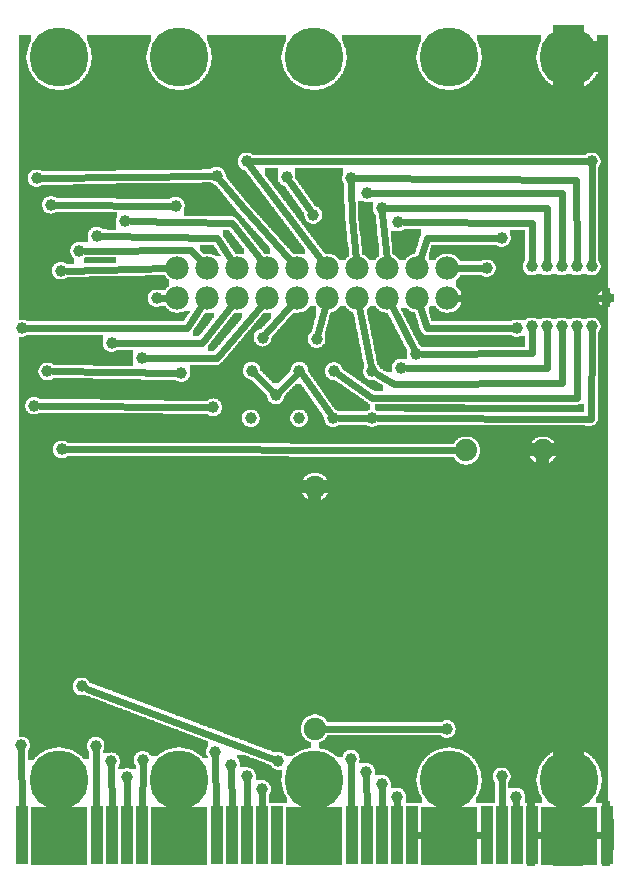
<source format=gtl>
G04 MADE WITH FRITZING*
G04 WWW.FRITZING.ORG*
G04 DOUBLE SIDED*
G04 HOLES PLATED*
G04 CONTOUR ON CENTER OF CONTOUR VECTOR*
%ASAXBY*%
%FSLAX23Y23*%
%MOIN*%
%OFA0B0*%
%SFA1.0B1.0*%
%ADD10C,0.075000*%
%ADD11C,0.074000*%
%ADD12C,0.074803*%
%ADD13C,0.039370*%
%ADD14C,0.196850*%
%ADD15C,0.078000*%
%ADD16R,0.039370X0.196850*%
%ADD17R,0.189370X0.196850*%
%ADD18C,0.024000*%
%LNCOPPER1*%
G90*
G70*
G54D10*
X1053Y2266D03*
X348Y2710D03*
G54D11*
X1788Y1391D03*
X1532Y1391D03*
X1788Y1391D03*
X1532Y1391D03*
G54D12*
X1028Y463D03*
X1028Y1269D03*
G54D13*
X1699Y237D03*
X1650Y304D03*
X1301Y237D03*
X1250Y280D03*
X1199Y320D03*
X1148Y363D03*
X694Y387D03*
X749Y343D03*
X801Y305D03*
X851Y262D03*
X49Y408D03*
X297Y406D03*
X349Y354D03*
X401Y301D03*
X454Y359D03*
X183Y1394D03*
G54D14*
X175Y2701D03*
X575Y2701D03*
X1025Y2701D03*
X1475Y2701D03*
X1875Y2701D03*
X1875Y292D03*
X1475Y292D03*
X1025Y292D03*
X574Y292D03*
X174Y292D03*
G54D15*
X1469Y1998D03*
X1369Y1998D03*
X1269Y1998D03*
X1169Y1998D03*
X1069Y1998D03*
X969Y1998D03*
X869Y1998D03*
X769Y1998D03*
X669Y1998D03*
X569Y1998D03*
X1469Y1998D03*
X1369Y1998D03*
X1269Y1998D03*
X1169Y1998D03*
X1069Y1998D03*
X969Y1998D03*
X869Y1998D03*
X769Y1998D03*
X669Y1998D03*
X569Y1998D03*
X569Y1898D03*
X669Y1898D03*
X769Y1898D03*
X869Y1898D03*
X969Y1898D03*
X1069Y1898D03*
X1169Y1898D03*
X1269Y1898D03*
X1369Y1898D03*
X1469Y1898D03*
G54D13*
X2000Y1898D03*
X1600Y1998D03*
X1650Y2098D03*
X1700Y1798D03*
X181Y1990D03*
X500Y1898D03*
X50Y1798D03*
X300Y2107D03*
X350Y1748D03*
X450Y1698D03*
X1306Y2151D03*
X1366Y1712D03*
X1750Y2004D03*
X1750Y1804D03*
X394Y2154D03*
X1250Y2198D03*
X1314Y1667D03*
X1800Y2004D03*
X1800Y1804D03*
X906Y356D03*
X250Y604D03*
X242Y2057D03*
X1200Y2248D03*
X1218Y1655D03*
X1850Y1804D03*
X1850Y2004D03*
X1147Y2298D03*
X1091Y1655D03*
X1900Y1804D03*
X1900Y2004D03*
X700Y2307D03*
X92Y1540D03*
X564Y2207D03*
X100Y2298D03*
X147Y2209D03*
X136Y1654D03*
X800Y2354D03*
X1950Y2354D03*
X817Y1657D03*
X1950Y2004D03*
X1950Y1804D03*
X976Y1657D03*
X1088Y1498D03*
X897Y1575D03*
X814Y1498D03*
X975Y1498D03*
X1022Y2176D03*
X933Y2301D03*
X1033Y1762D03*
X1468Y462D03*
X1218Y1498D03*
X689Y1534D03*
X582Y1648D03*
X853Y1767D03*
G54D16*
X1250Y108D03*
X1300Y108D03*
G54D17*
X1475Y107D03*
G54D16*
X1350Y108D03*
X1600Y108D03*
X1650Y108D03*
X1700Y108D03*
G54D17*
X1875Y107D03*
G54D16*
X1750Y108D03*
X2000Y108D03*
X400Y108D03*
G54D17*
X175Y107D03*
G54D16*
X50Y108D03*
X300Y108D03*
X350Y108D03*
G54D17*
X575Y107D03*
G54D16*
X450Y108D03*
X700Y108D03*
X750Y108D03*
X800Y108D03*
X850Y108D03*
G54D17*
X1025Y107D03*
G54D16*
X900Y108D03*
X1150Y108D03*
X1200Y108D03*
G54D18*
X202Y1394D02*
X1503Y1391D01*
D02*
X1449Y462D02*
X1064Y463D01*
D02*
X1964Y108D02*
X1986Y108D01*
D02*
X1786Y108D02*
X1764Y108D01*
D02*
X1564Y108D02*
X1586Y108D01*
D02*
X1386Y108D02*
X1364Y108D01*
D02*
X175Y200D02*
X175Y202D01*
D02*
X575Y200D02*
X575Y202D01*
D02*
X1025Y200D02*
X1025Y202D01*
D02*
X1475Y200D02*
X1475Y202D01*
D02*
X1875Y200D02*
X1875Y202D01*
D02*
X1301Y218D02*
X1301Y201D01*
D02*
X1199Y301D02*
X1200Y201D01*
D02*
X1250Y261D02*
X1250Y201D01*
D02*
X1148Y344D02*
X1149Y201D01*
D02*
X1650Y201D02*
X1650Y285D01*
D02*
X1699Y201D02*
X1699Y218D01*
D02*
X299Y201D02*
X297Y387D01*
D02*
X50Y201D02*
X49Y389D01*
D02*
X851Y243D02*
X851Y201D01*
D02*
X801Y286D02*
X800Y201D01*
D02*
X749Y324D02*
X750Y201D01*
D02*
X695Y368D02*
X698Y201D01*
D02*
X451Y201D02*
X453Y340D01*
D02*
X400Y201D02*
X401Y282D01*
D02*
X350Y201D02*
X349Y335D01*
D02*
X519Y1898D02*
X539Y1898D01*
D02*
X200Y1990D02*
X539Y1998D01*
D02*
X1400Y1798D02*
X1378Y1869D01*
D02*
X1681Y1798D02*
X1400Y1798D01*
D02*
X1400Y2098D02*
X1378Y2027D01*
D02*
X1631Y2098D02*
X1400Y2098D01*
D02*
X1581Y1998D02*
X1500Y1998D01*
D02*
X1981Y1898D02*
X1500Y1898D01*
D02*
X750Y2148D02*
X413Y2154D01*
D02*
X1750Y2023D02*
X1750Y2148D01*
D02*
X1283Y1872D02*
X1357Y1729D01*
D02*
X1750Y1715D02*
X1385Y1713D01*
D02*
X1750Y2148D02*
X1325Y2151D01*
D02*
X1750Y1715D02*
X1750Y1785D01*
D02*
X700Y1698D02*
X850Y1875D01*
D02*
X469Y1698D02*
X700Y1698D01*
D02*
X650Y1748D02*
X751Y1875D01*
D02*
X369Y1748D02*
X650Y1748D01*
D02*
X700Y2098D02*
X752Y2023D01*
D02*
X319Y2106D02*
X700Y2098D01*
D02*
X600Y1798D02*
X652Y1874D01*
D02*
X69Y1798D02*
X600Y1798D01*
D02*
X1850Y2023D02*
X1850Y2248D01*
D02*
X1850Y1615D02*
X1850Y1785D01*
D02*
X1291Y1613D02*
X1850Y1615D01*
D02*
X1234Y1645D02*
X1291Y1613D01*
D02*
X888Y363D02*
X268Y597D01*
D02*
X261Y2057D02*
X614Y2059D01*
D02*
X614Y2059D02*
X649Y2021D01*
D02*
X1800Y1785D02*
X1800Y1665D01*
X1800Y1665D02*
X1333Y1667D01*
D02*
X1800Y2198D02*
X1800Y2023D01*
D02*
X1269Y2198D02*
X1800Y2198D01*
D02*
X1267Y2028D02*
X1252Y2179D01*
D02*
X851Y2022D02*
X750Y2148D01*
D02*
X1218Y1567D02*
X1106Y1644D01*
D02*
X111Y1540D02*
X670Y1535D01*
D02*
X681Y2306D02*
X119Y2299D01*
D02*
X783Y2204D02*
X712Y2292D01*
D02*
X949Y2021D02*
X783Y2204D01*
D02*
X1900Y1785D02*
X1900Y1565D01*
X1900Y1565D02*
X1218Y1567D01*
D02*
X1897Y2293D02*
X1900Y2023D01*
D02*
X1166Y2298D02*
X1897Y2293D01*
D02*
X1850Y2248D02*
X1219Y2248D01*
D02*
X1175Y1869D02*
X1214Y1673D01*
D02*
X1199Y1498D02*
X1107Y1498D01*
D02*
X884Y1588D02*
X830Y1643D01*
D02*
X1077Y1514D02*
X987Y1641D01*
D02*
X963Y1643D02*
X910Y1588D01*
D02*
X1948Y1496D02*
X1237Y1498D01*
D02*
X819Y2354D02*
X1931Y2354D01*
D02*
X1051Y2022D02*
X811Y2339D01*
D02*
X155Y1654D02*
X563Y1649D01*
D02*
X545Y2207D02*
X166Y2209D01*
D02*
X949Y1876D02*
X866Y1782D01*
D02*
X1011Y2192D02*
X944Y2286D01*
D02*
X1062Y1869D02*
X1038Y1781D01*
D02*
X1950Y1785D02*
X1948Y1496D01*
D02*
X1950Y2335D02*
X1950Y2023D01*
D02*
X1150Y2165D02*
X1148Y2279D01*
D02*
X1166Y2028D02*
X1150Y2165D01*
G36*
X860Y2331D02*
X860Y2309D01*
X862Y2309D01*
X862Y2307D01*
X864Y2307D01*
X864Y2305D01*
X866Y2305D01*
X866Y2301D01*
X868Y2301D01*
X868Y2299D01*
X870Y2299D01*
X870Y2297D01*
X872Y2297D01*
X872Y2293D01*
X874Y2293D01*
X874Y2291D01*
X876Y2291D01*
X876Y2289D01*
X878Y2289D01*
X878Y2287D01*
X880Y2287D01*
X880Y2283D01*
X882Y2283D01*
X882Y2281D01*
X884Y2281D01*
X884Y2279D01*
X886Y2279D01*
X886Y2275D01*
X888Y2275D01*
X888Y2273D01*
X890Y2273D01*
X890Y2271D01*
X892Y2271D01*
X892Y2267D01*
X894Y2267D01*
X894Y2265D01*
X896Y2265D01*
X896Y2263D01*
X898Y2263D01*
X898Y2259D01*
X900Y2259D01*
X900Y2257D01*
X902Y2257D01*
X902Y2255D01*
X904Y2255D01*
X904Y2251D01*
X906Y2251D01*
X906Y2249D01*
X908Y2249D01*
X908Y2247D01*
X910Y2247D01*
X910Y2243D01*
X912Y2243D01*
X912Y2241D01*
X914Y2241D01*
X914Y2239D01*
X916Y2239D01*
X916Y2235D01*
X918Y2235D01*
X918Y2233D01*
X920Y2233D01*
X920Y2231D01*
X922Y2231D01*
X922Y2227D01*
X924Y2227D01*
X924Y2225D01*
X926Y2225D01*
X926Y2223D01*
X928Y2223D01*
X928Y2221D01*
X930Y2221D01*
X930Y2217D01*
X932Y2217D01*
X932Y2215D01*
X934Y2215D01*
X934Y2213D01*
X936Y2213D01*
X936Y2209D01*
X938Y2209D01*
X938Y2207D01*
X940Y2207D01*
X940Y2205D01*
X942Y2205D01*
X942Y2201D01*
X944Y2201D01*
X944Y2199D01*
X946Y2199D01*
X946Y2197D01*
X948Y2197D01*
X948Y2193D01*
X950Y2193D01*
X950Y2191D01*
X952Y2191D01*
X952Y2189D01*
X954Y2189D01*
X954Y2185D01*
X956Y2185D01*
X956Y2183D01*
X958Y2183D01*
X958Y2181D01*
X960Y2181D01*
X960Y2177D01*
X962Y2177D01*
X962Y2175D01*
X964Y2175D01*
X964Y2173D01*
X966Y2173D01*
X966Y2169D01*
X968Y2169D01*
X968Y2167D01*
X970Y2167D01*
X970Y2165D01*
X972Y2165D01*
X972Y2163D01*
X974Y2163D01*
X974Y2159D01*
X976Y2159D01*
X976Y2157D01*
X978Y2157D01*
X978Y2155D01*
X980Y2155D01*
X980Y2151D01*
X982Y2151D01*
X982Y2149D01*
X984Y2149D01*
X984Y2147D01*
X1014Y2147D01*
X1014Y2149D01*
X1008Y2149D01*
X1008Y2151D01*
X1006Y2151D01*
X1006Y2153D01*
X1002Y2153D01*
X1002Y2155D01*
X1000Y2155D01*
X1000Y2157D01*
X998Y2157D01*
X998Y2161D01*
X996Y2161D01*
X996Y2165D01*
X994Y2165D01*
X994Y2171D01*
X992Y2171D01*
X992Y2183D01*
X990Y2183D01*
X990Y2185D01*
X988Y2185D01*
X988Y2187D01*
X986Y2187D01*
X986Y2191D01*
X984Y2191D01*
X984Y2193D01*
X982Y2193D01*
X982Y2197D01*
X980Y2197D01*
X980Y2199D01*
X978Y2199D01*
X978Y2201D01*
X976Y2201D01*
X976Y2205D01*
X974Y2205D01*
X974Y2207D01*
X972Y2207D01*
X972Y2211D01*
X970Y2211D01*
X970Y2213D01*
X968Y2213D01*
X968Y2215D01*
X966Y2215D01*
X966Y2219D01*
X964Y2219D01*
X964Y2221D01*
X962Y2221D01*
X962Y2225D01*
X960Y2225D01*
X960Y2227D01*
X958Y2227D01*
X958Y2229D01*
X956Y2229D01*
X956Y2233D01*
X954Y2233D01*
X954Y2235D01*
X952Y2235D01*
X952Y2239D01*
X950Y2239D01*
X950Y2241D01*
X948Y2241D01*
X948Y2243D01*
X946Y2243D01*
X946Y2247D01*
X944Y2247D01*
X944Y2249D01*
X942Y2249D01*
X942Y2253D01*
X940Y2253D01*
X940Y2255D01*
X938Y2255D01*
X938Y2257D01*
X936Y2257D01*
X936Y2261D01*
X934Y2261D01*
X934Y2263D01*
X932Y2263D01*
X932Y2267D01*
X930Y2267D01*
X930Y2269D01*
X928Y2269D01*
X928Y2273D01*
X922Y2273D01*
X922Y2275D01*
X918Y2275D01*
X918Y2277D01*
X914Y2277D01*
X914Y2279D01*
X912Y2279D01*
X912Y2281D01*
X910Y2281D01*
X910Y2285D01*
X908Y2285D01*
X908Y2287D01*
X906Y2287D01*
X906Y2293D01*
X904Y2293D01*
X904Y2309D01*
X906Y2309D01*
X906Y2331D01*
X860Y2331D01*
G37*
D02*
G36*
X960Y2331D02*
X960Y2311D01*
X962Y2311D01*
X962Y2297D01*
X964Y2297D01*
X964Y2295D01*
X966Y2295D01*
X966Y2291D01*
X968Y2291D01*
X968Y2289D01*
X970Y2289D01*
X970Y2287D01*
X972Y2287D01*
X972Y2283D01*
X974Y2283D01*
X974Y2281D01*
X976Y2281D01*
X976Y2277D01*
X978Y2277D01*
X978Y2275D01*
X980Y2275D01*
X980Y2273D01*
X982Y2273D01*
X982Y2269D01*
X984Y2269D01*
X984Y2267D01*
X986Y2267D01*
X986Y2263D01*
X988Y2263D01*
X988Y2261D01*
X990Y2261D01*
X990Y2257D01*
X992Y2257D01*
X992Y2255D01*
X994Y2255D01*
X994Y2253D01*
X996Y2253D01*
X996Y2249D01*
X998Y2249D01*
X998Y2247D01*
X1000Y2247D01*
X1000Y2243D01*
X1002Y2243D01*
X1002Y2241D01*
X1004Y2241D01*
X1004Y2239D01*
X1006Y2239D01*
X1006Y2235D01*
X1008Y2235D01*
X1008Y2233D01*
X1010Y2233D01*
X1010Y2229D01*
X1012Y2229D01*
X1012Y2227D01*
X1014Y2227D01*
X1014Y2225D01*
X1016Y2225D01*
X1016Y2221D01*
X1018Y2221D01*
X1018Y2219D01*
X1020Y2219D01*
X1020Y2215D01*
X1022Y2215D01*
X1022Y2213D01*
X1024Y2213D01*
X1024Y2211D01*
X1026Y2211D01*
X1026Y2207D01*
X1028Y2207D01*
X1028Y2205D01*
X1032Y2205D01*
X1032Y2203D01*
X1036Y2203D01*
X1036Y2201D01*
X1040Y2201D01*
X1040Y2199D01*
X1042Y2199D01*
X1042Y2197D01*
X1044Y2197D01*
X1044Y2195D01*
X1046Y2195D01*
X1046Y2193D01*
X1048Y2193D01*
X1048Y2189D01*
X1050Y2189D01*
X1050Y2183D01*
X1052Y2183D01*
X1052Y2169D01*
X1050Y2169D01*
X1050Y2163D01*
X1048Y2163D01*
X1048Y2159D01*
X1046Y2159D01*
X1046Y2157D01*
X1044Y2157D01*
X1044Y2155D01*
X1042Y2155D01*
X1042Y2153D01*
X1040Y2153D01*
X1040Y2151D01*
X1036Y2151D01*
X1036Y2149D01*
X1032Y2149D01*
X1032Y2147D01*
X1130Y2147D01*
X1130Y2155D01*
X1128Y2155D01*
X1128Y2213D01*
X1126Y2213D01*
X1126Y2279D01*
X1124Y2279D01*
X1124Y2281D01*
X1122Y2281D01*
X1122Y2285D01*
X1120Y2285D01*
X1120Y2289D01*
X1118Y2289D01*
X1118Y2307D01*
X1120Y2307D01*
X1120Y2311D01*
X1122Y2311D01*
X1122Y2331D01*
X960Y2331D01*
G37*
D02*
G36*
X986Y2147D02*
X986Y2145D01*
X1130Y2145D01*
X1130Y2147D01*
X986Y2147D01*
G37*
D02*
G36*
X986Y2147D02*
X986Y2145D01*
X1130Y2145D01*
X1130Y2147D01*
X986Y2147D01*
G37*
D02*
G36*
X986Y2145D02*
X986Y2143D01*
X988Y2143D01*
X988Y2141D01*
X990Y2141D01*
X990Y2139D01*
X992Y2139D01*
X992Y2135D01*
X994Y2135D01*
X994Y2133D01*
X996Y2133D01*
X996Y2131D01*
X998Y2131D01*
X998Y2127D01*
X1000Y2127D01*
X1000Y2125D01*
X1002Y2125D01*
X1002Y2123D01*
X1004Y2123D01*
X1004Y2119D01*
X1006Y2119D01*
X1006Y2117D01*
X1008Y2117D01*
X1008Y2115D01*
X1010Y2115D01*
X1010Y2111D01*
X1012Y2111D01*
X1012Y2109D01*
X1014Y2109D01*
X1014Y2107D01*
X1016Y2107D01*
X1016Y2103D01*
X1018Y2103D01*
X1018Y2101D01*
X1020Y2101D01*
X1020Y2099D01*
X1022Y2099D01*
X1022Y2097D01*
X1024Y2097D01*
X1024Y2093D01*
X1026Y2093D01*
X1026Y2091D01*
X1028Y2091D01*
X1028Y2089D01*
X1030Y2089D01*
X1030Y2085D01*
X1032Y2085D01*
X1032Y2083D01*
X1034Y2083D01*
X1034Y2081D01*
X1036Y2081D01*
X1036Y2077D01*
X1038Y2077D01*
X1038Y2075D01*
X1040Y2075D01*
X1040Y2073D01*
X1042Y2073D01*
X1042Y2069D01*
X1044Y2069D01*
X1044Y2067D01*
X1046Y2067D01*
X1046Y2065D01*
X1048Y2065D01*
X1048Y2061D01*
X1050Y2061D01*
X1050Y2059D01*
X1052Y2059D01*
X1052Y2057D01*
X1054Y2057D01*
X1054Y2053D01*
X1056Y2053D01*
X1056Y2051D01*
X1058Y2051D01*
X1058Y2049D01*
X1060Y2049D01*
X1060Y2047D01*
X1080Y2047D01*
X1080Y2045D01*
X1086Y2045D01*
X1086Y2043D01*
X1092Y2043D01*
X1092Y2041D01*
X1094Y2041D01*
X1094Y2039D01*
X1098Y2039D01*
X1098Y2037D01*
X1100Y2037D01*
X1100Y2035D01*
X1102Y2035D01*
X1102Y2033D01*
X1104Y2033D01*
X1104Y2031D01*
X1106Y2031D01*
X1106Y2029D01*
X1108Y2029D01*
X1108Y2027D01*
X1110Y2027D01*
X1110Y2025D01*
X1130Y2025D01*
X1130Y2029D01*
X1132Y2029D01*
X1132Y2031D01*
X1134Y2031D01*
X1134Y2033D01*
X1136Y2033D01*
X1136Y2035D01*
X1138Y2035D01*
X1138Y2037D01*
X1140Y2037D01*
X1140Y2069D01*
X1138Y2069D01*
X1138Y2087D01*
X1136Y2087D01*
X1136Y2103D01*
X1134Y2103D01*
X1134Y2121D01*
X1132Y2121D01*
X1132Y2139D01*
X1130Y2139D01*
X1130Y2145D01*
X986Y2145D01*
G37*
D02*
G36*
X1170Y2221D02*
X1170Y2213D01*
X1172Y2213D01*
X1172Y2157D01*
X1174Y2157D01*
X1174Y2141D01*
X1176Y2141D01*
X1176Y2123D01*
X1178Y2123D01*
X1178Y2107D01*
X1180Y2107D01*
X1180Y2089D01*
X1182Y2089D01*
X1182Y2073D01*
X1184Y2073D01*
X1184Y2055D01*
X1186Y2055D01*
X1186Y2043D01*
X1192Y2043D01*
X1192Y2041D01*
X1194Y2041D01*
X1194Y2039D01*
X1198Y2039D01*
X1198Y2037D01*
X1200Y2037D01*
X1200Y2035D01*
X1202Y2035D01*
X1202Y2033D01*
X1204Y2033D01*
X1204Y2031D01*
X1206Y2031D01*
X1206Y2029D01*
X1208Y2029D01*
X1208Y2027D01*
X1210Y2027D01*
X1210Y2025D01*
X1230Y2025D01*
X1230Y2029D01*
X1232Y2029D01*
X1232Y2031D01*
X1234Y2031D01*
X1234Y2033D01*
X1236Y2033D01*
X1236Y2035D01*
X1238Y2035D01*
X1238Y2037D01*
X1240Y2037D01*
X1240Y2039D01*
X1242Y2039D01*
X1242Y2063D01*
X1240Y2063D01*
X1240Y2083D01*
X1238Y2083D01*
X1238Y2105D01*
X1236Y2105D01*
X1236Y2125D01*
X1234Y2125D01*
X1234Y2145D01*
X1232Y2145D01*
X1232Y2167D01*
X1230Y2167D01*
X1230Y2177D01*
X1228Y2177D01*
X1228Y2179D01*
X1226Y2179D01*
X1226Y2183D01*
X1224Y2183D01*
X1224Y2187D01*
X1222Y2187D01*
X1222Y2193D01*
X1220Y2193D01*
X1220Y2205D01*
X1222Y2205D01*
X1222Y2219D01*
X1192Y2219D01*
X1192Y2221D01*
X1170Y2221D01*
G37*
D02*
G36*
X720Y2127D02*
X720Y2107D01*
X722Y2107D01*
X722Y2103D01*
X724Y2103D01*
X724Y2101D01*
X726Y2101D01*
X726Y2099D01*
X728Y2099D01*
X728Y2095D01*
X730Y2095D01*
X730Y2093D01*
X732Y2093D01*
X732Y2089D01*
X734Y2089D01*
X734Y2087D01*
X736Y2087D01*
X736Y2083D01*
X738Y2083D01*
X738Y2081D01*
X740Y2081D01*
X740Y2077D01*
X742Y2077D01*
X742Y2075D01*
X744Y2075D01*
X744Y2073D01*
X746Y2073D01*
X746Y2069D01*
X748Y2069D01*
X748Y2067D01*
X750Y2067D01*
X750Y2063D01*
X752Y2063D01*
X752Y2061D01*
X754Y2061D01*
X754Y2057D01*
X756Y2057D01*
X756Y2055D01*
X758Y2055D01*
X758Y2051D01*
X760Y2051D01*
X760Y2049D01*
X762Y2049D01*
X762Y2047D01*
X790Y2047D01*
X790Y2065D01*
X788Y2065D01*
X788Y2067D01*
X786Y2067D01*
X786Y2069D01*
X784Y2069D01*
X784Y2071D01*
X782Y2071D01*
X782Y2075D01*
X780Y2075D01*
X780Y2077D01*
X778Y2077D01*
X778Y2079D01*
X776Y2079D01*
X776Y2081D01*
X774Y2081D01*
X774Y2085D01*
X772Y2085D01*
X772Y2087D01*
X770Y2087D01*
X770Y2089D01*
X768Y2089D01*
X768Y2091D01*
X766Y2091D01*
X766Y2095D01*
X764Y2095D01*
X764Y2097D01*
X762Y2097D01*
X762Y2099D01*
X760Y2099D01*
X760Y2101D01*
X758Y2101D01*
X758Y2105D01*
X756Y2105D01*
X756Y2107D01*
X754Y2107D01*
X754Y2109D01*
X752Y2109D01*
X752Y2111D01*
X750Y2111D01*
X750Y2115D01*
X748Y2115D01*
X748Y2117D01*
X746Y2117D01*
X746Y2119D01*
X744Y2119D01*
X744Y2121D01*
X742Y2121D01*
X742Y2125D01*
X740Y2125D01*
X740Y2127D01*
X720Y2127D01*
G37*
D02*
G36*
X1324Y2129D02*
X1324Y2127D01*
X1322Y2127D01*
X1322Y2125D01*
X1318Y2125D01*
X1318Y2123D01*
X1310Y2123D01*
X1310Y2121D01*
X1382Y2121D01*
X1382Y2129D01*
X1324Y2129D01*
G37*
D02*
G36*
X1280Y2123D02*
X1280Y2121D01*
X1300Y2121D01*
X1300Y2123D01*
X1280Y2123D01*
G37*
D02*
G36*
X1280Y2121D02*
X1280Y2119D01*
X1382Y2119D01*
X1382Y2121D01*
X1280Y2121D01*
G37*
D02*
G36*
X1280Y2121D02*
X1280Y2119D01*
X1382Y2119D01*
X1382Y2121D01*
X1280Y2121D01*
G37*
D02*
G36*
X1280Y2119D02*
X1280Y2107D01*
X1282Y2107D01*
X1282Y2087D01*
X1284Y2087D01*
X1284Y2065D01*
X1286Y2065D01*
X1286Y2045D01*
X1288Y2045D01*
X1288Y2043D01*
X1292Y2043D01*
X1292Y2041D01*
X1294Y2041D01*
X1294Y2039D01*
X1298Y2039D01*
X1298Y2037D01*
X1300Y2037D01*
X1300Y2035D01*
X1302Y2035D01*
X1302Y2033D01*
X1304Y2033D01*
X1304Y2031D01*
X1306Y2031D01*
X1306Y2029D01*
X1308Y2029D01*
X1308Y2027D01*
X1310Y2027D01*
X1310Y2025D01*
X1330Y2025D01*
X1330Y2029D01*
X1332Y2029D01*
X1332Y2031D01*
X1334Y2031D01*
X1334Y2033D01*
X1336Y2033D01*
X1336Y2035D01*
X1338Y2035D01*
X1338Y2037D01*
X1340Y2037D01*
X1340Y2039D01*
X1344Y2039D01*
X1344Y2041D01*
X1348Y2041D01*
X1348Y2043D01*
X1352Y2043D01*
X1352Y2045D01*
X1358Y2045D01*
X1358Y2047D01*
X1362Y2047D01*
X1362Y2053D01*
X1364Y2053D01*
X1364Y2059D01*
X1366Y2059D01*
X1366Y2065D01*
X1368Y2065D01*
X1368Y2073D01*
X1370Y2073D01*
X1370Y2079D01*
X1372Y2079D01*
X1372Y2085D01*
X1374Y2085D01*
X1374Y2091D01*
X1376Y2091D01*
X1376Y2099D01*
X1378Y2099D01*
X1378Y2105D01*
X1380Y2105D01*
X1380Y2109D01*
X1382Y2109D01*
X1382Y2119D01*
X1280Y2119D01*
G37*
D02*
G36*
X644Y2077D02*
X644Y2057D01*
X646Y2057D01*
X646Y2055D01*
X648Y2055D01*
X648Y2053D01*
X650Y2053D01*
X650Y2051D01*
X652Y2051D01*
X652Y2049D01*
X654Y2049D01*
X654Y2047D01*
X680Y2047D01*
X680Y2045D01*
X686Y2045D01*
X686Y2043D01*
X692Y2043D01*
X692Y2041D01*
X694Y2041D01*
X694Y2039D01*
X714Y2039D01*
X714Y2041D01*
X712Y2041D01*
X712Y2043D01*
X710Y2043D01*
X710Y2047D01*
X708Y2047D01*
X708Y2049D01*
X706Y2049D01*
X706Y2053D01*
X704Y2053D01*
X704Y2055D01*
X702Y2055D01*
X702Y2059D01*
X700Y2059D01*
X700Y2061D01*
X698Y2061D01*
X698Y2065D01*
X696Y2065D01*
X696Y2067D01*
X694Y2067D01*
X694Y2069D01*
X692Y2069D01*
X692Y2073D01*
X690Y2073D01*
X690Y2075D01*
X688Y2075D01*
X688Y2077D01*
X644Y2077D01*
G37*
D02*
G36*
X260Y2035D02*
X260Y2033D01*
X258Y2033D01*
X258Y2015D01*
X366Y2015D01*
X366Y2035D01*
X260Y2035D01*
G37*
D02*
G36*
X1210Y1871D02*
X1210Y1869D01*
X1208Y1869D01*
X1208Y1867D01*
X1206Y1867D01*
X1206Y1865D01*
X1204Y1865D01*
X1204Y1863D01*
X1202Y1863D01*
X1202Y1843D01*
X1204Y1843D01*
X1204Y1831D01*
X1206Y1831D01*
X1206Y1821D01*
X1208Y1821D01*
X1208Y1811D01*
X1210Y1811D01*
X1210Y1801D01*
X1212Y1801D01*
X1212Y1791D01*
X1214Y1791D01*
X1214Y1781D01*
X1216Y1781D01*
X1216Y1771D01*
X1218Y1771D01*
X1218Y1761D01*
X1220Y1761D01*
X1220Y1751D01*
X1222Y1751D01*
X1222Y1741D01*
X1224Y1741D01*
X1224Y1731D01*
X1226Y1731D01*
X1226Y1721D01*
X1228Y1721D01*
X1228Y1711D01*
X1230Y1711D01*
X1230Y1701D01*
X1232Y1701D01*
X1232Y1689D01*
X1234Y1689D01*
X1234Y1679D01*
X1236Y1679D01*
X1236Y1677D01*
X1238Y1677D01*
X1238Y1675D01*
X1240Y1675D01*
X1240Y1673D01*
X1242Y1673D01*
X1242Y1669D01*
X1244Y1669D01*
X1244Y1665D01*
X1246Y1665D01*
X1246Y1663D01*
X1250Y1663D01*
X1250Y1661D01*
X1254Y1661D01*
X1254Y1659D01*
X1256Y1659D01*
X1256Y1657D01*
X1260Y1657D01*
X1260Y1655D01*
X1264Y1655D01*
X1264Y1653D01*
X1286Y1653D01*
X1286Y1665D01*
X1284Y1665D01*
X1284Y1669D01*
X1286Y1669D01*
X1286Y1679D01*
X1288Y1679D01*
X1288Y1681D01*
X1290Y1681D01*
X1290Y1685D01*
X1292Y1685D01*
X1292Y1687D01*
X1294Y1687D01*
X1294Y1689D01*
X1296Y1689D01*
X1296Y1691D01*
X1298Y1691D01*
X1298Y1693D01*
X1302Y1693D01*
X1302Y1695D01*
X1310Y1695D01*
X1310Y1697D01*
X1336Y1697D01*
X1336Y1725D01*
X1334Y1725D01*
X1334Y1729D01*
X1332Y1729D01*
X1332Y1733D01*
X1330Y1733D01*
X1330Y1735D01*
X1328Y1735D01*
X1328Y1739D01*
X1326Y1739D01*
X1326Y1743D01*
X1324Y1743D01*
X1324Y1747D01*
X1322Y1747D01*
X1322Y1751D01*
X1320Y1751D01*
X1320Y1755D01*
X1318Y1755D01*
X1318Y1759D01*
X1316Y1759D01*
X1316Y1763D01*
X1314Y1763D01*
X1314Y1767D01*
X1312Y1767D01*
X1312Y1771D01*
X1310Y1771D01*
X1310Y1775D01*
X1308Y1775D01*
X1308Y1779D01*
X1306Y1779D01*
X1306Y1783D01*
X1304Y1783D01*
X1304Y1785D01*
X1302Y1785D01*
X1302Y1789D01*
X1300Y1789D01*
X1300Y1793D01*
X1298Y1793D01*
X1298Y1797D01*
X1296Y1797D01*
X1296Y1801D01*
X1294Y1801D01*
X1294Y1805D01*
X1292Y1805D01*
X1292Y1809D01*
X1290Y1809D01*
X1290Y1813D01*
X1288Y1813D01*
X1288Y1817D01*
X1286Y1817D01*
X1286Y1821D01*
X1284Y1821D01*
X1284Y1825D01*
X1282Y1825D01*
X1282Y1829D01*
X1280Y1829D01*
X1280Y1833D01*
X1278Y1833D01*
X1278Y1837D01*
X1276Y1837D01*
X1276Y1839D01*
X1274Y1839D01*
X1274Y1843D01*
X1272Y1843D01*
X1272Y1847D01*
X1270Y1847D01*
X1270Y1849D01*
X1262Y1849D01*
X1262Y1851D01*
X1254Y1851D01*
X1254Y1853D01*
X1248Y1853D01*
X1248Y1855D01*
X1246Y1855D01*
X1246Y1857D01*
X1242Y1857D01*
X1242Y1859D01*
X1240Y1859D01*
X1240Y1861D01*
X1236Y1861D01*
X1236Y1863D01*
X1234Y1863D01*
X1234Y1865D01*
X1232Y1865D01*
X1232Y1869D01*
X1230Y1869D01*
X1230Y1871D01*
X1210Y1871D01*
G37*
D02*
G36*
X1314Y1865D02*
X1314Y1859D01*
X1316Y1859D01*
X1316Y1855D01*
X1318Y1855D01*
X1318Y1851D01*
X1320Y1851D01*
X1320Y1847D01*
X1322Y1847D01*
X1322Y1843D01*
X1324Y1843D01*
X1324Y1839D01*
X1326Y1839D01*
X1326Y1835D01*
X1328Y1835D01*
X1328Y1831D01*
X1330Y1831D01*
X1330Y1827D01*
X1332Y1827D01*
X1332Y1823D01*
X1334Y1823D01*
X1334Y1819D01*
X1336Y1819D01*
X1336Y1817D01*
X1338Y1817D01*
X1338Y1813D01*
X1340Y1813D01*
X1340Y1809D01*
X1342Y1809D01*
X1342Y1805D01*
X1344Y1805D01*
X1344Y1801D01*
X1346Y1801D01*
X1346Y1797D01*
X1348Y1797D01*
X1348Y1793D01*
X1350Y1793D01*
X1350Y1789D01*
X1352Y1789D01*
X1352Y1785D01*
X1354Y1785D01*
X1354Y1781D01*
X1356Y1781D01*
X1356Y1777D01*
X1358Y1777D01*
X1358Y1773D01*
X1360Y1773D01*
X1360Y1769D01*
X1692Y1769D01*
X1692Y1771D01*
X1686Y1771D01*
X1686Y1773D01*
X1684Y1773D01*
X1684Y1775D01*
X1680Y1775D01*
X1680Y1777D01*
X1392Y1777D01*
X1392Y1779D01*
X1388Y1779D01*
X1388Y1781D01*
X1386Y1781D01*
X1386Y1783D01*
X1384Y1783D01*
X1384Y1785D01*
X1382Y1785D01*
X1382Y1787D01*
X1380Y1787D01*
X1380Y1791D01*
X1378Y1791D01*
X1378Y1799D01*
X1376Y1799D01*
X1376Y1805D01*
X1374Y1805D01*
X1374Y1811D01*
X1372Y1811D01*
X1372Y1817D01*
X1370Y1817D01*
X1370Y1825D01*
X1368Y1825D01*
X1368Y1831D01*
X1366Y1831D01*
X1366Y1837D01*
X1364Y1837D01*
X1364Y1845D01*
X1362Y1845D01*
X1362Y1851D01*
X1354Y1851D01*
X1354Y1853D01*
X1348Y1853D01*
X1348Y1855D01*
X1346Y1855D01*
X1346Y1857D01*
X1342Y1857D01*
X1342Y1859D01*
X1340Y1859D01*
X1340Y1861D01*
X1336Y1861D01*
X1336Y1863D01*
X1334Y1863D01*
X1334Y1865D01*
X1314Y1865D01*
G37*
D02*
G36*
X1708Y1771D02*
X1708Y1769D01*
X1728Y1769D01*
X1728Y1771D01*
X1708Y1771D01*
G37*
D02*
G36*
X1362Y1769D02*
X1362Y1767D01*
X1728Y1767D01*
X1728Y1769D01*
X1362Y1769D01*
G37*
D02*
G36*
X1362Y1769D02*
X1362Y1767D01*
X1728Y1767D01*
X1728Y1769D01*
X1362Y1769D01*
G37*
D02*
G36*
X1362Y1767D02*
X1362Y1765D01*
X1364Y1765D01*
X1364Y1763D01*
X1366Y1763D01*
X1366Y1759D01*
X1368Y1759D01*
X1368Y1755D01*
X1370Y1755D01*
X1370Y1751D01*
X1372Y1751D01*
X1372Y1747D01*
X1374Y1747D01*
X1374Y1743D01*
X1376Y1743D01*
X1376Y1741D01*
X1378Y1741D01*
X1378Y1739D01*
X1380Y1739D01*
X1380Y1737D01*
X1384Y1737D01*
X1384Y1735D01*
X1592Y1735D01*
X1592Y1737D01*
X1728Y1737D01*
X1728Y1767D01*
X1362Y1767D01*
G37*
D02*
G36*
X662Y1849D02*
X662Y1847D01*
X660Y1847D01*
X660Y1845D01*
X658Y1845D01*
X658Y1841D01*
X656Y1841D01*
X656Y1839D01*
X654Y1839D01*
X654Y1837D01*
X652Y1837D01*
X652Y1833D01*
X650Y1833D01*
X650Y1831D01*
X648Y1831D01*
X648Y1827D01*
X646Y1827D01*
X646Y1825D01*
X644Y1825D01*
X644Y1821D01*
X642Y1821D01*
X642Y1819D01*
X640Y1819D01*
X640Y1815D01*
X638Y1815D01*
X638Y1813D01*
X636Y1813D01*
X636Y1811D01*
X634Y1811D01*
X634Y1807D01*
X632Y1807D01*
X632Y1805D01*
X630Y1805D01*
X630Y1801D01*
X628Y1801D01*
X628Y1799D01*
X626Y1799D01*
X626Y1795D01*
X624Y1795D01*
X624Y1793D01*
X622Y1793D01*
X622Y1791D01*
X620Y1791D01*
X620Y1771D01*
X640Y1771D01*
X640Y1773D01*
X642Y1773D01*
X642Y1775D01*
X644Y1775D01*
X644Y1777D01*
X646Y1777D01*
X646Y1779D01*
X648Y1779D01*
X648Y1783D01*
X650Y1783D01*
X650Y1785D01*
X652Y1785D01*
X652Y1787D01*
X654Y1787D01*
X654Y1789D01*
X656Y1789D01*
X656Y1793D01*
X658Y1793D01*
X658Y1795D01*
X660Y1795D01*
X660Y1797D01*
X662Y1797D01*
X662Y1799D01*
X664Y1799D01*
X664Y1803D01*
X666Y1803D01*
X666Y1805D01*
X668Y1805D01*
X668Y1807D01*
X670Y1807D01*
X670Y1811D01*
X672Y1811D01*
X672Y1813D01*
X674Y1813D01*
X674Y1815D01*
X676Y1815D01*
X676Y1817D01*
X678Y1817D01*
X678Y1821D01*
X680Y1821D01*
X680Y1823D01*
X682Y1823D01*
X682Y1825D01*
X684Y1825D01*
X684Y1827D01*
X686Y1827D01*
X686Y1831D01*
X688Y1831D01*
X688Y1833D01*
X690Y1833D01*
X690Y1835D01*
X692Y1835D01*
X692Y1849D01*
X662Y1849D01*
G37*
D02*
G36*
X758Y1849D02*
X758Y1847D01*
X756Y1847D01*
X756Y1845D01*
X754Y1845D01*
X754Y1843D01*
X752Y1843D01*
X752Y1839D01*
X750Y1839D01*
X750Y1837D01*
X748Y1837D01*
X748Y1835D01*
X746Y1835D01*
X746Y1833D01*
X744Y1833D01*
X744Y1829D01*
X742Y1829D01*
X742Y1827D01*
X740Y1827D01*
X740Y1825D01*
X738Y1825D01*
X738Y1823D01*
X736Y1823D01*
X736Y1819D01*
X734Y1819D01*
X734Y1817D01*
X732Y1817D01*
X732Y1815D01*
X730Y1815D01*
X730Y1813D01*
X728Y1813D01*
X728Y1809D01*
X726Y1809D01*
X726Y1807D01*
X724Y1807D01*
X724Y1805D01*
X722Y1805D01*
X722Y1803D01*
X720Y1803D01*
X720Y1799D01*
X718Y1799D01*
X718Y1797D01*
X716Y1797D01*
X716Y1795D01*
X714Y1795D01*
X714Y1793D01*
X712Y1793D01*
X712Y1789D01*
X710Y1789D01*
X710Y1787D01*
X708Y1787D01*
X708Y1785D01*
X706Y1785D01*
X706Y1783D01*
X704Y1783D01*
X704Y1779D01*
X702Y1779D01*
X702Y1777D01*
X700Y1777D01*
X700Y1775D01*
X698Y1775D01*
X698Y1773D01*
X696Y1773D01*
X696Y1769D01*
X694Y1769D01*
X694Y1767D01*
X692Y1767D01*
X692Y1765D01*
X690Y1765D01*
X690Y1761D01*
X688Y1761D01*
X688Y1759D01*
X686Y1759D01*
X686Y1757D01*
X684Y1757D01*
X684Y1755D01*
X682Y1755D01*
X682Y1751D01*
X680Y1751D01*
X680Y1749D01*
X678Y1749D01*
X678Y1747D01*
X676Y1747D01*
X676Y1745D01*
X674Y1745D01*
X674Y1741D01*
X672Y1741D01*
X672Y1721D01*
X692Y1721D01*
X692Y1725D01*
X694Y1725D01*
X694Y1727D01*
X696Y1727D01*
X696Y1729D01*
X698Y1729D01*
X698Y1731D01*
X700Y1731D01*
X700Y1733D01*
X702Y1733D01*
X702Y1735D01*
X704Y1735D01*
X704Y1739D01*
X706Y1739D01*
X706Y1741D01*
X708Y1741D01*
X708Y1743D01*
X710Y1743D01*
X710Y1745D01*
X712Y1745D01*
X712Y1747D01*
X714Y1747D01*
X714Y1751D01*
X716Y1751D01*
X716Y1753D01*
X718Y1753D01*
X718Y1755D01*
X720Y1755D01*
X720Y1757D01*
X722Y1757D01*
X722Y1759D01*
X724Y1759D01*
X724Y1761D01*
X726Y1761D01*
X726Y1765D01*
X728Y1765D01*
X728Y1767D01*
X730Y1767D01*
X730Y1769D01*
X732Y1769D01*
X732Y1771D01*
X734Y1771D01*
X734Y1773D01*
X736Y1773D01*
X736Y1777D01*
X738Y1777D01*
X738Y1779D01*
X740Y1779D01*
X740Y1781D01*
X742Y1781D01*
X742Y1783D01*
X744Y1783D01*
X744Y1785D01*
X746Y1785D01*
X746Y1787D01*
X748Y1787D01*
X748Y1791D01*
X750Y1791D01*
X750Y1793D01*
X752Y1793D01*
X752Y1795D01*
X754Y1795D01*
X754Y1797D01*
X756Y1797D01*
X756Y1799D01*
X758Y1799D01*
X758Y1803D01*
X760Y1803D01*
X760Y1805D01*
X762Y1805D01*
X762Y1807D01*
X764Y1807D01*
X764Y1809D01*
X766Y1809D01*
X766Y1811D01*
X768Y1811D01*
X768Y1813D01*
X770Y1813D01*
X770Y1817D01*
X772Y1817D01*
X772Y1819D01*
X774Y1819D01*
X774Y1821D01*
X776Y1821D01*
X776Y1823D01*
X778Y1823D01*
X778Y1825D01*
X780Y1825D01*
X780Y1829D01*
X782Y1829D01*
X782Y1831D01*
X784Y1831D01*
X784Y1833D01*
X786Y1833D01*
X786Y1849D01*
X758Y1849D01*
G37*
D02*
G36*
X1228Y1545D02*
X1228Y1543D01*
X1528Y1543D01*
X1528Y1545D01*
X1228Y1545D01*
G37*
D02*
G36*
X1906Y1545D02*
X1906Y1543D01*
X1926Y1543D01*
X1926Y1545D01*
X1906Y1545D01*
G37*
D02*
G36*
X1228Y1543D02*
X1228Y1541D01*
X1926Y1541D01*
X1926Y1543D01*
X1228Y1543D01*
G37*
D02*
G36*
X1228Y1543D02*
X1228Y1541D01*
X1926Y1541D01*
X1926Y1543D01*
X1228Y1543D01*
G37*
D02*
G36*
X1228Y1541D02*
X1228Y1525D01*
X1232Y1525D01*
X1232Y1523D01*
X1236Y1523D01*
X1236Y1521D01*
X1326Y1521D01*
X1326Y1519D01*
X1926Y1519D01*
X1926Y1541D01*
X1228Y1541D01*
G37*
D02*
G36*
X40Y2775D02*
X40Y2593D01*
X160Y2593D01*
X160Y2595D01*
X150Y2595D01*
X150Y2597D01*
X142Y2597D01*
X142Y2599D01*
X136Y2599D01*
X136Y2601D01*
X132Y2601D01*
X132Y2603D01*
X128Y2603D01*
X128Y2605D01*
X124Y2605D01*
X124Y2607D01*
X120Y2607D01*
X120Y2609D01*
X116Y2609D01*
X116Y2611D01*
X114Y2611D01*
X114Y2613D01*
X110Y2613D01*
X110Y2615D01*
X108Y2615D01*
X108Y2617D01*
X106Y2617D01*
X106Y2619D01*
X104Y2619D01*
X104Y2621D01*
X102Y2621D01*
X102Y2623D01*
X98Y2623D01*
X98Y2625D01*
X96Y2625D01*
X96Y2629D01*
X94Y2629D01*
X94Y2631D01*
X92Y2631D01*
X92Y2633D01*
X90Y2633D01*
X90Y2635D01*
X88Y2635D01*
X88Y2639D01*
X86Y2639D01*
X86Y2641D01*
X84Y2641D01*
X84Y2645D01*
X82Y2645D01*
X82Y2647D01*
X80Y2647D01*
X80Y2651D01*
X78Y2651D01*
X78Y2655D01*
X76Y2655D01*
X76Y2659D01*
X74Y2659D01*
X74Y2665D01*
X72Y2665D01*
X72Y2671D01*
X70Y2671D01*
X70Y2679D01*
X68Y2679D01*
X68Y2693D01*
X66Y2693D01*
X66Y2709D01*
X68Y2709D01*
X68Y2723D01*
X70Y2723D01*
X70Y2731D01*
X72Y2731D01*
X72Y2737D01*
X74Y2737D01*
X74Y2743D01*
X76Y2743D01*
X76Y2747D01*
X78Y2747D01*
X78Y2751D01*
X80Y2751D01*
X80Y2755D01*
X82Y2755D01*
X82Y2775D01*
X40Y2775D01*
G37*
D02*
G36*
X268Y2775D02*
X268Y2755D01*
X270Y2755D01*
X270Y2751D01*
X272Y2751D01*
X272Y2747D01*
X274Y2747D01*
X274Y2743D01*
X276Y2743D01*
X276Y2737D01*
X278Y2737D01*
X278Y2731D01*
X280Y2731D01*
X280Y2723D01*
X282Y2723D01*
X282Y2709D01*
X284Y2709D01*
X284Y2693D01*
X282Y2693D01*
X282Y2679D01*
X280Y2679D01*
X280Y2671D01*
X278Y2671D01*
X278Y2665D01*
X276Y2665D01*
X276Y2659D01*
X274Y2659D01*
X274Y2655D01*
X272Y2655D01*
X272Y2651D01*
X270Y2651D01*
X270Y2647D01*
X268Y2647D01*
X268Y2645D01*
X266Y2645D01*
X266Y2641D01*
X264Y2641D01*
X264Y2639D01*
X262Y2639D01*
X262Y2635D01*
X260Y2635D01*
X260Y2633D01*
X258Y2633D01*
X258Y2631D01*
X256Y2631D01*
X256Y2629D01*
X254Y2629D01*
X254Y2625D01*
X252Y2625D01*
X252Y2623D01*
X248Y2623D01*
X248Y2621D01*
X246Y2621D01*
X246Y2619D01*
X244Y2619D01*
X244Y2617D01*
X242Y2617D01*
X242Y2615D01*
X240Y2615D01*
X240Y2613D01*
X236Y2613D01*
X236Y2611D01*
X234Y2611D01*
X234Y2609D01*
X230Y2609D01*
X230Y2607D01*
X226Y2607D01*
X226Y2605D01*
X222Y2605D01*
X222Y2603D01*
X218Y2603D01*
X218Y2601D01*
X214Y2601D01*
X214Y2599D01*
X208Y2599D01*
X208Y2597D01*
X200Y2597D01*
X200Y2595D01*
X190Y2595D01*
X190Y2593D01*
X560Y2593D01*
X560Y2595D01*
X550Y2595D01*
X550Y2597D01*
X542Y2597D01*
X542Y2599D01*
X536Y2599D01*
X536Y2601D01*
X532Y2601D01*
X532Y2603D01*
X528Y2603D01*
X528Y2605D01*
X524Y2605D01*
X524Y2607D01*
X520Y2607D01*
X520Y2609D01*
X516Y2609D01*
X516Y2611D01*
X514Y2611D01*
X514Y2613D01*
X510Y2613D01*
X510Y2615D01*
X508Y2615D01*
X508Y2617D01*
X506Y2617D01*
X506Y2619D01*
X504Y2619D01*
X504Y2621D01*
X502Y2621D01*
X502Y2623D01*
X498Y2623D01*
X498Y2625D01*
X496Y2625D01*
X496Y2629D01*
X494Y2629D01*
X494Y2631D01*
X492Y2631D01*
X492Y2633D01*
X490Y2633D01*
X490Y2635D01*
X488Y2635D01*
X488Y2639D01*
X486Y2639D01*
X486Y2641D01*
X484Y2641D01*
X484Y2645D01*
X482Y2645D01*
X482Y2647D01*
X480Y2647D01*
X480Y2651D01*
X478Y2651D01*
X478Y2655D01*
X476Y2655D01*
X476Y2659D01*
X474Y2659D01*
X474Y2665D01*
X472Y2665D01*
X472Y2671D01*
X470Y2671D01*
X470Y2679D01*
X468Y2679D01*
X468Y2693D01*
X466Y2693D01*
X466Y2709D01*
X468Y2709D01*
X468Y2723D01*
X470Y2723D01*
X470Y2731D01*
X472Y2731D01*
X472Y2737D01*
X474Y2737D01*
X474Y2743D01*
X476Y2743D01*
X476Y2747D01*
X478Y2747D01*
X478Y2751D01*
X480Y2751D01*
X480Y2755D01*
X482Y2755D01*
X482Y2775D01*
X268Y2775D01*
G37*
D02*
G36*
X668Y2775D02*
X668Y2755D01*
X670Y2755D01*
X670Y2751D01*
X672Y2751D01*
X672Y2747D01*
X674Y2747D01*
X674Y2743D01*
X676Y2743D01*
X676Y2737D01*
X678Y2737D01*
X678Y2731D01*
X680Y2731D01*
X680Y2723D01*
X682Y2723D01*
X682Y2709D01*
X684Y2709D01*
X684Y2693D01*
X682Y2693D01*
X682Y2679D01*
X680Y2679D01*
X680Y2671D01*
X678Y2671D01*
X678Y2665D01*
X676Y2665D01*
X676Y2659D01*
X674Y2659D01*
X674Y2655D01*
X672Y2655D01*
X672Y2651D01*
X670Y2651D01*
X670Y2647D01*
X668Y2647D01*
X668Y2645D01*
X666Y2645D01*
X666Y2641D01*
X664Y2641D01*
X664Y2639D01*
X662Y2639D01*
X662Y2635D01*
X660Y2635D01*
X660Y2633D01*
X658Y2633D01*
X658Y2631D01*
X656Y2631D01*
X656Y2629D01*
X654Y2629D01*
X654Y2625D01*
X652Y2625D01*
X652Y2623D01*
X648Y2623D01*
X648Y2621D01*
X646Y2621D01*
X646Y2619D01*
X644Y2619D01*
X644Y2617D01*
X642Y2617D01*
X642Y2615D01*
X640Y2615D01*
X640Y2613D01*
X636Y2613D01*
X636Y2611D01*
X634Y2611D01*
X634Y2609D01*
X630Y2609D01*
X630Y2607D01*
X626Y2607D01*
X626Y2605D01*
X622Y2605D01*
X622Y2603D01*
X618Y2603D01*
X618Y2601D01*
X614Y2601D01*
X614Y2599D01*
X608Y2599D01*
X608Y2597D01*
X600Y2597D01*
X600Y2595D01*
X590Y2595D01*
X590Y2593D01*
X1010Y2593D01*
X1010Y2595D01*
X1000Y2595D01*
X1000Y2597D01*
X992Y2597D01*
X992Y2599D01*
X986Y2599D01*
X986Y2601D01*
X982Y2601D01*
X982Y2603D01*
X978Y2603D01*
X978Y2605D01*
X974Y2605D01*
X974Y2607D01*
X970Y2607D01*
X970Y2609D01*
X966Y2609D01*
X966Y2611D01*
X964Y2611D01*
X964Y2613D01*
X960Y2613D01*
X960Y2615D01*
X958Y2615D01*
X958Y2617D01*
X956Y2617D01*
X956Y2619D01*
X954Y2619D01*
X954Y2621D01*
X952Y2621D01*
X952Y2623D01*
X948Y2623D01*
X948Y2625D01*
X946Y2625D01*
X946Y2629D01*
X944Y2629D01*
X944Y2631D01*
X942Y2631D01*
X942Y2633D01*
X940Y2633D01*
X940Y2635D01*
X938Y2635D01*
X938Y2639D01*
X936Y2639D01*
X936Y2641D01*
X934Y2641D01*
X934Y2645D01*
X932Y2645D01*
X932Y2647D01*
X930Y2647D01*
X930Y2651D01*
X928Y2651D01*
X928Y2655D01*
X926Y2655D01*
X926Y2659D01*
X924Y2659D01*
X924Y2665D01*
X922Y2665D01*
X922Y2671D01*
X920Y2671D01*
X920Y2679D01*
X918Y2679D01*
X918Y2693D01*
X916Y2693D01*
X916Y2709D01*
X918Y2709D01*
X918Y2723D01*
X920Y2723D01*
X920Y2731D01*
X922Y2731D01*
X922Y2737D01*
X924Y2737D01*
X924Y2743D01*
X926Y2743D01*
X926Y2747D01*
X928Y2747D01*
X928Y2751D01*
X930Y2751D01*
X930Y2755D01*
X932Y2755D01*
X932Y2775D01*
X668Y2775D01*
G37*
D02*
G36*
X1118Y2775D02*
X1118Y2755D01*
X1120Y2755D01*
X1120Y2751D01*
X1122Y2751D01*
X1122Y2747D01*
X1124Y2747D01*
X1124Y2743D01*
X1126Y2743D01*
X1126Y2737D01*
X1128Y2737D01*
X1128Y2731D01*
X1130Y2731D01*
X1130Y2723D01*
X1132Y2723D01*
X1132Y2709D01*
X1134Y2709D01*
X1134Y2693D01*
X1132Y2693D01*
X1132Y2679D01*
X1130Y2679D01*
X1130Y2671D01*
X1128Y2671D01*
X1128Y2665D01*
X1126Y2665D01*
X1126Y2659D01*
X1124Y2659D01*
X1124Y2655D01*
X1122Y2655D01*
X1122Y2651D01*
X1120Y2651D01*
X1120Y2647D01*
X1118Y2647D01*
X1118Y2645D01*
X1116Y2645D01*
X1116Y2641D01*
X1114Y2641D01*
X1114Y2639D01*
X1112Y2639D01*
X1112Y2635D01*
X1110Y2635D01*
X1110Y2633D01*
X1108Y2633D01*
X1108Y2631D01*
X1106Y2631D01*
X1106Y2629D01*
X1104Y2629D01*
X1104Y2625D01*
X1102Y2625D01*
X1102Y2623D01*
X1098Y2623D01*
X1098Y2621D01*
X1096Y2621D01*
X1096Y2619D01*
X1094Y2619D01*
X1094Y2617D01*
X1092Y2617D01*
X1092Y2615D01*
X1090Y2615D01*
X1090Y2613D01*
X1086Y2613D01*
X1086Y2611D01*
X1084Y2611D01*
X1084Y2609D01*
X1080Y2609D01*
X1080Y2607D01*
X1076Y2607D01*
X1076Y2605D01*
X1072Y2605D01*
X1072Y2603D01*
X1068Y2603D01*
X1068Y2601D01*
X1064Y2601D01*
X1064Y2599D01*
X1058Y2599D01*
X1058Y2597D01*
X1050Y2597D01*
X1050Y2595D01*
X1040Y2595D01*
X1040Y2593D01*
X1460Y2593D01*
X1460Y2595D01*
X1450Y2595D01*
X1450Y2597D01*
X1442Y2597D01*
X1442Y2599D01*
X1436Y2599D01*
X1436Y2601D01*
X1432Y2601D01*
X1432Y2603D01*
X1428Y2603D01*
X1428Y2605D01*
X1424Y2605D01*
X1424Y2607D01*
X1420Y2607D01*
X1420Y2609D01*
X1416Y2609D01*
X1416Y2611D01*
X1414Y2611D01*
X1414Y2613D01*
X1410Y2613D01*
X1410Y2615D01*
X1408Y2615D01*
X1408Y2617D01*
X1406Y2617D01*
X1406Y2619D01*
X1404Y2619D01*
X1404Y2621D01*
X1402Y2621D01*
X1402Y2623D01*
X1398Y2623D01*
X1398Y2625D01*
X1396Y2625D01*
X1396Y2629D01*
X1394Y2629D01*
X1394Y2631D01*
X1392Y2631D01*
X1392Y2633D01*
X1390Y2633D01*
X1390Y2635D01*
X1388Y2635D01*
X1388Y2639D01*
X1386Y2639D01*
X1386Y2641D01*
X1384Y2641D01*
X1384Y2645D01*
X1382Y2645D01*
X1382Y2647D01*
X1380Y2647D01*
X1380Y2651D01*
X1378Y2651D01*
X1378Y2655D01*
X1376Y2655D01*
X1376Y2659D01*
X1374Y2659D01*
X1374Y2665D01*
X1372Y2665D01*
X1372Y2671D01*
X1370Y2671D01*
X1370Y2679D01*
X1368Y2679D01*
X1368Y2693D01*
X1366Y2693D01*
X1366Y2709D01*
X1368Y2709D01*
X1368Y2723D01*
X1370Y2723D01*
X1370Y2731D01*
X1372Y2731D01*
X1372Y2737D01*
X1374Y2737D01*
X1374Y2743D01*
X1376Y2743D01*
X1376Y2747D01*
X1378Y2747D01*
X1378Y2751D01*
X1380Y2751D01*
X1380Y2755D01*
X1382Y2755D01*
X1382Y2775D01*
X1118Y2775D01*
G37*
D02*
G36*
X1568Y2775D02*
X1568Y2755D01*
X1570Y2755D01*
X1570Y2751D01*
X1572Y2751D01*
X1572Y2747D01*
X1574Y2747D01*
X1574Y2743D01*
X1576Y2743D01*
X1576Y2737D01*
X1578Y2737D01*
X1578Y2731D01*
X1580Y2731D01*
X1580Y2723D01*
X1582Y2723D01*
X1582Y2709D01*
X1584Y2709D01*
X1584Y2693D01*
X1582Y2693D01*
X1582Y2679D01*
X1580Y2679D01*
X1580Y2671D01*
X1578Y2671D01*
X1578Y2665D01*
X1576Y2665D01*
X1576Y2659D01*
X1574Y2659D01*
X1574Y2655D01*
X1572Y2655D01*
X1572Y2651D01*
X1570Y2651D01*
X1570Y2647D01*
X1568Y2647D01*
X1568Y2645D01*
X1566Y2645D01*
X1566Y2641D01*
X1564Y2641D01*
X1564Y2639D01*
X1562Y2639D01*
X1562Y2635D01*
X1560Y2635D01*
X1560Y2633D01*
X1558Y2633D01*
X1558Y2631D01*
X1556Y2631D01*
X1556Y2629D01*
X1554Y2629D01*
X1554Y2625D01*
X1552Y2625D01*
X1552Y2623D01*
X1548Y2623D01*
X1548Y2621D01*
X1546Y2621D01*
X1546Y2619D01*
X1544Y2619D01*
X1544Y2617D01*
X1542Y2617D01*
X1542Y2615D01*
X1540Y2615D01*
X1540Y2613D01*
X1536Y2613D01*
X1536Y2611D01*
X1534Y2611D01*
X1534Y2609D01*
X1530Y2609D01*
X1530Y2607D01*
X1526Y2607D01*
X1526Y2605D01*
X1522Y2605D01*
X1522Y2603D01*
X1518Y2603D01*
X1518Y2601D01*
X1514Y2601D01*
X1514Y2599D01*
X1508Y2599D01*
X1508Y2597D01*
X1500Y2597D01*
X1500Y2595D01*
X1490Y2595D01*
X1490Y2593D01*
X1860Y2593D01*
X1860Y2595D01*
X1850Y2595D01*
X1850Y2597D01*
X1842Y2597D01*
X1842Y2599D01*
X1836Y2599D01*
X1836Y2601D01*
X1832Y2601D01*
X1832Y2603D01*
X1828Y2603D01*
X1828Y2605D01*
X1824Y2605D01*
X1824Y2607D01*
X1820Y2607D01*
X1820Y2609D01*
X1816Y2609D01*
X1816Y2611D01*
X1814Y2611D01*
X1814Y2613D01*
X1810Y2613D01*
X1810Y2615D01*
X1808Y2615D01*
X1808Y2617D01*
X1806Y2617D01*
X1806Y2619D01*
X1804Y2619D01*
X1804Y2621D01*
X1802Y2621D01*
X1802Y2623D01*
X1798Y2623D01*
X1798Y2625D01*
X1796Y2625D01*
X1796Y2629D01*
X1794Y2629D01*
X1794Y2631D01*
X1792Y2631D01*
X1792Y2633D01*
X1790Y2633D01*
X1790Y2635D01*
X1788Y2635D01*
X1788Y2639D01*
X1786Y2639D01*
X1786Y2641D01*
X1784Y2641D01*
X1784Y2645D01*
X1782Y2645D01*
X1782Y2647D01*
X1780Y2647D01*
X1780Y2651D01*
X1778Y2651D01*
X1778Y2655D01*
X1776Y2655D01*
X1776Y2659D01*
X1774Y2659D01*
X1774Y2665D01*
X1772Y2665D01*
X1772Y2671D01*
X1770Y2671D01*
X1770Y2679D01*
X1768Y2679D01*
X1768Y2693D01*
X1766Y2693D01*
X1766Y2709D01*
X1768Y2709D01*
X1768Y2723D01*
X1770Y2723D01*
X1770Y2731D01*
X1772Y2731D01*
X1772Y2737D01*
X1774Y2737D01*
X1774Y2743D01*
X1776Y2743D01*
X1776Y2747D01*
X1778Y2747D01*
X1778Y2751D01*
X1780Y2751D01*
X1780Y2755D01*
X1782Y2755D01*
X1782Y2775D01*
X1568Y2775D01*
G37*
D02*
G36*
X1968Y2775D02*
X1968Y2755D01*
X1970Y2755D01*
X1970Y2751D01*
X1972Y2751D01*
X1972Y2747D01*
X1974Y2747D01*
X1974Y2743D01*
X1976Y2743D01*
X1976Y2737D01*
X1978Y2737D01*
X1978Y2731D01*
X1980Y2731D01*
X1980Y2723D01*
X1982Y2723D01*
X1982Y2709D01*
X1984Y2709D01*
X1984Y2693D01*
X1982Y2693D01*
X1982Y2679D01*
X1980Y2679D01*
X1980Y2671D01*
X1978Y2671D01*
X1978Y2665D01*
X1976Y2665D01*
X1976Y2659D01*
X1974Y2659D01*
X1974Y2655D01*
X1972Y2655D01*
X1972Y2651D01*
X1970Y2651D01*
X1970Y2647D01*
X1968Y2647D01*
X1968Y2645D01*
X1966Y2645D01*
X1966Y2641D01*
X1964Y2641D01*
X1964Y2639D01*
X1962Y2639D01*
X1962Y2635D01*
X1960Y2635D01*
X1960Y2633D01*
X1958Y2633D01*
X1958Y2631D01*
X1956Y2631D01*
X1956Y2629D01*
X1954Y2629D01*
X1954Y2625D01*
X1952Y2625D01*
X1952Y2623D01*
X1948Y2623D01*
X1948Y2621D01*
X1946Y2621D01*
X1946Y2619D01*
X1944Y2619D01*
X1944Y2617D01*
X1942Y2617D01*
X1942Y2615D01*
X1940Y2615D01*
X1940Y2613D01*
X1936Y2613D01*
X1936Y2611D01*
X1934Y2611D01*
X1934Y2609D01*
X1930Y2609D01*
X1930Y2607D01*
X1926Y2607D01*
X1926Y2605D01*
X1922Y2605D01*
X1922Y2603D01*
X1918Y2603D01*
X1918Y2601D01*
X1914Y2601D01*
X1914Y2599D01*
X1908Y2599D01*
X1908Y2597D01*
X1900Y2597D01*
X1900Y2595D01*
X1890Y2595D01*
X1890Y2593D01*
X2006Y2593D01*
X2006Y2775D01*
X1968Y2775D01*
G37*
D02*
G36*
X40Y2593D02*
X40Y2591D01*
X2006Y2591D01*
X2006Y2593D01*
X40Y2593D01*
G37*
D02*
G36*
X40Y2593D02*
X40Y2591D01*
X2006Y2591D01*
X2006Y2593D01*
X40Y2593D01*
G37*
D02*
G36*
X40Y2593D02*
X40Y2591D01*
X2006Y2591D01*
X2006Y2593D01*
X40Y2593D01*
G37*
D02*
G36*
X40Y2593D02*
X40Y2591D01*
X2006Y2591D01*
X2006Y2593D01*
X40Y2593D01*
G37*
D02*
G36*
X40Y2593D02*
X40Y2591D01*
X2006Y2591D01*
X2006Y2593D01*
X40Y2593D01*
G37*
D02*
G36*
X40Y2593D02*
X40Y2591D01*
X2006Y2591D01*
X2006Y2593D01*
X40Y2593D01*
G37*
D02*
G36*
X40Y2591D02*
X40Y2383D01*
X1960Y2383D01*
X1960Y2381D01*
X1964Y2381D01*
X1964Y2379D01*
X1968Y2379D01*
X1968Y2377D01*
X1970Y2377D01*
X1970Y2375D01*
X1972Y2375D01*
X1972Y2373D01*
X1974Y2373D01*
X1974Y2369D01*
X1976Y2369D01*
X1976Y2367D01*
X1978Y2367D01*
X1978Y2359D01*
X1980Y2359D01*
X1980Y2349D01*
X1978Y2349D01*
X1978Y2341D01*
X1976Y2341D01*
X1976Y2339D01*
X1974Y2339D01*
X1974Y2335D01*
X1972Y2335D01*
X1972Y2023D01*
X1974Y2023D01*
X1974Y2019D01*
X1976Y2019D01*
X1976Y2017D01*
X1978Y2017D01*
X1978Y2009D01*
X1980Y2009D01*
X1980Y1999D01*
X1978Y1999D01*
X1978Y1991D01*
X1976Y1991D01*
X1976Y1989D01*
X1974Y1989D01*
X1974Y1985D01*
X1972Y1985D01*
X1972Y1983D01*
X1970Y1983D01*
X1970Y1981D01*
X1968Y1981D01*
X1968Y1979D01*
X1964Y1979D01*
X1964Y1977D01*
X1960Y1977D01*
X1960Y1975D01*
X2006Y1975D01*
X2006Y2591D01*
X40Y2591D01*
G37*
D02*
G36*
X40Y2383D02*
X40Y2337D01*
X704Y2337D01*
X704Y2335D01*
X712Y2335D01*
X712Y2333D01*
X716Y2333D01*
X716Y2331D01*
X718Y2331D01*
X718Y2329D01*
X720Y2329D01*
X720Y2327D01*
X722Y2327D01*
X722Y2325D01*
X724Y2325D01*
X724Y2323D01*
X726Y2323D01*
X726Y2319D01*
X728Y2319D01*
X728Y2313D01*
X730Y2313D01*
X730Y2303D01*
X732Y2303D01*
X732Y2301D01*
X734Y2301D01*
X734Y2299D01*
X736Y2299D01*
X736Y2295D01*
X738Y2295D01*
X738Y2293D01*
X740Y2293D01*
X740Y2291D01*
X742Y2291D01*
X742Y2289D01*
X744Y2289D01*
X744Y2287D01*
X746Y2287D01*
X746Y2283D01*
X748Y2283D01*
X748Y2281D01*
X750Y2281D01*
X750Y2279D01*
X752Y2279D01*
X752Y2277D01*
X754Y2277D01*
X754Y2273D01*
X756Y2273D01*
X756Y2271D01*
X758Y2271D01*
X758Y2269D01*
X760Y2269D01*
X760Y2267D01*
X762Y2267D01*
X762Y2263D01*
X764Y2263D01*
X764Y2261D01*
X766Y2261D01*
X766Y2259D01*
X768Y2259D01*
X768Y2257D01*
X770Y2257D01*
X770Y2255D01*
X772Y2255D01*
X772Y2251D01*
X774Y2251D01*
X774Y2249D01*
X776Y2249D01*
X776Y2247D01*
X778Y2247D01*
X778Y2245D01*
X780Y2245D01*
X780Y2241D01*
X782Y2241D01*
X782Y2239D01*
X784Y2239D01*
X784Y2237D01*
X786Y2237D01*
X786Y2235D01*
X788Y2235D01*
X788Y2231D01*
X790Y2231D01*
X790Y2229D01*
X792Y2229D01*
X792Y2227D01*
X794Y2227D01*
X794Y2225D01*
X796Y2225D01*
X796Y2221D01*
X798Y2221D01*
X798Y2219D01*
X800Y2219D01*
X800Y2217D01*
X802Y2217D01*
X802Y2215D01*
X804Y2215D01*
X804Y2213D01*
X806Y2213D01*
X806Y2211D01*
X808Y2211D01*
X808Y2209D01*
X810Y2209D01*
X810Y2207D01*
X812Y2207D01*
X812Y2203D01*
X814Y2203D01*
X814Y2201D01*
X816Y2201D01*
X816Y2199D01*
X818Y2199D01*
X818Y2197D01*
X820Y2197D01*
X820Y2195D01*
X822Y2195D01*
X822Y2193D01*
X824Y2193D01*
X824Y2191D01*
X826Y2191D01*
X826Y2189D01*
X828Y2189D01*
X828Y2187D01*
X830Y2187D01*
X830Y2185D01*
X832Y2185D01*
X832Y2181D01*
X834Y2181D01*
X834Y2179D01*
X836Y2179D01*
X836Y2177D01*
X838Y2177D01*
X838Y2175D01*
X840Y2175D01*
X840Y2173D01*
X842Y2173D01*
X842Y2171D01*
X844Y2171D01*
X844Y2169D01*
X846Y2169D01*
X846Y2167D01*
X848Y2167D01*
X848Y2165D01*
X850Y2165D01*
X850Y2161D01*
X852Y2161D01*
X852Y2159D01*
X854Y2159D01*
X854Y2157D01*
X856Y2157D01*
X856Y2155D01*
X858Y2155D01*
X858Y2153D01*
X860Y2153D01*
X860Y2151D01*
X862Y2151D01*
X862Y2149D01*
X864Y2149D01*
X864Y2147D01*
X866Y2147D01*
X866Y2145D01*
X868Y2145D01*
X868Y2143D01*
X870Y2143D01*
X870Y2139D01*
X872Y2139D01*
X872Y2137D01*
X874Y2137D01*
X874Y2135D01*
X876Y2135D01*
X876Y2133D01*
X878Y2133D01*
X878Y2131D01*
X880Y2131D01*
X880Y2129D01*
X882Y2129D01*
X882Y2127D01*
X884Y2127D01*
X884Y2125D01*
X886Y2125D01*
X886Y2123D01*
X888Y2123D01*
X888Y2119D01*
X890Y2119D01*
X890Y2117D01*
X892Y2117D01*
X892Y2115D01*
X894Y2115D01*
X894Y2113D01*
X896Y2113D01*
X896Y2111D01*
X898Y2111D01*
X898Y2109D01*
X900Y2109D01*
X900Y2107D01*
X902Y2107D01*
X902Y2105D01*
X904Y2105D01*
X904Y2103D01*
X906Y2103D01*
X906Y2101D01*
X908Y2101D01*
X908Y2097D01*
X910Y2097D01*
X910Y2095D01*
X912Y2095D01*
X912Y2093D01*
X914Y2093D01*
X914Y2091D01*
X916Y2091D01*
X916Y2089D01*
X918Y2089D01*
X918Y2087D01*
X920Y2087D01*
X920Y2085D01*
X922Y2085D01*
X922Y2083D01*
X924Y2083D01*
X924Y2081D01*
X926Y2081D01*
X926Y2077D01*
X928Y2077D01*
X928Y2075D01*
X930Y2075D01*
X930Y2073D01*
X932Y2073D01*
X932Y2071D01*
X934Y2071D01*
X934Y2069D01*
X936Y2069D01*
X936Y2067D01*
X938Y2067D01*
X938Y2065D01*
X940Y2065D01*
X940Y2063D01*
X942Y2063D01*
X942Y2061D01*
X944Y2061D01*
X944Y2059D01*
X946Y2059D01*
X946Y2055D01*
X948Y2055D01*
X948Y2053D01*
X950Y2053D01*
X950Y2051D01*
X952Y2051D01*
X952Y2049D01*
X954Y2049D01*
X954Y2047D01*
X996Y2047D01*
X996Y2061D01*
X994Y2061D01*
X994Y2063D01*
X992Y2063D01*
X992Y2065D01*
X990Y2065D01*
X990Y2069D01*
X988Y2069D01*
X988Y2071D01*
X986Y2071D01*
X986Y2073D01*
X984Y2073D01*
X984Y2075D01*
X982Y2075D01*
X982Y2079D01*
X980Y2079D01*
X980Y2081D01*
X978Y2081D01*
X978Y2083D01*
X976Y2083D01*
X976Y2087D01*
X974Y2087D01*
X974Y2089D01*
X972Y2089D01*
X972Y2091D01*
X970Y2091D01*
X970Y2095D01*
X968Y2095D01*
X968Y2097D01*
X966Y2097D01*
X966Y2099D01*
X964Y2099D01*
X964Y2103D01*
X962Y2103D01*
X962Y2105D01*
X960Y2105D01*
X960Y2107D01*
X958Y2107D01*
X958Y2111D01*
X956Y2111D01*
X956Y2113D01*
X954Y2113D01*
X954Y2115D01*
X952Y2115D01*
X952Y2119D01*
X950Y2119D01*
X950Y2121D01*
X948Y2121D01*
X948Y2123D01*
X946Y2123D01*
X946Y2127D01*
X944Y2127D01*
X944Y2129D01*
X942Y2129D01*
X942Y2131D01*
X940Y2131D01*
X940Y2135D01*
X938Y2135D01*
X938Y2137D01*
X936Y2137D01*
X936Y2139D01*
X934Y2139D01*
X934Y2141D01*
X932Y2141D01*
X932Y2145D01*
X930Y2145D01*
X930Y2147D01*
X928Y2147D01*
X928Y2149D01*
X926Y2149D01*
X926Y2153D01*
X924Y2153D01*
X924Y2155D01*
X922Y2155D01*
X922Y2157D01*
X920Y2157D01*
X920Y2161D01*
X918Y2161D01*
X918Y2163D01*
X916Y2163D01*
X916Y2165D01*
X914Y2165D01*
X914Y2169D01*
X912Y2169D01*
X912Y2171D01*
X910Y2171D01*
X910Y2173D01*
X908Y2173D01*
X908Y2177D01*
X906Y2177D01*
X906Y2179D01*
X904Y2179D01*
X904Y2181D01*
X902Y2181D01*
X902Y2185D01*
X900Y2185D01*
X900Y2187D01*
X898Y2187D01*
X898Y2189D01*
X896Y2189D01*
X896Y2193D01*
X894Y2193D01*
X894Y2195D01*
X892Y2195D01*
X892Y2197D01*
X890Y2197D01*
X890Y2201D01*
X888Y2201D01*
X888Y2203D01*
X886Y2203D01*
X886Y2205D01*
X884Y2205D01*
X884Y2207D01*
X882Y2207D01*
X882Y2211D01*
X880Y2211D01*
X880Y2213D01*
X878Y2213D01*
X878Y2215D01*
X876Y2215D01*
X876Y2219D01*
X874Y2219D01*
X874Y2221D01*
X872Y2221D01*
X872Y2223D01*
X870Y2223D01*
X870Y2227D01*
X868Y2227D01*
X868Y2229D01*
X866Y2229D01*
X866Y2231D01*
X864Y2231D01*
X864Y2235D01*
X862Y2235D01*
X862Y2237D01*
X860Y2237D01*
X860Y2239D01*
X858Y2239D01*
X858Y2243D01*
X856Y2243D01*
X856Y2245D01*
X854Y2245D01*
X854Y2247D01*
X852Y2247D01*
X852Y2251D01*
X850Y2251D01*
X850Y2253D01*
X848Y2253D01*
X848Y2255D01*
X846Y2255D01*
X846Y2259D01*
X844Y2259D01*
X844Y2261D01*
X842Y2261D01*
X842Y2263D01*
X840Y2263D01*
X840Y2265D01*
X838Y2265D01*
X838Y2269D01*
X836Y2269D01*
X836Y2271D01*
X834Y2271D01*
X834Y2273D01*
X832Y2273D01*
X832Y2277D01*
X830Y2277D01*
X830Y2279D01*
X828Y2279D01*
X828Y2281D01*
X826Y2281D01*
X826Y2285D01*
X824Y2285D01*
X824Y2287D01*
X822Y2287D01*
X822Y2289D01*
X820Y2289D01*
X820Y2293D01*
X818Y2293D01*
X818Y2295D01*
X816Y2295D01*
X816Y2297D01*
X814Y2297D01*
X814Y2301D01*
X812Y2301D01*
X812Y2303D01*
X810Y2303D01*
X810Y2305D01*
X808Y2305D01*
X808Y2309D01*
X806Y2309D01*
X806Y2311D01*
X804Y2311D01*
X804Y2313D01*
X802Y2313D01*
X802Y2317D01*
X800Y2317D01*
X800Y2319D01*
X798Y2319D01*
X798Y2321D01*
X796Y2321D01*
X796Y2325D01*
X790Y2325D01*
X790Y2327D01*
X786Y2327D01*
X786Y2329D01*
X782Y2329D01*
X782Y2331D01*
X780Y2331D01*
X780Y2333D01*
X778Y2333D01*
X778Y2335D01*
X776Y2335D01*
X776Y2339D01*
X774Y2339D01*
X774Y2341D01*
X772Y2341D01*
X772Y2349D01*
X770Y2349D01*
X770Y2359D01*
X772Y2359D01*
X772Y2367D01*
X774Y2367D01*
X774Y2369D01*
X776Y2369D01*
X776Y2373D01*
X778Y2373D01*
X778Y2375D01*
X780Y2375D01*
X780Y2377D01*
X782Y2377D01*
X782Y2379D01*
X786Y2379D01*
X786Y2381D01*
X790Y2381D01*
X790Y2383D01*
X40Y2383D01*
G37*
D02*
G36*
X810Y2383D02*
X810Y2381D01*
X814Y2381D01*
X814Y2379D01*
X818Y2379D01*
X818Y2377D01*
X820Y2377D01*
X820Y2375D01*
X1930Y2375D01*
X1930Y2377D01*
X1932Y2377D01*
X1932Y2379D01*
X1936Y2379D01*
X1936Y2381D01*
X1940Y2381D01*
X1940Y2383D01*
X810Y2383D01*
G37*
D02*
G36*
X40Y2337D02*
X40Y2327D01*
X110Y2327D01*
X110Y2325D01*
X114Y2325D01*
X114Y2323D01*
X118Y2323D01*
X118Y2321D01*
X220Y2321D01*
X220Y2323D01*
X364Y2323D01*
X364Y2325D01*
X506Y2325D01*
X506Y2327D01*
X650Y2327D01*
X650Y2329D01*
X682Y2329D01*
X682Y2331D01*
X684Y2331D01*
X684Y2333D01*
X688Y2333D01*
X688Y2335D01*
X696Y2335D01*
X696Y2337D01*
X40Y2337D01*
G37*
D02*
G36*
X40Y2327D02*
X40Y2269D01*
X92Y2269D01*
X92Y2271D01*
X86Y2271D01*
X86Y2273D01*
X84Y2273D01*
X84Y2275D01*
X80Y2275D01*
X80Y2277D01*
X78Y2277D01*
X78Y2279D01*
X76Y2279D01*
X76Y2283D01*
X74Y2283D01*
X74Y2287D01*
X72Y2287D01*
X72Y2293D01*
X70Y2293D01*
X70Y2305D01*
X72Y2305D01*
X72Y2311D01*
X74Y2311D01*
X74Y2315D01*
X76Y2315D01*
X76Y2317D01*
X78Y2317D01*
X78Y2319D01*
X80Y2319D01*
X80Y2321D01*
X82Y2321D01*
X82Y2323D01*
X86Y2323D01*
X86Y2325D01*
X90Y2325D01*
X90Y2327D01*
X40Y2327D01*
G37*
D02*
G36*
X652Y2285D02*
X652Y2283D01*
X508Y2283D01*
X508Y2281D01*
X364Y2281D01*
X364Y2279D01*
X220Y2279D01*
X220Y2277D01*
X120Y2277D01*
X120Y2275D01*
X116Y2275D01*
X116Y2273D01*
X114Y2273D01*
X114Y2271D01*
X108Y2271D01*
X108Y2269D01*
X702Y2269D01*
X702Y2271D01*
X700Y2271D01*
X700Y2273D01*
X698Y2273D01*
X698Y2275D01*
X696Y2275D01*
X696Y2277D01*
X692Y2277D01*
X692Y2279D01*
X688Y2279D01*
X688Y2281D01*
X684Y2281D01*
X684Y2283D01*
X682Y2283D01*
X682Y2285D01*
X652Y2285D01*
G37*
D02*
G36*
X40Y2269D02*
X40Y2267D01*
X704Y2267D01*
X704Y2269D01*
X40Y2269D01*
G37*
D02*
G36*
X40Y2269D02*
X40Y2267D01*
X704Y2267D01*
X704Y2269D01*
X40Y2269D01*
G37*
D02*
G36*
X40Y2267D02*
X40Y2239D01*
X154Y2239D01*
X154Y2237D01*
X566Y2237D01*
X566Y2235D01*
X576Y2235D01*
X576Y2233D01*
X580Y2233D01*
X580Y2231D01*
X582Y2231D01*
X582Y2229D01*
X584Y2229D01*
X584Y2227D01*
X586Y2227D01*
X586Y2225D01*
X588Y2225D01*
X588Y2223D01*
X590Y2223D01*
X590Y2219D01*
X592Y2219D01*
X592Y2211D01*
X594Y2211D01*
X594Y2201D01*
X592Y2201D01*
X592Y2195D01*
X590Y2195D01*
X590Y2173D01*
X644Y2173D01*
X644Y2171D01*
X754Y2171D01*
X754Y2169D01*
X760Y2169D01*
X760Y2167D01*
X764Y2167D01*
X764Y2165D01*
X766Y2165D01*
X766Y2163D01*
X768Y2163D01*
X768Y2159D01*
X770Y2159D01*
X770Y2157D01*
X772Y2157D01*
X772Y2155D01*
X774Y2155D01*
X774Y2153D01*
X776Y2153D01*
X776Y2149D01*
X778Y2149D01*
X778Y2147D01*
X780Y2147D01*
X780Y2145D01*
X782Y2145D01*
X782Y2143D01*
X784Y2143D01*
X784Y2139D01*
X786Y2139D01*
X786Y2137D01*
X788Y2137D01*
X788Y2135D01*
X790Y2135D01*
X790Y2133D01*
X792Y2133D01*
X792Y2129D01*
X794Y2129D01*
X794Y2127D01*
X796Y2127D01*
X796Y2125D01*
X798Y2125D01*
X798Y2123D01*
X800Y2123D01*
X800Y2119D01*
X802Y2119D01*
X802Y2117D01*
X804Y2117D01*
X804Y2115D01*
X806Y2115D01*
X806Y2113D01*
X808Y2113D01*
X808Y2109D01*
X810Y2109D01*
X810Y2107D01*
X812Y2107D01*
X812Y2105D01*
X814Y2105D01*
X814Y2103D01*
X816Y2103D01*
X816Y2099D01*
X818Y2099D01*
X818Y2097D01*
X820Y2097D01*
X820Y2095D01*
X822Y2095D01*
X822Y2091D01*
X824Y2091D01*
X824Y2089D01*
X826Y2089D01*
X826Y2087D01*
X828Y2087D01*
X828Y2085D01*
X830Y2085D01*
X830Y2081D01*
X832Y2081D01*
X832Y2079D01*
X834Y2079D01*
X834Y2077D01*
X836Y2077D01*
X836Y2075D01*
X838Y2075D01*
X838Y2071D01*
X840Y2071D01*
X840Y2069D01*
X842Y2069D01*
X842Y2067D01*
X844Y2067D01*
X844Y2065D01*
X846Y2065D01*
X846Y2061D01*
X848Y2061D01*
X848Y2059D01*
X850Y2059D01*
X850Y2057D01*
X852Y2057D01*
X852Y2055D01*
X854Y2055D01*
X854Y2051D01*
X856Y2051D01*
X856Y2049D01*
X858Y2049D01*
X858Y2047D01*
X878Y2047D01*
X878Y2067D01*
X876Y2067D01*
X876Y2069D01*
X874Y2069D01*
X874Y2073D01*
X872Y2073D01*
X872Y2075D01*
X870Y2075D01*
X870Y2077D01*
X868Y2077D01*
X868Y2079D01*
X866Y2079D01*
X866Y2081D01*
X864Y2081D01*
X864Y2083D01*
X862Y2083D01*
X862Y2085D01*
X860Y2085D01*
X860Y2087D01*
X858Y2087D01*
X858Y2089D01*
X856Y2089D01*
X856Y2091D01*
X854Y2091D01*
X854Y2095D01*
X852Y2095D01*
X852Y2097D01*
X850Y2097D01*
X850Y2099D01*
X848Y2099D01*
X848Y2101D01*
X846Y2101D01*
X846Y2103D01*
X844Y2103D01*
X844Y2105D01*
X842Y2105D01*
X842Y2107D01*
X840Y2107D01*
X840Y2109D01*
X838Y2109D01*
X838Y2111D01*
X836Y2111D01*
X836Y2115D01*
X834Y2115D01*
X834Y2117D01*
X832Y2117D01*
X832Y2119D01*
X830Y2119D01*
X830Y2121D01*
X828Y2121D01*
X828Y2123D01*
X826Y2123D01*
X826Y2125D01*
X824Y2125D01*
X824Y2127D01*
X822Y2127D01*
X822Y2129D01*
X820Y2129D01*
X820Y2131D01*
X818Y2131D01*
X818Y2133D01*
X816Y2133D01*
X816Y2137D01*
X814Y2137D01*
X814Y2139D01*
X812Y2139D01*
X812Y2141D01*
X810Y2141D01*
X810Y2143D01*
X808Y2143D01*
X808Y2145D01*
X806Y2145D01*
X806Y2147D01*
X804Y2147D01*
X804Y2149D01*
X802Y2149D01*
X802Y2151D01*
X800Y2151D01*
X800Y2153D01*
X798Y2153D01*
X798Y2157D01*
X796Y2157D01*
X796Y2159D01*
X794Y2159D01*
X794Y2161D01*
X792Y2161D01*
X792Y2163D01*
X790Y2163D01*
X790Y2165D01*
X788Y2165D01*
X788Y2167D01*
X786Y2167D01*
X786Y2169D01*
X784Y2169D01*
X784Y2171D01*
X782Y2171D01*
X782Y2173D01*
X780Y2173D01*
X780Y2175D01*
X778Y2175D01*
X778Y2179D01*
X776Y2179D01*
X776Y2181D01*
X774Y2181D01*
X774Y2183D01*
X772Y2183D01*
X772Y2185D01*
X770Y2185D01*
X770Y2187D01*
X768Y2187D01*
X768Y2189D01*
X766Y2189D01*
X766Y2191D01*
X764Y2191D01*
X764Y2195D01*
X762Y2195D01*
X762Y2197D01*
X760Y2197D01*
X760Y2199D01*
X758Y2199D01*
X758Y2201D01*
X756Y2201D01*
X756Y2203D01*
X754Y2203D01*
X754Y2207D01*
X752Y2207D01*
X752Y2209D01*
X750Y2209D01*
X750Y2211D01*
X748Y2211D01*
X748Y2213D01*
X746Y2213D01*
X746Y2217D01*
X744Y2217D01*
X744Y2219D01*
X742Y2219D01*
X742Y2221D01*
X740Y2221D01*
X740Y2223D01*
X738Y2223D01*
X738Y2227D01*
X736Y2227D01*
X736Y2229D01*
X734Y2229D01*
X734Y2231D01*
X732Y2231D01*
X732Y2233D01*
X730Y2233D01*
X730Y2235D01*
X728Y2235D01*
X728Y2239D01*
X726Y2239D01*
X726Y2241D01*
X724Y2241D01*
X724Y2243D01*
X722Y2243D01*
X722Y2245D01*
X720Y2245D01*
X720Y2249D01*
X718Y2249D01*
X718Y2251D01*
X716Y2251D01*
X716Y2253D01*
X714Y2253D01*
X714Y2255D01*
X712Y2255D01*
X712Y2259D01*
X710Y2259D01*
X710Y2261D01*
X708Y2261D01*
X708Y2263D01*
X706Y2263D01*
X706Y2265D01*
X704Y2265D01*
X704Y2267D01*
X40Y2267D01*
G37*
D02*
G36*
X40Y2239D02*
X40Y2179D01*
X146Y2179D01*
X146Y2181D01*
X136Y2181D01*
X136Y2183D01*
X132Y2183D01*
X132Y2185D01*
X130Y2185D01*
X130Y2187D01*
X126Y2187D01*
X126Y2189D01*
X124Y2189D01*
X124Y2193D01*
X122Y2193D01*
X122Y2195D01*
X120Y2195D01*
X120Y2201D01*
X118Y2201D01*
X118Y2219D01*
X120Y2219D01*
X120Y2223D01*
X122Y2223D01*
X122Y2227D01*
X124Y2227D01*
X124Y2229D01*
X126Y2229D01*
X126Y2231D01*
X128Y2231D01*
X128Y2233D01*
X130Y2233D01*
X130Y2235D01*
X134Y2235D01*
X134Y2237D01*
X140Y2237D01*
X140Y2239D01*
X40Y2239D01*
G37*
D02*
G36*
X160Y2237D02*
X160Y2235D01*
X164Y2235D01*
X164Y2233D01*
X166Y2233D01*
X166Y2231D01*
X364Y2231D01*
X364Y2229D01*
X546Y2229D01*
X546Y2231D01*
X548Y2231D01*
X548Y2233D01*
X552Y2233D01*
X552Y2235D01*
X560Y2235D01*
X560Y2237D01*
X160Y2237D01*
G37*
D02*
G36*
X166Y2187D02*
X166Y2185D01*
X162Y2185D01*
X162Y2183D01*
X158Y2183D01*
X158Y2181D01*
X150Y2181D01*
X150Y2179D01*
X368Y2179D01*
X368Y2185D01*
X362Y2185D01*
X362Y2187D01*
X166Y2187D01*
G37*
D02*
G36*
X40Y2179D02*
X40Y2177D01*
X368Y2177D01*
X368Y2179D01*
X40Y2179D01*
G37*
D02*
G36*
X40Y2179D02*
X40Y2177D01*
X368Y2177D01*
X368Y2179D01*
X40Y2179D01*
G37*
D02*
G36*
X40Y2177D02*
X40Y2137D01*
X304Y2137D01*
X304Y2135D01*
X312Y2135D01*
X312Y2133D01*
X316Y2133D01*
X316Y2131D01*
X318Y2131D01*
X318Y2129D01*
X334Y2129D01*
X334Y2127D01*
X366Y2127D01*
X366Y2151D01*
X364Y2151D01*
X364Y2157D01*
X366Y2157D01*
X366Y2165D01*
X368Y2165D01*
X368Y2177D01*
X40Y2177D01*
G37*
D02*
G36*
X40Y2137D02*
X40Y2087D01*
X244Y2087D01*
X244Y2085D01*
X272Y2085D01*
X272Y2101D01*
X270Y2101D01*
X270Y2113D01*
X272Y2113D01*
X272Y2119D01*
X274Y2119D01*
X274Y2123D01*
X276Y2123D01*
X276Y2125D01*
X278Y2125D01*
X278Y2127D01*
X280Y2127D01*
X280Y2129D01*
X282Y2129D01*
X282Y2131D01*
X284Y2131D01*
X284Y2133D01*
X288Y2133D01*
X288Y2135D01*
X296Y2135D01*
X296Y2137D01*
X40Y2137D01*
G37*
D02*
G36*
X1678Y2127D02*
X1678Y2105D01*
X1680Y2105D01*
X1680Y2093D01*
X1678Y2093D01*
X1678Y2087D01*
X1676Y2087D01*
X1676Y2083D01*
X1674Y2083D01*
X1674Y2079D01*
X1672Y2079D01*
X1672Y2077D01*
X1670Y2077D01*
X1670Y2075D01*
X1666Y2075D01*
X1666Y2073D01*
X1664Y2073D01*
X1664Y2071D01*
X1658Y2071D01*
X1658Y2069D01*
X1728Y2069D01*
X1728Y2127D01*
X1678Y2127D01*
G37*
D02*
G36*
X40Y2087D02*
X40Y2019D01*
X190Y2019D01*
X190Y2017D01*
X194Y2017D01*
X194Y2015D01*
X198Y2015D01*
X198Y2013D01*
X226Y2013D01*
X226Y2033D01*
X222Y2033D01*
X222Y2035D01*
X220Y2035D01*
X220Y2037D01*
X218Y2037D01*
X218Y2041D01*
X216Y2041D01*
X216Y2043D01*
X214Y2043D01*
X214Y2049D01*
X212Y2049D01*
X212Y2063D01*
X214Y2063D01*
X214Y2069D01*
X216Y2069D01*
X216Y2073D01*
X218Y2073D01*
X218Y2075D01*
X220Y2075D01*
X220Y2077D01*
X222Y2077D01*
X222Y2079D01*
X224Y2079D01*
X224Y2081D01*
X226Y2081D01*
X226Y2083D01*
X230Y2083D01*
X230Y2085D01*
X238Y2085D01*
X238Y2087D01*
X40Y2087D01*
G37*
D02*
G36*
X1416Y2077D02*
X1416Y2073D01*
X1414Y2073D01*
X1414Y2069D01*
X1642Y2069D01*
X1642Y2071D01*
X1636Y2071D01*
X1636Y2073D01*
X1634Y2073D01*
X1634Y2075D01*
X1630Y2075D01*
X1630Y2077D01*
X1416Y2077D01*
G37*
D02*
G36*
X1414Y2069D02*
X1414Y2067D01*
X1728Y2067D01*
X1728Y2069D01*
X1414Y2069D01*
G37*
D02*
G36*
X1414Y2069D02*
X1414Y2067D01*
X1728Y2067D01*
X1728Y2069D01*
X1414Y2069D01*
G37*
D02*
G36*
X1414Y2067D02*
X1414Y2065D01*
X1412Y2065D01*
X1412Y2059D01*
X1410Y2059D01*
X1410Y2053D01*
X1408Y2053D01*
X1408Y2047D01*
X1480Y2047D01*
X1480Y2045D01*
X1486Y2045D01*
X1486Y2043D01*
X1492Y2043D01*
X1492Y2041D01*
X1494Y2041D01*
X1494Y2039D01*
X1498Y2039D01*
X1498Y2037D01*
X1500Y2037D01*
X1500Y2035D01*
X1502Y2035D01*
X1502Y2033D01*
X1504Y2033D01*
X1504Y2031D01*
X1506Y2031D01*
X1506Y2029D01*
X1508Y2029D01*
X1508Y2027D01*
X1610Y2027D01*
X1610Y2025D01*
X1614Y2025D01*
X1614Y2023D01*
X1618Y2023D01*
X1618Y2021D01*
X1620Y2021D01*
X1620Y2019D01*
X1622Y2019D01*
X1622Y2017D01*
X1624Y2017D01*
X1624Y2015D01*
X1626Y2015D01*
X1626Y2011D01*
X1628Y2011D01*
X1628Y2005D01*
X1630Y2005D01*
X1630Y1993D01*
X1628Y1993D01*
X1628Y1987D01*
X1626Y1987D01*
X1626Y1983D01*
X1624Y1983D01*
X1624Y1979D01*
X1622Y1979D01*
X1622Y1977D01*
X1620Y1977D01*
X1620Y1975D01*
X1740Y1975D01*
X1740Y1977D01*
X1736Y1977D01*
X1736Y1979D01*
X1732Y1979D01*
X1732Y1981D01*
X1730Y1981D01*
X1730Y1983D01*
X1728Y1983D01*
X1728Y1985D01*
X1726Y1985D01*
X1726Y1989D01*
X1724Y1989D01*
X1724Y1991D01*
X1722Y1991D01*
X1722Y1999D01*
X1720Y1999D01*
X1720Y2009D01*
X1722Y2009D01*
X1722Y2017D01*
X1724Y2017D01*
X1724Y2019D01*
X1726Y2019D01*
X1726Y2023D01*
X1728Y2023D01*
X1728Y2067D01*
X1414Y2067D01*
G37*
D02*
G36*
X1408Y2047D02*
X1408Y2027D01*
X1410Y2027D01*
X1410Y2025D01*
X1430Y2025D01*
X1430Y2029D01*
X1432Y2029D01*
X1432Y2031D01*
X1434Y2031D01*
X1434Y2033D01*
X1436Y2033D01*
X1436Y2035D01*
X1438Y2035D01*
X1438Y2037D01*
X1440Y2037D01*
X1440Y2039D01*
X1444Y2039D01*
X1444Y2041D01*
X1448Y2041D01*
X1448Y2043D01*
X1452Y2043D01*
X1452Y2045D01*
X1458Y2045D01*
X1458Y2047D01*
X1408Y2047D01*
G37*
D02*
G36*
X1510Y2027D02*
X1510Y2023D01*
X1512Y2023D01*
X1512Y2021D01*
X1582Y2021D01*
X1582Y2023D01*
X1586Y2023D01*
X1586Y2025D01*
X1590Y2025D01*
X1590Y2027D01*
X1510Y2027D01*
G37*
D02*
G36*
X40Y2019D02*
X40Y1961D01*
X172Y1961D01*
X172Y1963D01*
X166Y1963D01*
X166Y1965D01*
X164Y1965D01*
X164Y1967D01*
X160Y1967D01*
X160Y1969D01*
X158Y1969D01*
X158Y1973D01*
X156Y1973D01*
X156Y1975D01*
X154Y1975D01*
X154Y1979D01*
X152Y1979D01*
X152Y1989D01*
X150Y1989D01*
X150Y1991D01*
X152Y1991D01*
X152Y2001D01*
X154Y2001D01*
X154Y2005D01*
X156Y2005D01*
X156Y2007D01*
X158Y2007D01*
X158Y2011D01*
X160Y2011D01*
X160Y2013D01*
X164Y2013D01*
X164Y2015D01*
X166Y2015D01*
X166Y2017D01*
X172Y2017D01*
X172Y2019D01*
X40Y2019D01*
G37*
D02*
G36*
X1764Y1979D02*
X1764Y1977D01*
X1760Y1977D01*
X1760Y1975D01*
X1790Y1975D01*
X1790Y1977D01*
X1786Y1977D01*
X1786Y1979D01*
X1764Y1979D01*
G37*
D02*
G36*
X1814Y1979D02*
X1814Y1977D01*
X1810Y1977D01*
X1810Y1975D01*
X1840Y1975D01*
X1840Y1977D01*
X1836Y1977D01*
X1836Y1979D01*
X1814Y1979D01*
G37*
D02*
G36*
X1864Y1979D02*
X1864Y1977D01*
X1860Y1977D01*
X1860Y1975D01*
X1890Y1975D01*
X1890Y1977D01*
X1886Y1977D01*
X1886Y1979D01*
X1864Y1979D01*
G37*
D02*
G36*
X1914Y1979D02*
X1914Y1977D01*
X1910Y1977D01*
X1910Y1975D01*
X1940Y1975D01*
X1940Y1977D01*
X1936Y1977D01*
X1936Y1979D01*
X1914Y1979D01*
G37*
D02*
G36*
X1512Y1977D02*
X1512Y1973D01*
X1510Y1973D01*
X1510Y1969D01*
X1592Y1969D01*
X1592Y1971D01*
X1586Y1971D01*
X1586Y1973D01*
X1584Y1973D01*
X1584Y1975D01*
X1580Y1975D01*
X1580Y1977D01*
X1512Y1977D01*
G37*
D02*
G36*
X462Y1975D02*
X462Y1973D01*
X368Y1973D01*
X368Y1971D01*
X274Y1971D01*
X274Y1969D01*
X200Y1969D01*
X200Y1967D01*
X198Y1967D01*
X198Y1965D01*
X194Y1965D01*
X194Y1963D01*
X190Y1963D01*
X190Y1961D01*
X536Y1961D01*
X536Y1963D01*
X534Y1963D01*
X534Y1965D01*
X532Y1965D01*
X532Y1969D01*
X530Y1969D01*
X530Y1971D01*
X528Y1971D01*
X528Y1975D01*
X462Y1975D01*
G37*
D02*
G36*
X1616Y1975D02*
X1616Y1973D01*
X2006Y1973D01*
X2006Y1975D01*
X1616Y1975D01*
G37*
D02*
G36*
X1616Y1975D02*
X1616Y1973D01*
X2006Y1973D01*
X2006Y1975D01*
X1616Y1975D01*
G37*
D02*
G36*
X1616Y1975D02*
X1616Y1973D01*
X2006Y1973D01*
X2006Y1975D01*
X1616Y1975D01*
G37*
D02*
G36*
X1616Y1975D02*
X1616Y1973D01*
X2006Y1973D01*
X2006Y1975D01*
X1616Y1975D01*
G37*
D02*
G36*
X1616Y1975D02*
X1616Y1973D01*
X2006Y1973D01*
X2006Y1975D01*
X1616Y1975D01*
G37*
D02*
G36*
X1616Y1975D02*
X1616Y1973D01*
X2006Y1973D01*
X2006Y1975D01*
X1616Y1975D01*
G37*
D02*
G36*
X1614Y1973D02*
X1614Y1971D01*
X1608Y1971D01*
X1608Y1969D01*
X2006Y1969D01*
X2006Y1973D01*
X1614Y1973D01*
G37*
D02*
G36*
X1508Y1969D02*
X1508Y1967D01*
X2006Y1967D01*
X2006Y1969D01*
X1508Y1969D01*
G37*
D02*
G36*
X1508Y1969D02*
X1508Y1967D01*
X2006Y1967D01*
X2006Y1969D01*
X1508Y1969D01*
G37*
D02*
G36*
X1506Y1967D02*
X1506Y1965D01*
X1504Y1965D01*
X1504Y1963D01*
X1502Y1963D01*
X1502Y1961D01*
X1500Y1961D01*
X1500Y1959D01*
X1498Y1959D01*
X1498Y1937D01*
X1500Y1937D01*
X1500Y1935D01*
X1502Y1935D01*
X1502Y1933D01*
X1504Y1933D01*
X1504Y1931D01*
X1506Y1931D01*
X1506Y1929D01*
X1508Y1929D01*
X1508Y1927D01*
X1510Y1927D01*
X1510Y1923D01*
X1512Y1923D01*
X1512Y1921D01*
X1514Y1921D01*
X1514Y1917D01*
X1516Y1917D01*
X1516Y1909D01*
X1518Y1909D01*
X1518Y1887D01*
X1516Y1887D01*
X1516Y1881D01*
X1514Y1881D01*
X1514Y1877D01*
X1512Y1877D01*
X1512Y1873D01*
X1510Y1873D01*
X1510Y1869D01*
X1508Y1869D01*
X1508Y1867D01*
X1506Y1867D01*
X1506Y1865D01*
X1504Y1865D01*
X1504Y1863D01*
X1502Y1863D01*
X1502Y1861D01*
X1500Y1861D01*
X1500Y1859D01*
X1498Y1859D01*
X1498Y1857D01*
X1494Y1857D01*
X1494Y1855D01*
X1490Y1855D01*
X1490Y1853D01*
X1484Y1853D01*
X1484Y1851D01*
X1476Y1851D01*
X1476Y1849D01*
X2006Y1849D01*
X2006Y1869D01*
X1992Y1869D01*
X1992Y1871D01*
X1986Y1871D01*
X1986Y1873D01*
X1984Y1873D01*
X1984Y1875D01*
X1980Y1875D01*
X1980Y1877D01*
X1978Y1877D01*
X1978Y1879D01*
X1976Y1879D01*
X1976Y1883D01*
X1974Y1883D01*
X1974Y1887D01*
X1972Y1887D01*
X1972Y1893D01*
X1970Y1893D01*
X1970Y1905D01*
X1972Y1905D01*
X1972Y1911D01*
X1974Y1911D01*
X1974Y1915D01*
X1976Y1915D01*
X1976Y1917D01*
X1978Y1917D01*
X1978Y1919D01*
X1980Y1919D01*
X1980Y1921D01*
X1982Y1921D01*
X1982Y1923D01*
X1986Y1923D01*
X1986Y1925D01*
X1990Y1925D01*
X1990Y1927D01*
X2006Y1927D01*
X2006Y1967D01*
X1506Y1967D01*
G37*
D02*
G36*
X40Y1961D02*
X40Y1959D01*
X540Y1959D01*
X540Y1961D01*
X40Y1961D01*
G37*
D02*
G36*
X40Y1961D02*
X40Y1959D01*
X540Y1959D01*
X540Y1961D01*
X40Y1961D01*
G37*
D02*
G36*
X40Y1959D02*
X40Y1927D01*
X510Y1927D01*
X510Y1925D01*
X530Y1925D01*
X530Y1929D01*
X532Y1929D01*
X532Y1931D01*
X534Y1931D01*
X534Y1933D01*
X536Y1933D01*
X536Y1935D01*
X538Y1935D01*
X538Y1937D01*
X540Y1937D01*
X540Y1939D01*
X542Y1939D01*
X542Y1959D01*
X40Y1959D01*
G37*
D02*
G36*
X40Y1927D02*
X40Y1869D01*
X492Y1869D01*
X492Y1871D01*
X486Y1871D01*
X486Y1873D01*
X484Y1873D01*
X484Y1875D01*
X480Y1875D01*
X480Y1877D01*
X478Y1877D01*
X478Y1879D01*
X476Y1879D01*
X476Y1883D01*
X474Y1883D01*
X474Y1887D01*
X472Y1887D01*
X472Y1893D01*
X470Y1893D01*
X470Y1905D01*
X472Y1905D01*
X472Y1911D01*
X474Y1911D01*
X474Y1915D01*
X476Y1915D01*
X476Y1917D01*
X478Y1917D01*
X478Y1919D01*
X480Y1919D01*
X480Y1921D01*
X482Y1921D01*
X482Y1923D01*
X486Y1923D01*
X486Y1925D01*
X490Y1925D01*
X490Y1927D01*
X40Y1927D01*
G37*
D02*
G36*
X508Y1871D02*
X508Y1869D01*
X530Y1869D01*
X530Y1871D01*
X508Y1871D01*
G37*
D02*
G36*
X1010Y1871D02*
X1010Y1869D01*
X1008Y1869D01*
X1008Y1867D01*
X1006Y1867D01*
X1006Y1865D01*
X1004Y1865D01*
X1004Y1863D01*
X1002Y1863D01*
X1002Y1861D01*
X1000Y1861D01*
X1000Y1859D01*
X998Y1859D01*
X998Y1857D01*
X994Y1857D01*
X994Y1855D01*
X990Y1855D01*
X990Y1853D01*
X984Y1853D01*
X984Y1851D01*
X976Y1851D01*
X976Y1849D01*
X954Y1849D01*
X954Y1847D01*
X952Y1847D01*
X952Y1845D01*
X950Y1845D01*
X950Y1843D01*
X948Y1843D01*
X948Y1839D01*
X946Y1839D01*
X946Y1837D01*
X944Y1837D01*
X944Y1835D01*
X942Y1835D01*
X942Y1833D01*
X940Y1833D01*
X940Y1831D01*
X938Y1831D01*
X938Y1829D01*
X936Y1829D01*
X936Y1827D01*
X934Y1827D01*
X934Y1825D01*
X932Y1825D01*
X932Y1821D01*
X930Y1821D01*
X930Y1819D01*
X928Y1819D01*
X928Y1817D01*
X926Y1817D01*
X926Y1815D01*
X924Y1815D01*
X924Y1813D01*
X922Y1813D01*
X922Y1811D01*
X920Y1811D01*
X920Y1809D01*
X918Y1809D01*
X918Y1807D01*
X916Y1807D01*
X916Y1803D01*
X914Y1803D01*
X914Y1801D01*
X912Y1801D01*
X912Y1799D01*
X910Y1799D01*
X910Y1797D01*
X908Y1797D01*
X908Y1795D01*
X906Y1795D01*
X906Y1793D01*
X904Y1793D01*
X904Y1791D01*
X902Y1791D01*
X902Y1789D01*
X900Y1789D01*
X900Y1785D01*
X898Y1785D01*
X898Y1783D01*
X896Y1783D01*
X896Y1781D01*
X894Y1781D01*
X894Y1779D01*
X892Y1779D01*
X892Y1777D01*
X890Y1777D01*
X890Y1775D01*
X888Y1775D01*
X888Y1773D01*
X886Y1773D01*
X886Y1771D01*
X884Y1771D01*
X884Y1767D01*
X882Y1767D01*
X882Y1757D01*
X880Y1757D01*
X880Y1753D01*
X878Y1753D01*
X878Y1749D01*
X876Y1749D01*
X876Y1747D01*
X874Y1747D01*
X874Y1745D01*
X872Y1745D01*
X872Y1743D01*
X868Y1743D01*
X868Y1741D01*
X864Y1741D01*
X864Y1739D01*
X856Y1739D01*
X856Y1737D01*
X1016Y1737D01*
X1016Y1739D01*
X1014Y1739D01*
X1014Y1741D01*
X1012Y1741D01*
X1012Y1743D01*
X1010Y1743D01*
X1010Y1745D01*
X1008Y1745D01*
X1008Y1749D01*
X1006Y1749D01*
X1006Y1755D01*
X1004Y1755D01*
X1004Y1771D01*
X1006Y1771D01*
X1006Y1775D01*
X1008Y1775D01*
X1008Y1779D01*
X1010Y1779D01*
X1010Y1781D01*
X1012Y1781D01*
X1012Y1783D01*
X1014Y1783D01*
X1014Y1785D01*
X1016Y1785D01*
X1016Y1787D01*
X1018Y1787D01*
X1018Y1795D01*
X1020Y1795D01*
X1020Y1801D01*
X1022Y1801D01*
X1022Y1809D01*
X1024Y1809D01*
X1024Y1817D01*
X1026Y1817D01*
X1026Y1825D01*
X1028Y1825D01*
X1028Y1831D01*
X1030Y1831D01*
X1030Y1839D01*
X1032Y1839D01*
X1032Y1869D01*
X1030Y1869D01*
X1030Y1871D01*
X1010Y1871D01*
G37*
D02*
G36*
X1110Y1871D02*
X1110Y1869D01*
X1108Y1869D01*
X1108Y1867D01*
X1106Y1867D01*
X1106Y1865D01*
X1104Y1865D01*
X1104Y1863D01*
X1102Y1863D01*
X1102Y1861D01*
X1100Y1861D01*
X1100Y1859D01*
X1098Y1859D01*
X1098Y1857D01*
X1094Y1857D01*
X1094Y1855D01*
X1090Y1855D01*
X1090Y1853D01*
X1084Y1853D01*
X1084Y1851D01*
X1080Y1851D01*
X1080Y1849D01*
X1078Y1849D01*
X1078Y1841D01*
X1076Y1841D01*
X1076Y1833D01*
X1074Y1833D01*
X1074Y1825D01*
X1072Y1825D01*
X1072Y1819D01*
X1070Y1819D01*
X1070Y1811D01*
X1068Y1811D01*
X1068Y1803D01*
X1066Y1803D01*
X1066Y1795D01*
X1064Y1795D01*
X1064Y1789D01*
X1062Y1789D01*
X1062Y1751D01*
X1060Y1751D01*
X1060Y1747D01*
X1058Y1747D01*
X1058Y1745D01*
X1056Y1745D01*
X1056Y1743D01*
X1054Y1743D01*
X1054Y1741D01*
X1052Y1741D01*
X1052Y1739D01*
X1050Y1739D01*
X1050Y1737D01*
X1046Y1737D01*
X1046Y1735D01*
X1042Y1735D01*
X1042Y1733D01*
X1180Y1733D01*
X1180Y1737D01*
X1178Y1737D01*
X1178Y1747D01*
X1176Y1747D01*
X1176Y1757D01*
X1174Y1757D01*
X1174Y1767D01*
X1172Y1767D01*
X1172Y1777D01*
X1170Y1777D01*
X1170Y1787D01*
X1168Y1787D01*
X1168Y1797D01*
X1166Y1797D01*
X1166Y1807D01*
X1164Y1807D01*
X1164Y1817D01*
X1162Y1817D01*
X1162Y1827D01*
X1160Y1827D01*
X1160Y1837D01*
X1158Y1837D01*
X1158Y1847D01*
X1156Y1847D01*
X1156Y1851D01*
X1154Y1851D01*
X1154Y1853D01*
X1148Y1853D01*
X1148Y1855D01*
X1146Y1855D01*
X1146Y1857D01*
X1142Y1857D01*
X1142Y1859D01*
X1140Y1859D01*
X1140Y1861D01*
X1136Y1861D01*
X1136Y1863D01*
X1134Y1863D01*
X1134Y1865D01*
X1132Y1865D01*
X1132Y1869D01*
X1130Y1869D01*
X1130Y1871D01*
X1110Y1871D01*
G37*
D02*
G36*
X1410Y1871D02*
X1410Y1869D01*
X1408Y1869D01*
X1408Y1849D01*
X1462Y1849D01*
X1462Y1851D01*
X1454Y1851D01*
X1454Y1853D01*
X1448Y1853D01*
X1448Y1855D01*
X1446Y1855D01*
X1446Y1857D01*
X1442Y1857D01*
X1442Y1859D01*
X1440Y1859D01*
X1440Y1861D01*
X1436Y1861D01*
X1436Y1863D01*
X1434Y1863D01*
X1434Y1865D01*
X1432Y1865D01*
X1432Y1869D01*
X1430Y1869D01*
X1430Y1871D01*
X1410Y1871D01*
G37*
D02*
G36*
X40Y1869D02*
X40Y1867D01*
X532Y1867D01*
X532Y1869D01*
X40Y1869D01*
G37*
D02*
G36*
X40Y1869D02*
X40Y1867D01*
X532Y1867D01*
X532Y1869D01*
X40Y1869D01*
G37*
D02*
G36*
X40Y1867D02*
X40Y1849D01*
X562Y1849D01*
X562Y1851D01*
X554Y1851D01*
X554Y1853D01*
X548Y1853D01*
X548Y1855D01*
X546Y1855D01*
X546Y1857D01*
X542Y1857D01*
X542Y1859D01*
X540Y1859D01*
X540Y1861D01*
X536Y1861D01*
X536Y1863D01*
X534Y1863D01*
X534Y1865D01*
X532Y1865D01*
X532Y1867D01*
X40Y1867D01*
G37*
D02*
G36*
X594Y1857D02*
X594Y1855D01*
X590Y1855D01*
X590Y1853D01*
X584Y1853D01*
X584Y1851D01*
X576Y1851D01*
X576Y1849D01*
X610Y1849D01*
X610Y1853D01*
X612Y1853D01*
X612Y1855D01*
X614Y1855D01*
X614Y1857D01*
X594Y1857D01*
G37*
D02*
G36*
X40Y1849D02*
X40Y1847D01*
X608Y1847D01*
X608Y1849D01*
X40Y1849D01*
G37*
D02*
G36*
X40Y1849D02*
X40Y1847D01*
X608Y1847D01*
X608Y1849D01*
X40Y1849D01*
G37*
D02*
G36*
X856Y1849D02*
X856Y1847D01*
X854Y1847D01*
X854Y1845D01*
X852Y1845D01*
X852Y1843D01*
X850Y1843D01*
X850Y1841D01*
X848Y1841D01*
X848Y1837D01*
X846Y1837D01*
X846Y1835D01*
X844Y1835D01*
X844Y1833D01*
X842Y1833D01*
X842Y1831D01*
X840Y1831D01*
X840Y1829D01*
X838Y1829D01*
X838Y1825D01*
X836Y1825D01*
X836Y1823D01*
X834Y1823D01*
X834Y1821D01*
X832Y1821D01*
X832Y1819D01*
X830Y1819D01*
X830Y1817D01*
X828Y1817D01*
X828Y1815D01*
X826Y1815D01*
X826Y1811D01*
X824Y1811D01*
X824Y1809D01*
X822Y1809D01*
X822Y1807D01*
X820Y1807D01*
X820Y1805D01*
X818Y1805D01*
X818Y1803D01*
X816Y1803D01*
X816Y1801D01*
X814Y1801D01*
X814Y1797D01*
X812Y1797D01*
X812Y1795D01*
X810Y1795D01*
X810Y1793D01*
X808Y1793D01*
X808Y1791D01*
X806Y1791D01*
X806Y1789D01*
X804Y1789D01*
X804Y1785D01*
X802Y1785D01*
X802Y1783D01*
X800Y1783D01*
X800Y1781D01*
X798Y1781D01*
X798Y1779D01*
X796Y1779D01*
X796Y1777D01*
X794Y1777D01*
X794Y1775D01*
X792Y1775D01*
X792Y1771D01*
X790Y1771D01*
X790Y1769D01*
X788Y1769D01*
X788Y1767D01*
X786Y1767D01*
X786Y1765D01*
X784Y1765D01*
X784Y1763D01*
X782Y1763D01*
X782Y1759D01*
X780Y1759D01*
X780Y1757D01*
X778Y1757D01*
X778Y1755D01*
X776Y1755D01*
X776Y1753D01*
X774Y1753D01*
X774Y1751D01*
X772Y1751D01*
X772Y1749D01*
X770Y1749D01*
X770Y1745D01*
X768Y1745D01*
X768Y1743D01*
X766Y1743D01*
X766Y1741D01*
X764Y1741D01*
X764Y1739D01*
X762Y1739D01*
X762Y1737D01*
X850Y1737D01*
X850Y1739D01*
X842Y1739D01*
X842Y1741D01*
X838Y1741D01*
X838Y1743D01*
X836Y1743D01*
X836Y1745D01*
X832Y1745D01*
X832Y1747D01*
X830Y1747D01*
X830Y1751D01*
X828Y1751D01*
X828Y1753D01*
X826Y1753D01*
X826Y1759D01*
X824Y1759D01*
X824Y1777D01*
X826Y1777D01*
X826Y1781D01*
X828Y1781D01*
X828Y1785D01*
X830Y1785D01*
X830Y1787D01*
X832Y1787D01*
X832Y1789D01*
X834Y1789D01*
X834Y1791D01*
X836Y1791D01*
X836Y1793D01*
X840Y1793D01*
X840Y1795D01*
X846Y1795D01*
X846Y1797D01*
X850Y1797D01*
X850Y1799D01*
X852Y1799D01*
X852Y1801D01*
X854Y1801D01*
X854Y1803D01*
X856Y1803D01*
X856Y1805D01*
X858Y1805D01*
X858Y1807D01*
X860Y1807D01*
X860Y1809D01*
X862Y1809D01*
X862Y1811D01*
X864Y1811D01*
X864Y1813D01*
X866Y1813D01*
X866Y1817D01*
X868Y1817D01*
X868Y1819D01*
X870Y1819D01*
X870Y1821D01*
X872Y1821D01*
X872Y1823D01*
X874Y1823D01*
X874Y1825D01*
X876Y1825D01*
X876Y1827D01*
X878Y1827D01*
X878Y1829D01*
X880Y1829D01*
X880Y1831D01*
X882Y1831D01*
X882Y1849D01*
X856Y1849D01*
G37*
D02*
G36*
X1408Y1849D02*
X1408Y1847D01*
X2006Y1847D01*
X2006Y1849D01*
X1408Y1849D01*
G37*
D02*
G36*
X1408Y1849D02*
X1408Y1847D01*
X2006Y1847D01*
X2006Y1849D01*
X1408Y1849D01*
G37*
D02*
G36*
X40Y1847D02*
X40Y1827D01*
X60Y1827D01*
X60Y1825D01*
X64Y1825D01*
X64Y1823D01*
X68Y1823D01*
X68Y1821D01*
X590Y1821D01*
X590Y1823D01*
X592Y1823D01*
X592Y1827D01*
X594Y1827D01*
X594Y1829D01*
X596Y1829D01*
X596Y1833D01*
X598Y1833D01*
X598Y1835D01*
X600Y1835D01*
X600Y1839D01*
X602Y1839D01*
X602Y1841D01*
X604Y1841D01*
X604Y1845D01*
X606Y1845D01*
X606Y1847D01*
X40Y1847D01*
G37*
D02*
G36*
X1408Y1847D02*
X1408Y1845D01*
X1410Y1845D01*
X1410Y1837D01*
X1412Y1837D01*
X1412Y1833D01*
X1960Y1833D01*
X1960Y1831D01*
X1964Y1831D01*
X1964Y1829D01*
X1968Y1829D01*
X1968Y1827D01*
X1970Y1827D01*
X1970Y1825D01*
X1972Y1825D01*
X1972Y1823D01*
X1974Y1823D01*
X1974Y1819D01*
X1976Y1819D01*
X1976Y1817D01*
X1978Y1817D01*
X1978Y1809D01*
X1980Y1809D01*
X1980Y1799D01*
X1978Y1799D01*
X1978Y1791D01*
X1976Y1791D01*
X1976Y1789D01*
X1974Y1789D01*
X1974Y1785D01*
X1972Y1785D01*
X1972Y1609D01*
X1970Y1609D01*
X1970Y1489D01*
X1968Y1489D01*
X1968Y1485D01*
X1966Y1485D01*
X1966Y1481D01*
X1964Y1481D01*
X1964Y1479D01*
X1962Y1479D01*
X1962Y1477D01*
X1958Y1477D01*
X1958Y1475D01*
X1950Y1475D01*
X1950Y1473D01*
X2006Y1473D01*
X2006Y1847D01*
X1408Y1847D01*
G37*
D02*
G36*
X1412Y1833D02*
X1412Y1831D01*
X1414Y1831D01*
X1414Y1827D01*
X1710Y1827D01*
X1710Y1825D01*
X1730Y1825D01*
X1730Y1827D01*
X1732Y1827D01*
X1732Y1829D01*
X1736Y1829D01*
X1736Y1831D01*
X1740Y1831D01*
X1740Y1833D01*
X1412Y1833D01*
G37*
D02*
G36*
X1760Y1833D02*
X1760Y1831D01*
X1764Y1831D01*
X1764Y1829D01*
X1786Y1829D01*
X1786Y1831D01*
X1790Y1831D01*
X1790Y1833D01*
X1760Y1833D01*
G37*
D02*
G36*
X1810Y1833D02*
X1810Y1831D01*
X1814Y1831D01*
X1814Y1829D01*
X1836Y1829D01*
X1836Y1831D01*
X1840Y1831D01*
X1840Y1833D01*
X1810Y1833D01*
G37*
D02*
G36*
X1860Y1833D02*
X1860Y1831D01*
X1864Y1831D01*
X1864Y1829D01*
X1886Y1829D01*
X1886Y1831D01*
X1890Y1831D01*
X1890Y1833D01*
X1860Y1833D01*
G37*
D02*
G36*
X1910Y1833D02*
X1910Y1831D01*
X1914Y1831D01*
X1914Y1829D01*
X1936Y1829D01*
X1936Y1831D01*
X1940Y1831D01*
X1940Y1833D01*
X1910Y1833D01*
G37*
D02*
G36*
X1414Y1827D02*
X1414Y1825D01*
X1416Y1825D01*
X1416Y1821D01*
X1682Y1821D01*
X1682Y1823D01*
X1686Y1823D01*
X1686Y1825D01*
X1690Y1825D01*
X1690Y1827D01*
X1414Y1827D01*
G37*
D02*
G36*
X70Y1777D02*
X70Y1775D01*
X66Y1775D01*
X66Y1773D01*
X64Y1773D01*
X64Y1771D01*
X58Y1771D01*
X58Y1769D01*
X40Y1769D01*
X40Y1719D01*
X342Y1719D01*
X342Y1721D01*
X336Y1721D01*
X336Y1723D01*
X334Y1723D01*
X334Y1725D01*
X330Y1725D01*
X330Y1727D01*
X328Y1727D01*
X328Y1729D01*
X326Y1729D01*
X326Y1733D01*
X324Y1733D01*
X324Y1737D01*
X322Y1737D01*
X322Y1743D01*
X320Y1743D01*
X320Y1755D01*
X322Y1755D01*
X322Y1777D01*
X70Y1777D01*
G37*
D02*
G36*
X760Y1737D02*
X760Y1735D01*
X1020Y1735D01*
X1020Y1737D01*
X760Y1737D01*
G37*
D02*
G36*
X760Y1737D02*
X760Y1735D01*
X1020Y1735D01*
X1020Y1737D01*
X760Y1737D01*
G37*
D02*
G36*
X760Y1735D02*
X760Y1733D01*
X1024Y1733D01*
X1024Y1735D01*
X760Y1735D01*
G37*
D02*
G36*
X758Y1733D02*
X758Y1731D01*
X1180Y1731D01*
X1180Y1733D01*
X758Y1733D01*
G37*
D02*
G36*
X758Y1733D02*
X758Y1731D01*
X1180Y1731D01*
X1180Y1733D01*
X758Y1733D01*
G37*
D02*
G36*
X756Y1731D02*
X756Y1729D01*
X754Y1729D01*
X754Y1727D01*
X752Y1727D01*
X752Y1725D01*
X750Y1725D01*
X750Y1723D01*
X748Y1723D01*
X748Y1719D01*
X746Y1719D01*
X746Y1717D01*
X744Y1717D01*
X744Y1715D01*
X742Y1715D01*
X742Y1713D01*
X740Y1713D01*
X740Y1711D01*
X738Y1711D01*
X738Y1707D01*
X736Y1707D01*
X736Y1705D01*
X734Y1705D01*
X734Y1703D01*
X732Y1703D01*
X732Y1701D01*
X730Y1701D01*
X730Y1699D01*
X728Y1699D01*
X728Y1697D01*
X726Y1697D01*
X726Y1693D01*
X724Y1693D01*
X724Y1691D01*
X722Y1691D01*
X722Y1689D01*
X720Y1689D01*
X720Y1687D01*
X980Y1687D01*
X980Y1685D01*
X1098Y1685D01*
X1098Y1683D01*
X1104Y1683D01*
X1104Y1681D01*
X1106Y1681D01*
X1106Y1679D01*
X1110Y1679D01*
X1110Y1677D01*
X1112Y1677D01*
X1112Y1675D01*
X1114Y1675D01*
X1114Y1673D01*
X1116Y1673D01*
X1116Y1669D01*
X1118Y1669D01*
X1118Y1663D01*
X1120Y1663D01*
X1120Y1661D01*
X1122Y1661D01*
X1122Y1659D01*
X1126Y1659D01*
X1126Y1657D01*
X1128Y1657D01*
X1128Y1655D01*
X1130Y1655D01*
X1130Y1653D01*
X1134Y1653D01*
X1134Y1651D01*
X1136Y1651D01*
X1136Y1649D01*
X1140Y1649D01*
X1140Y1647D01*
X1142Y1647D01*
X1142Y1645D01*
X1146Y1645D01*
X1146Y1643D01*
X1148Y1643D01*
X1148Y1641D01*
X1152Y1641D01*
X1152Y1639D01*
X1154Y1639D01*
X1154Y1637D01*
X1156Y1637D01*
X1156Y1635D01*
X1160Y1635D01*
X1160Y1633D01*
X1162Y1633D01*
X1162Y1631D01*
X1166Y1631D01*
X1166Y1629D01*
X1168Y1629D01*
X1168Y1627D01*
X1172Y1627D01*
X1172Y1625D01*
X1174Y1625D01*
X1174Y1623D01*
X1178Y1623D01*
X1178Y1621D01*
X1180Y1621D01*
X1180Y1619D01*
X1182Y1619D01*
X1182Y1617D01*
X1186Y1617D01*
X1186Y1615D01*
X1188Y1615D01*
X1188Y1613D01*
X1192Y1613D01*
X1192Y1611D01*
X1194Y1611D01*
X1194Y1609D01*
X1198Y1609D01*
X1198Y1607D01*
X1200Y1607D01*
X1200Y1605D01*
X1202Y1605D01*
X1202Y1603D01*
X1206Y1603D01*
X1206Y1601D01*
X1208Y1601D01*
X1208Y1599D01*
X1212Y1599D01*
X1212Y1597D01*
X1214Y1597D01*
X1214Y1595D01*
X1218Y1595D01*
X1218Y1593D01*
X1220Y1593D01*
X1220Y1591D01*
X1224Y1591D01*
X1224Y1589D01*
X1256Y1589D01*
X1256Y1609D01*
X1252Y1609D01*
X1252Y1611D01*
X1248Y1611D01*
X1248Y1613D01*
X1246Y1613D01*
X1246Y1615D01*
X1242Y1615D01*
X1242Y1617D01*
X1238Y1617D01*
X1238Y1619D01*
X1234Y1619D01*
X1234Y1621D01*
X1230Y1621D01*
X1230Y1623D01*
X1228Y1623D01*
X1228Y1625D01*
X1210Y1625D01*
X1210Y1627D01*
X1204Y1627D01*
X1204Y1629D01*
X1202Y1629D01*
X1202Y1631D01*
X1198Y1631D01*
X1198Y1633D01*
X1196Y1633D01*
X1196Y1635D01*
X1194Y1635D01*
X1194Y1639D01*
X1192Y1639D01*
X1192Y1641D01*
X1190Y1641D01*
X1190Y1647D01*
X1188Y1647D01*
X1188Y1663D01*
X1190Y1663D01*
X1190Y1685D01*
X1188Y1685D01*
X1188Y1695D01*
X1186Y1695D01*
X1186Y1705D01*
X1184Y1705D01*
X1184Y1717D01*
X1182Y1717D01*
X1182Y1727D01*
X1180Y1727D01*
X1180Y1731D01*
X756Y1731D01*
G37*
D02*
G36*
X370Y1727D02*
X370Y1725D01*
X366Y1725D01*
X366Y1723D01*
X364Y1723D01*
X364Y1721D01*
X358Y1721D01*
X358Y1719D01*
X422Y1719D01*
X422Y1727D01*
X370Y1727D01*
G37*
D02*
G36*
X40Y1719D02*
X40Y1717D01*
X422Y1717D01*
X422Y1719D01*
X40Y1719D01*
G37*
D02*
G36*
X40Y1719D02*
X40Y1717D01*
X422Y1717D01*
X422Y1719D01*
X40Y1719D01*
G37*
D02*
G36*
X40Y1717D02*
X40Y1683D01*
X146Y1683D01*
X146Y1681D01*
X150Y1681D01*
X150Y1679D01*
X154Y1679D01*
X154Y1677D01*
X156Y1677D01*
X156Y1675D01*
X288Y1675D01*
X288Y1673D01*
X422Y1673D01*
X422Y1693D01*
X420Y1693D01*
X420Y1705D01*
X422Y1705D01*
X422Y1717D01*
X40Y1717D01*
G37*
D02*
G36*
X718Y1687D02*
X718Y1685D01*
X716Y1685D01*
X716Y1683D01*
X714Y1683D01*
X714Y1681D01*
X712Y1681D01*
X712Y1679D01*
X708Y1679D01*
X708Y1677D01*
X610Y1677D01*
X610Y1653D01*
X612Y1653D01*
X612Y1645D01*
X610Y1645D01*
X610Y1637D01*
X608Y1637D01*
X608Y1633D01*
X606Y1633D01*
X606Y1631D01*
X604Y1631D01*
X604Y1627D01*
X602Y1627D01*
X602Y1625D01*
X598Y1625D01*
X598Y1623D01*
X596Y1623D01*
X596Y1621D01*
X590Y1621D01*
X590Y1619D01*
X822Y1619D01*
X822Y1621D01*
X820Y1621D01*
X820Y1623D01*
X818Y1623D01*
X818Y1625D01*
X816Y1625D01*
X816Y1627D01*
X810Y1627D01*
X810Y1629D01*
X804Y1629D01*
X804Y1631D01*
X800Y1631D01*
X800Y1633D01*
X798Y1633D01*
X798Y1635D01*
X796Y1635D01*
X796Y1637D01*
X794Y1637D01*
X794Y1639D01*
X792Y1639D01*
X792Y1643D01*
X790Y1643D01*
X790Y1647D01*
X788Y1647D01*
X788Y1667D01*
X790Y1667D01*
X790Y1671D01*
X792Y1671D01*
X792Y1675D01*
X794Y1675D01*
X794Y1677D01*
X796Y1677D01*
X796Y1679D01*
X798Y1679D01*
X798Y1681D01*
X802Y1681D01*
X802Y1683D01*
X806Y1683D01*
X806Y1685D01*
X814Y1685D01*
X814Y1687D01*
X718Y1687D01*
G37*
D02*
G36*
X820Y1687D02*
X820Y1685D01*
X828Y1685D01*
X828Y1683D01*
X832Y1683D01*
X832Y1681D01*
X834Y1681D01*
X834Y1679D01*
X838Y1679D01*
X838Y1675D01*
X840Y1675D01*
X840Y1673D01*
X842Y1673D01*
X842Y1671D01*
X844Y1671D01*
X844Y1665D01*
X846Y1665D01*
X846Y1657D01*
X848Y1657D01*
X848Y1655D01*
X850Y1655D01*
X850Y1653D01*
X852Y1653D01*
X852Y1651D01*
X854Y1651D01*
X854Y1649D01*
X856Y1649D01*
X856Y1647D01*
X858Y1647D01*
X858Y1645D01*
X860Y1645D01*
X860Y1643D01*
X862Y1643D01*
X862Y1641D01*
X864Y1641D01*
X864Y1639D01*
X866Y1639D01*
X866Y1637D01*
X868Y1637D01*
X868Y1635D01*
X870Y1635D01*
X870Y1633D01*
X872Y1633D01*
X872Y1631D01*
X874Y1631D01*
X874Y1629D01*
X876Y1629D01*
X876Y1627D01*
X878Y1627D01*
X878Y1625D01*
X880Y1625D01*
X880Y1623D01*
X882Y1623D01*
X882Y1621D01*
X884Y1621D01*
X884Y1619D01*
X886Y1619D01*
X886Y1617D01*
X908Y1617D01*
X908Y1619D01*
X910Y1619D01*
X910Y1621D01*
X912Y1621D01*
X912Y1623D01*
X914Y1623D01*
X914Y1625D01*
X916Y1625D01*
X916Y1627D01*
X918Y1627D01*
X918Y1629D01*
X920Y1629D01*
X920Y1631D01*
X922Y1631D01*
X922Y1633D01*
X924Y1633D01*
X924Y1635D01*
X926Y1635D01*
X926Y1637D01*
X928Y1637D01*
X928Y1639D01*
X930Y1639D01*
X930Y1641D01*
X932Y1641D01*
X932Y1643D01*
X934Y1643D01*
X934Y1645D01*
X936Y1645D01*
X936Y1647D01*
X938Y1647D01*
X938Y1649D01*
X940Y1649D01*
X940Y1651D01*
X942Y1651D01*
X942Y1653D01*
X944Y1653D01*
X944Y1655D01*
X946Y1655D01*
X946Y1659D01*
X948Y1659D01*
X948Y1669D01*
X950Y1669D01*
X950Y1671D01*
X952Y1671D01*
X952Y1675D01*
X954Y1675D01*
X954Y1677D01*
X956Y1677D01*
X956Y1679D01*
X958Y1679D01*
X958Y1681D01*
X962Y1681D01*
X962Y1683D01*
X964Y1683D01*
X964Y1685D01*
X974Y1685D01*
X974Y1687D01*
X820Y1687D01*
G37*
D02*
G36*
X988Y1685D02*
X988Y1683D01*
X992Y1683D01*
X992Y1681D01*
X994Y1681D01*
X994Y1679D01*
X996Y1679D01*
X996Y1677D01*
X998Y1677D01*
X998Y1675D01*
X1000Y1675D01*
X1000Y1673D01*
X1002Y1673D01*
X1002Y1669D01*
X1004Y1669D01*
X1004Y1663D01*
X1006Y1663D01*
X1006Y1651D01*
X1008Y1651D01*
X1008Y1649D01*
X1010Y1649D01*
X1010Y1645D01*
X1012Y1645D01*
X1012Y1643D01*
X1014Y1643D01*
X1014Y1641D01*
X1016Y1641D01*
X1016Y1637D01*
X1018Y1637D01*
X1018Y1635D01*
X1020Y1635D01*
X1020Y1631D01*
X1022Y1631D01*
X1022Y1629D01*
X1024Y1629D01*
X1024Y1625D01*
X1026Y1625D01*
X1026Y1623D01*
X1028Y1623D01*
X1028Y1621D01*
X1030Y1621D01*
X1030Y1617D01*
X1032Y1617D01*
X1032Y1615D01*
X1034Y1615D01*
X1034Y1611D01*
X1036Y1611D01*
X1036Y1609D01*
X1038Y1609D01*
X1038Y1605D01*
X1040Y1605D01*
X1040Y1603D01*
X1042Y1603D01*
X1042Y1601D01*
X1044Y1601D01*
X1044Y1597D01*
X1046Y1597D01*
X1046Y1595D01*
X1048Y1595D01*
X1048Y1591D01*
X1050Y1591D01*
X1050Y1589D01*
X1052Y1589D01*
X1052Y1587D01*
X1054Y1587D01*
X1054Y1583D01*
X1056Y1583D01*
X1056Y1581D01*
X1058Y1581D01*
X1058Y1577D01*
X1060Y1577D01*
X1060Y1575D01*
X1062Y1575D01*
X1062Y1571D01*
X1064Y1571D01*
X1064Y1569D01*
X1066Y1569D01*
X1066Y1567D01*
X1068Y1567D01*
X1068Y1563D01*
X1070Y1563D01*
X1070Y1561D01*
X1072Y1561D01*
X1072Y1557D01*
X1074Y1557D01*
X1074Y1555D01*
X1076Y1555D01*
X1076Y1551D01*
X1078Y1551D01*
X1078Y1549D01*
X1080Y1549D01*
X1080Y1547D01*
X1082Y1547D01*
X1082Y1543D01*
X1084Y1543D01*
X1084Y1541D01*
X1086Y1541D01*
X1086Y1537D01*
X1088Y1537D01*
X1088Y1535D01*
X1090Y1535D01*
X1090Y1533D01*
X1092Y1533D01*
X1092Y1529D01*
X1094Y1529D01*
X1094Y1527D01*
X1098Y1527D01*
X1098Y1525D01*
X1102Y1525D01*
X1102Y1523D01*
X1106Y1523D01*
X1106Y1521D01*
X1200Y1521D01*
X1200Y1523D01*
X1204Y1523D01*
X1204Y1525D01*
X1208Y1525D01*
X1208Y1527D01*
X1212Y1527D01*
X1212Y1547D01*
X1206Y1547D01*
X1206Y1549D01*
X1204Y1549D01*
X1204Y1551D01*
X1200Y1551D01*
X1200Y1553D01*
X1198Y1553D01*
X1198Y1555D01*
X1194Y1555D01*
X1194Y1557D01*
X1192Y1557D01*
X1192Y1559D01*
X1190Y1559D01*
X1190Y1561D01*
X1186Y1561D01*
X1186Y1563D01*
X1184Y1563D01*
X1184Y1565D01*
X1180Y1565D01*
X1180Y1567D01*
X1178Y1567D01*
X1178Y1569D01*
X1174Y1569D01*
X1174Y1571D01*
X1172Y1571D01*
X1172Y1573D01*
X1170Y1573D01*
X1170Y1575D01*
X1166Y1575D01*
X1166Y1577D01*
X1164Y1577D01*
X1164Y1579D01*
X1160Y1579D01*
X1160Y1581D01*
X1158Y1581D01*
X1158Y1583D01*
X1154Y1583D01*
X1154Y1585D01*
X1152Y1585D01*
X1152Y1587D01*
X1148Y1587D01*
X1148Y1589D01*
X1146Y1589D01*
X1146Y1591D01*
X1144Y1591D01*
X1144Y1593D01*
X1140Y1593D01*
X1140Y1595D01*
X1138Y1595D01*
X1138Y1597D01*
X1134Y1597D01*
X1134Y1599D01*
X1132Y1599D01*
X1132Y1601D01*
X1128Y1601D01*
X1128Y1603D01*
X1126Y1603D01*
X1126Y1605D01*
X1122Y1605D01*
X1122Y1607D01*
X1120Y1607D01*
X1120Y1609D01*
X1118Y1609D01*
X1118Y1611D01*
X1114Y1611D01*
X1114Y1613D01*
X1112Y1613D01*
X1112Y1615D01*
X1108Y1615D01*
X1108Y1617D01*
X1106Y1617D01*
X1106Y1619D01*
X1102Y1619D01*
X1102Y1621D01*
X1100Y1621D01*
X1100Y1623D01*
X1096Y1623D01*
X1096Y1625D01*
X1086Y1625D01*
X1086Y1627D01*
X1078Y1627D01*
X1078Y1629D01*
X1076Y1629D01*
X1076Y1631D01*
X1072Y1631D01*
X1072Y1633D01*
X1070Y1633D01*
X1070Y1635D01*
X1068Y1635D01*
X1068Y1637D01*
X1066Y1637D01*
X1066Y1641D01*
X1064Y1641D01*
X1064Y1645D01*
X1062Y1645D01*
X1062Y1665D01*
X1064Y1665D01*
X1064Y1669D01*
X1066Y1669D01*
X1066Y1673D01*
X1068Y1673D01*
X1068Y1675D01*
X1070Y1675D01*
X1070Y1677D01*
X1072Y1677D01*
X1072Y1679D01*
X1074Y1679D01*
X1074Y1681D01*
X1078Y1681D01*
X1078Y1683D01*
X1084Y1683D01*
X1084Y1685D01*
X988Y1685D01*
G37*
D02*
G36*
X40Y1683D02*
X40Y1625D01*
X126Y1625D01*
X126Y1627D01*
X122Y1627D01*
X122Y1629D01*
X118Y1629D01*
X118Y1631D01*
X116Y1631D01*
X116Y1633D01*
X114Y1633D01*
X114Y1635D01*
X112Y1635D01*
X112Y1639D01*
X110Y1639D01*
X110Y1641D01*
X108Y1641D01*
X108Y1649D01*
X106Y1649D01*
X106Y1659D01*
X108Y1659D01*
X108Y1665D01*
X110Y1665D01*
X110Y1669D01*
X112Y1669D01*
X112Y1673D01*
X114Y1673D01*
X114Y1675D01*
X116Y1675D01*
X116Y1677D01*
X118Y1677D01*
X118Y1679D01*
X122Y1679D01*
X122Y1681D01*
X128Y1681D01*
X128Y1683D01*
X40Y1683D01*
G37*
D02*
G36*
X154Y1631D02*
X154Y1629D01*
X150Y1629D01*
X150Y1627D01*
X146Y1627D01*
X146Y1625D01*
X562Y1625D01*
X562Y1627D01*
X448Y1627D01*
X448Y1629D01*
X288Y1629D01*
X288Y1631D01*
X154Y1631D01*
G37*
D02*
G36*
X40Y1625D02*
X40Y1623D01*
X564Y1623D01*
X564Y1625D01*
X40Y1625D01*
G37*
D02*
G36*
X40Y1625D02*
X40Y1623D01*
X564Y1623D01*
X564Y1625D01*
X40Y1625D01*
G37*
D02*
G36*
X40Y1623D02*
X40Y1619D01*
X574Y1619D01*
X574Y1621D01*
X568Y1621D01*
X568Y1623D01*
X40Y1623D01*
G37*
D02*
G36*
X40Y1619D02*
X40Y1617D01*
X824Y1617D01*
X824Y1619D01*
X40Y1619D01*
G37*
D02*
G36*
X40Y1619D02*
X40Y1617D01*
X824Y1617D01*
X824Y1619D01*
X40Y1619D01*
G37*
D02*
G36*
X40Y1617D02*
X40Y1569D01*
X102Y1569D01*
X102Y1567D01*
X106Y1567D01*
X106Y1565D01*
X690Y1565D01*
X690Y1563D01*
X700Y1563D01*
X700Y1561D01*
X704Y1561D01*
X704Y1559D01*
X706Y1559D01*
X706Y1557D01*
X710Y1557D01*
X710Y1555D01*
X712Y1555D01*
X712Y1551D01*
X714Y1551D01*
X714Y1549D01*
X716Y1549D01*
X716Y1545D01*
X890Y1545D01*
X890Y1547D01*
X884Y1547D01*
X884Y1549D01*
X882Y1549D01*
X882Y1551D01*
X878Y1551D01*
X878Y1553D01*
X876Y1553D01*
X876Y1555D01*
X874Y1555D01*
X874Y1557D01*
X872Y1557D01*
X872Y1561D01*
X870Y1561D01*
X870Y1567D01*
X868Y1567D01*
X868Y1575D01*
X866Y1575D01*
X866Y1577D01*
X864Y1577D01*
X864Y1579D01*
X862Y1579D01*
X862Y1581D01*
X860Y1581D01*
X860Y1583D01*
X858Y1583D01*
X858Y1585D01*
X856Y1585D01*
X856Y1587D01*
X854Y1587D01*
X854Y1589D01*
X852Y1589D01*
X852Y1591D01*
X850Y1591D01*
X850Y1593D01*
X848Y1593D01*
X848Y1595D01*
X846Y1595D01*
X846Y1597D01*
X844Y1597D01*
X844Y1599D01*
X842Y1599D01*
X842Y1601D01*
X840Y1601D01*
X840Y1603D01*
X838Y1603D01*
X838Y1605D01*
X836Y1605D01*
X836Y1607D01*
X834Y1607D01*
X834Y1609D01*
X832Y1609D01*
X832Y1611D01*
X830Y1611D01*
X830Y1613D01*
X828Y1613D01*
X828Y1615D01*
X826Y1615D01*
X826Y1617D01*
X40Y1617D01*
G37*
D02*
G36*
X962Y1611D02*
X962Y1609D01*
X960Y1609D01*
X960Y1607D01*
X958Y1607D01*
X958Y1605D01*
X956Y1605D01*
X956Y1603D01*
X954Y1603D01*
X954Y1601D01*
X952Y1601D01*
X952Y1599D01*
X950Y1599D01*
X950Y1597D01*
X948Y1597D01*
X948Y1595D01*
X946Y1595D01*
X946Y1593D01*
X944Y1593D01*
X944Y1591D01*
X942Y1591D01*
X942Y1589D01*
X940Y1589D01*
X940Y1587D01*
X938Y1587D01*
X938Y1585D01*
X936Y1585D01*
X936Y1583D01*
X934Y1583D01*
X934Y1581D01*
X932Y1581D01*
X932Y1579D01*
X930Y1579D01*
X930Y1575D01*
X928Y1575D01*
X928Y1573D01*
X926Y1573D01*
X926Y1565D01*
X924Y1565D01*
X924Y1561D01*
X922Y1561D01*
X922Y1557D01*
X920Y1557D01*
X920Y1555D01*
X918Y1555D01*
X918Y1553D01*
X916Y1553D01*
X916Y1551D01*
X914Y1551D01*
X914Y1549D01*
X910Y1549D01*
X910Y1547D01*
X904Y1547D01*
X904Y1545D01*
X1028Y1545D01*
X1028Y1547D01*
X1026Y1547D01*
X1026Y1549D01*
X1024Y1549D01*
X1024Y1553D01*
X1022Y1553D01*
X1022Y1555D01*
X1020Y1555D01*
X1020Y1557D01*
X1018Y1557D01*
X1018Y1561D01*
X1016Y1561D01*
X1016Y1563D01*
X1014Y1563D01*
X1014Y1567D01*
X1012Y1567D01*
X1012Y1569D01*
X1010Y1569D01*
X1010Y1573D01*
X1008Y1573D01*
X1008Y1575D01*
X1006Y1575D01*
X1006Y1577D01*
X1004Y1577D01*
X1004Y1581D01*
X1002Y1581D01*
X1002Y1583D01*
X1000Y1583D01*
X1000Y1587D01*
X998Y1587D01*
X998Y1589D01*
X996Y1589D01*
X996Y1593D01*
X994Y1593D01*
X994Y1595D01*
X992Y1595D01*
X992Y1597D01*
X990Y1597D01*
X990Y1601D01*
X988Y1601D01*
X988Y1603D01*
X986Y1603D01*
X986Y1607D01*
X984Y1607D01*
X984Y1609D01*
X982Y1609D01*
X982Y1611D01*
X962Y1611D01*
G37*
D02*
G36*
X40Y1569D02*
X40Y1511D01*
X82Y1511D01*
X82Y1513D01*
X78Y1513D01*
X78Y1515D01*
X74Y1515D01*
X74Y1517D01*
X72Y1517D01*
X72Y1519D01*
X70Y1519D01*
X70Y1521D01*
X68Y1521D01*
X68Y1523D01*
X66Y1523D01*
X66Y1527D01*
X64Y1527D01*
X64Y1533D01*
X62Y1533D01*
X62Y1547D01*
X64Y1547D01*
X64Y1553D01*
X66Y1553D01*
X66Y1557D01*
X68Y1557D01*
X68Y1559D01*
X70Y1559D01*
X70Y1561D01*
X72Y1561D01*
X72Y1563D01*
X74Y1563D01*
X74Y1565D01*
X78Y1565D01*
X78Y1567D01*
X82Y1567D01*
X82Y1569D01*
X40Y1569D01*
G37*
D02*
G36*
X108Y1565D02*
X108Y1563D01*
X112Y1563D01*
X112Y1561D01*
X310Y1561D01*
X310Y1559D01*
X524Y1559D01*
X524Y1557D01*
X672Y1557D01*
X672Y1559D01*
X674Y1559D01*
X674Y1561D01*
X678Y1561D01*
X678Y1563D01*
X688Y1563D01*
X688Y1565D01*
X108Y1565D01*
G37*
D02*
G36*
X716Y1545D02*
X716Y1543D01*
X1028Y1543D01*
X1028Y1545D01*
X716Y1545D01*
G37*
D02*
G36*
X716Y1545D02*
X716Y1543D01*
X1028Y1543D01*
X1028Y1545D01*
X716Y1545D01*
G37*
D02*
G36*
X718Y1543D02*
X718Y1527D01*
X984Y1527D01*
X984Y1525D01*
X990Y1525D01*
X990Y1523D01*
X992Y1523D01*
X992Y1521D01*
X994Y1521D01*
X994Y1519D01*
X996Y1519D01*
X996Y1517D01*
X998Y1517D01*
X998Y1515D01*
X1000Y1515D01*
X1000Y1513D01*
X1002Y1513D01*
X1002Y1507D01*
X1004Y1507D01*
X1004Y1489D01*
X1002Y1489D01*
X1002Y1485D01*
X1000Y1485D01*
X1000Y1481D01*
X998Y1481D01*
X998Y1479D01*
X996Y1479D01*
X996Y1477D01*
X994Y1477D01*
X994Y1475D01*
X992Y1475D01*
X992Y1473D01*
X988Y1473D01*
X988Y1471D01*
X984Y1471D01*
X984Y1469D01*
X1078Y1469D01*
X1078Y1471D01*
X1074Y1471D01*
X1074Y1473D01*
X1070Y1473D01*
X1070Y1475D01*
X1068Y1475D01*
X1068Y1477D01*
X1066Y1477D01*
X1066Y1479D01*
X1064Y1479D01*
X1064Y1483D01*
X1062Y1483D01*
X1062Y1487D01*
X1060Y1487D01*
X1060Y1493D01*
X1058Y1493D01*
X1058Y1503D01*
X1056Y1503D01*
X1056Y1507D01*
X1054Y1507D01*
X1054Y1509D01*
X1052Y1509D01*
X1052Y1513D01*
X1050Y1513D01*
X1050Y1515D01*
X1048Y1515D01*
X1048Y1519D01*
X1046Y1519D01*
X1046Y1521D01*
X1044Y1521D01*
X1044Y1523D01*
X1042Y1523D01*
X1042Y1527D01*
X1040Y1527D01*
X1040Y1529D01*
X1038Y1529D01*
X1038Y1533D01*
X1036Y1533D01*
X1036Y1535D01*
X1034Y1535D01*
X1034Y1539D01*
X1032Y1539D01*
X1032Y1541D01*
X1030Y1541D01*
X1030Y1543D01*
X718Y1543D01*
G37*
D02*
G36*
X718Y1527D02*
X718Y1525D01*
X716Y1525D01*
X716Y1521D01*
X714Y1521D01*
X714Y1517D01*
X712Y1517D01*
X712Y1515D01*
X710Y1515D01*
X710Y1513D01*
X708Y1513D01*
X708Y1511D01*
X706Y1511D01*
X706Y1509D01*
X702Y1509D01*
X702Y1507D01*
X696Y1507D01*
X696Y1505D01*
X786Y1505D01*
X786Y1511D01*
X788Y1511D01*
X788Y1515D01*
X790Y1515D01*
X790Y1517D01*
X792Y1517D01*
X792Y1519D01*
X794Y1519D01*
X794Y1521D01*
X796Y1521D01*
X796Y1523D01*
X800Y1523D01*
X800Y1525D01*
X804Y1525D01*
X804Y1527D01*
X718Y1527D01*
G37*
D02*
G36*
X824Y1527D02*
X824Y1525D01*
X828Y1525D01*
X828Y1523D01*
X832Y1523D01*
X832Y1521D01*
X834Y1521D01*
X834Y1519D01*
X836Y1519D01*
X836Y1517D01*
X838Y1517D01*
X838Y1513D01*
X840Y1513D01*
X840Y1509D01*
X842Y1509D01*
X842Y1503D01*
X844Y1503D01*
X844Y1493D01*
X842Y1493D01*
X842Y1487D01*
X840Y1487D01*
X840Y1483D01*
X838Y1483D01*
X838Y1479D01*
X836Y1479D01*
X836Y1477D01*
X834Y1477D01*
X834Y1475D01*
X832Y1475D01*
X832Y1473D01*
X828Y1473D01*
X828Y1471D01*
X824Y1471D01*
X824Y1469D01*
X966Y1469D01*
X966Y1471D01*
X962Y1471D01*
X962Y1473D01*
X958Y1473D01*
X958Y1475D01*
X956Y1475D01*
X956Y1477D01*
X954Y1477D01*
X954Y1479D01*
X952Y1479D01*
X952Y1481D01*
X950Y1481D01*
X950Y1485D01*
X948Y1485D01*
X948Y1489D01*
X946Y1489D01*
X946Y1507D01*
X948Y1507D01*
X948Y1513D01*
X950Y1513D01*
X950Y1515D01*
X952Y1515D01*
X952Y1517D01*
X954Y1517D01*
X954Y1519D01*
X956Y1519D01*
X956Y1521D01*
X958Y1521D01*
X958Y1523D01*
X960Y1523D01*
X960Y1525D01*
X966Y1525D01*
X966Y1527D01*
X824Y1527D01*
G37*
D02*
G36*
X108Y1517D02*
X108Y1515D01*
X106Y1515D01*
X106Y1513D01*
X102Y1513D01*
X102Y1511D01*
X670Y1511D01*
X670Y1513D01*
X522Y1513D01*
X522Y1515D01*
X308Y1515D01*
X308Y1517D01*
X108Y1517D01*
G37*
D02*
G36*
X40Y1511D02*
X40Y1509D01*
X672Y1509D01*
X672Y1511D01*
X40Y1511D01*
G37*
D02*
G36*
X40Y1511D02*
X40Y1509D01*
X672Y1509D01*
X672Y1511D01*
X40Y1511D01*
G37*
D02*
G36*
X40Y1509D02*
X40Y1505D01*
X682Y1505D01*
X682Y1507D01*
X676Y1507D01*
X676Y1509D01*
X40Y1509D01*
G37*
D02*
G36*
X40Y1505D02*
X40Y1503D01*
X784Y1503D01*
X784Y1505D01*
X40Y1505D01*
G37*
D02*
G36*
X40Y1505D02*
X40Y1503D01*
X784Y1503D01*
X784Y1505D01*
X40Y1505D01*
G37*
D02*
G36*
X40Y1503D02*
X40Y1469D01*
X804Y1469D01*
X804Y1471D01*
X800Y1471D01*
X800Y1473D01*
X796Y1473D01*
X796Y1475D01*
X794Y1475D01*
X794Y1477D01*
X792Y1477D01*
X792Y1479D01*
X790Y1479D01*
X790Y1483D01*
X788Y1483D01*
X788Y1485D01*
X786Y1485D01*
X786Y1491D01*
X784Y1491D01*
X784Y1503D01*
X40Y1503D01*
G37*
D02*
G36*
X1108Y1477D02*
X1108Y1475D01*
X1106Y1475D01*
X1106Y1473D01*
X1102Y1473D01*
X1102Y1471D01*
X1098Y1471D01*
X1098Y1469D01*
X1210Y1469D01*
X1210Y1471D01*
X1204Y1471D01*
X1204Y1473D01*
X1200Y1473D01*
X1200Y1475D01*
X1198Y1475D01*
X1198Y1477D01*
X1108Y1477D01*
G37*
D02*
G36*
X1238Y1477D02*
X1238Y1475D01*
X1234Y1475D01*
X1234Y1473D01*
X1928Y1473D01*
X1928Y1475D01*
X1322Y1475D01*
X1322Y1477D01*
X1238Y1477D01*
G37*
D02*
G36*
X1232Y1473D02*
X1232Y1471D01*
X2006Y1471D01*
X2006Y1473D01*
X1232Y1473D01*
G37*
D02*
G36*
X1232Y1473D02*
X1232Y1471D01*
X2006Y1471D01*
X2006Y1473D01*
X1232Y1473D01*
G37*
D02*
G36*
X1226Y1471D02*
X1226Y1469D01*
X2006Y1469D01*
X2006Y1471D01*
X1226Y1471D01*
G37*
D02*
G36*
X40Y1469D02*
X40Y1467D01*
X2006Y1467D01*
X2006Y1469D01*
X40Y1469D01*
G37*
D02*
G36*
X40Y1469D02*
X40Y1467D01*
X2006Y1467D01*
X2006Y1469D01*
X40Y1469D01*
G37*
D02*
G36*
X40Y1469D02*
X40Y1467D01*
X2006Y1467D01*
X2006Y1469D01*
X40Y1469D01*
G37*
D02*
G36*
X40Y1469D02*
X40Y1467D01*
X2006Y1467D01*
X2006Y1469D01*
X40Y1469D01*
G37*
D02*
G36*
X40Y1469D02*
X40Y1467D01*
X2006Y1467D01*
X2006Y1469D01*
X40Y1469D01*
G37*
D02*
G36*
X40Y1467D02*
X40Y1437D01*
X1798Y1437D01*
X1798Y1435D01*
X1806Y1435D01*
X1806Y1433D01*
X1810Y1433D01*
X1810Y1431D01*
X1812Y1431D01*
X1812Y1429D01*
X1816Y1429D01*
X1816Y1427D01*
X1818Y1427D01*
X1818Y1425D01*
X1820Y1425D01*
X1820Y1423D01*
X1822Y1423D01*
X1822Y1421D01*
X1824Y1421D01*
X1824Y1419D01*
X1826Y1419D01*
X1826Y1415D01*
X1828Y1415D01*
X1828Y1413D01*
X1830Y1413D01*
X1830Y1409D01*
X1832Y1409D01*
X1832Y1401D01*
X1834Y1401D01*
X1834Y1379D01*
X1832Y1379D01*
X1832Y1373D01*
X1830Y1373D01*
X1830Y1369D01*
X1828Y1369D01*
X1828Y1365D01*
X1826Y1365D01*
X1826Y1363D01*
X1824Y1363D01*
X1824Y1361D01*
X1822Y1361D01*
X1822Y1357D01*
X1820Y1357D01*
X1820Y1355D01*
X1816Y1355D01*
X1816Y1353D01*
X1814Y1353D01*
X1814Y1351D01*
X1810Y1351D01*
X1810Y1349D01*
X1808Y1349D01*
X1808Y1347D01*
X1802Y1347D01*
X1802Y1345D01*
X1794Y1345D01*
X1794Y1343D01*
X2006Y1343D01*
X2006Y1467D01*
X40Y1467D01*
G37*
D02*
G36*
X40Y1437D02*
X40Y1423D01*
X192Y1423D01*
X192Y1421D01*
X198Y1421D01*
X198Y1419D01*
X200Y1419D01*
X200Y1417D01*
X202Y1417D01*
X202Y1415D01*
X946Y1415D01*
X946Y1413D01*
X1492Y1413D01*
X1492Y1417D01*
X1494Y1417D01*
X1494Y1419D01*
X1496Y1419D01*
X1496Y1423D01*
X1498Y1423D01*
X1498Y1425D01*
X1502Y1425D01*
X1502Y1427D01*
X1504Y1427D01*
X1504Y1429D01*
X1506Y1429D01*
X1506Y1431D01*
X1510Y1431D01*
X1510Y1433D01*
X1514Y1433D01*
X1514Y1435D01*
X1520Y1435D01*
X1520Y1437D01*
X40Y1437D01*
G37*
D02*
G36*
X1542Y1437D02*
X1542Y1435D01*
X1550Y1435D01*
X1550Y1433D01*
X1554Y1433D01*
X1554Y1431D01*
X1556Y1431D01*
X1556Y1429D01*
X1560Y1429D01*
X1560Y1427D01*
X1562Y1427D01*
X1562Y1425D01*
X1564Y1425D01*
X1564Y1423D01*
X1566Y1423D01*
X1566Y1421D01*
X1568Y1421D01*
X1568Y1419D01*
X1570Y1419D01*
X1570Y1417D01*
X1572Y1417D01*
X1572Y1413D01*
X1574Y1413D01*
X1574Y1409D01*
X1576Y1409D01*
X1576Y1403D01*
X1578Y1403D01*
X1578Y1379D01*
X1576Y1379D01*
X1576Y1373D01*
X1574Y1373D01*
X1574Y1369D01*
X1572Y1369D01*
X1572Y1365D01*
X1570Y1365D01*
X1570Y1363D01*
X1568Y1363D01*
X1568Y1359D01*
X1566Y1359D01*
X1566Y1357D01*
X1564Y1357D01*
X1564Y1355D01*
X1560Y1355D01*
X1560Y1353D01*
X1558Y1353D01*
X1558Y1351D01*
X1554Y1351D01*
X1554Y1349D01*
X1552Y1349D01*
X1552Y1347D01*
X1546Y1347D01*
X1546Y1345D01*
X1538Y1345D01*
X1538Y1343D01*
X1782Y1343D01*
X1782Y1345D01*
X1774Y1345D01*
X1774Y1347D01*
X1768Y1347D01*
X1768Y1349D01*
X1764Y1349D01*
X1764Y1351D01*
X1760Y1351D01*
X1760Y1353D01*
X1758Y1353D01*
X1758Y1355D01*
X1756Y1355D01*
X1756Y1357D01*
X1754Y1357D01*
X1754Y1359D01*
X1752Y1359D01*
X1752Y1361D01*
X1750Y1361D01*
X1750Y1363D01*
X1748Y1363D01*
X1748Y1367D01*
X1746Y1367D01*
X1746Y1371D01*
X1744Y1371D01*
X1744Y1377D01*
X1742Y1377D01*
X1742Y1385D01*
X1740Y1385D01*
X1740Y1397D01*
X1742Y1397D01*
X1742Y1405D01*
X1744Y1405D01*
X1744Y1411D01*
X1746Y1411D01*
X1746Y1413D01*
X1748Y1413D01*
X1748Y1417D01*
X1750Y1417D01*
X1750Y1419D01*
X1752Y1419D01*
X1752Y1423D01*
X1754Y1423D01*
X1754Y1425D01*
X1758Y1425D01*
X1758Y1427D01*
X1760Y1427D01*
X1760Y1429D01*
X1762Y1429D01*
X1762Y1431D01*
X1766Y1431D01*
X1766Y1433D01*
X1770Y1433D01*
X1770Y1435D01*
X1776Y1435D01*
X1776Y1437D01*
X1542Y1437D01*
G37*
D02*
G36*
X40Y1423D02*
X40Y1365D01*
X174Y1365D01*
X174Y1367D01*
X170Y1367D01*
X170Y1369D01*
X166Y1369D01*
X166Y1371D01*
X164Y1371D01*
X164Y1373D01*
X162Y1373D01*
X162Y1375D01*
X160Y1375D01*
X160Y1377D01*
X158Y1377D01*
X158Y1381D01*
X156Y1381D01*
X156Y1385D01*
X154Y1385D01*
X154Y1403D01*
X156Y1403D01*
X156Y1407D01*
X158Y1407D01*
X158Y1411D01*
X160Y1411D01*
X160Y1413D01*
X162Y1413D01*
X162Y1415D01*
X164Y1415D01*
X164Y1417D01*
X166Y1417D01*
X166Y1419D01*
X170Y1419D01*
X170Y1421D01*
X174Y1421D01*
X174Y1423D01*
X40Y1423D01*
G37*
D02*
G36*
X200Y1371D02*
X200Y1369D01*
X198Y1369D01*
X198Y1367D01*
X194Y1367D01*
X194Y1365D01*
X1492Y1365D01*
X1492Y1367D01*
X1490Y1367D01*
X1490Y1369D01*
X940Y1369D01*
X940Y1371D01*
X200Y1371D01*
G37*
D02*
G36*
X40Y1365D02*
X40Y1363D01*
X1494Y1363D01*
X1494Y1365D01*
X40Y1365D01*
G37*
D02*
G36*
X40Y1365D02*
X40Y1363D01*
X1494Y1363D01*
X1494Y1365D01*
X40Y1365D01*
G37*
D02*
G36*
X40Y1363D02*
X40Y1343D01*
X1526Y1343D01*
X1526Y1345D01*
X1518Y1345D01*
X1518Y1347D01*
X1512Y1347D01*
X1512Y1349D01*
X1508Y1349D01*
X1508Y1351D01*
X1506Y1351D01*
X1506Y1353D01*
X1502Y1353D01*
X1502Y1355D01*
X1500Y1355D01*
X1500Y1357D01*
X1498Y1357D01*
X1498Y1359D01*
X1496Y1359D01*
X1496Y1361D01*
X1494Y1361D01*
X1494Y1363D01*
X40Y1363D01*
G37*
D02*
G36*
X40Y1343D02*
X40Y1341D01*
X2006Y1341D01*
X2006Y1343D01*
X40Y1343D01*
G37*
D02*
G36*
X40Y1343D02*
X40Y1341D01*
X2006Y1341D01*
X2006Y1343D01*
X40Y1343D01*
G37*
D02*
G36*
X40Y1343D02*
X40Y1341D01*
X2006Y1341D01*
X2006Y1343D01*
X40Y1343D01*
G37*
D02*
G36*
X40Y1341D02*
X40Y1317D01*
X1030Y1317D01*
X1030Y1315D01*
X1040Y1315D01*
X1040Y1313D01*
X1046Y1313D01*
X1046Y1311D01*
X1050Y1311D01*
X1050Y1309D01*
X1054Y1309D01*
X1054Y1307D01*
X1056Y1307D01*
X1056Y1305D01*
X1060Y1305D01*
X1060Y1303D01*
X1062Y1303D01*
X1062Y1301D01*
X1064Y1301D01*
X1064Y1297D01*
X1066Y1297D01*
X1066Y1295D01*
X1068Y1295D01*
X1068Y1291D01*
X1070Y1291D01*
X1070Y1287D01*
X1072Y1287D01*
X1072Y1281D01*
X1074Y1281D01*
X1074Y1271D01*
X1076Y1271D01*
X1076Y1265D01*
X1074Y1265D01*
X1074Y1255D01*
X1072Y1255D01*
X1072Y1249D01*
X1070Y1249D01*
X1070Y1245D01*
X1068Y1245D01*
X1068Y1243D01*
X1066Y1243D01*
X1066Y1239D01*
X1064Y1239D01*
X1064Y1237D01*
X1062Y1237D01*
X1062Y1235D01*
X1060Y1235D01*
X1060Y1233D01*
X1058Y1233D01*
X1058Y1231D01*
X1054Y1231D01*
X1054Y1229D01*
X1052Y1229D01*
X1052Y1227D01*
X1048Y1227D01*
X1048Y1225D01*
X1042Y1225D01*
X1042Y1223D01*
X1036Y1223D01*
X1036Y1221D01*
X2006Y1221D01*
X2006Y1341D01*
X40Y1341D01*
G37*
D02*
G36*
X40Y1317D02*
X40Y1221D01*
X1020Y1221D01*
X1020Y1223D01*
X1012Y1223D01*
X1012Y1225D01*
X1008Y1225D01*
X1008Y1227D01*
X1004Y1227D01*
X1004Y1229D01*
X1000Y1229D01*
X1000Y1231D01*
X998Y1231D01*
X998Y1233D01*
X996Y1233D01*
X996Y1235D01*
X994Y1235D01*
X994Y1237D01*
X992Y1237D01*
X992Y1239D01*
X990Y1239D01*
X990Y1241D01*
X988Y1241D01*
X988Y1245D01*
X986Y1245D01*
X986Y1249D01*
X984Y1249D01*
X984Y1253D01*
X982Y1253D01*
X982Y1261D01*
X980Y1261D01*
X980Y1275D01*
X982Y1275D01*
X982Y1283D01*
X984Y1283D01*
X984Y1289D01*
X986Y1289D01*
X986Y1293D01*
X988Y1293D01*
X988Y1295D01*
X990Y1295D01*
X990Y1299D01*
X992Y1299D01*
X992Y1301D01*
X994Y1301D01*
X994Y1303D01*
X996Y1303D01*
X996Y1305D01*
X998Y1305D01*
X998Y1307D01*
X1002Y1307D01*
X1002Y1309D01*
X1006Y1309D01*
X1006Y1311D01*
X1008Y1311D01*
X1008Y1313D01*
X1014Y1313D01*
X1014Y1315D01*
X1026Y1315D01*
X1026Y1317D01*
X40Y1317D01*
G37*
D02*
G36*
X40Y1221D02*
X40Y1219D01*
X2006Y1219D01*
X2006Y1221D01*
X40Y1221D01*
G37*
D02*
G36*
X40Y1221D02*
X40Y1219D01*
X2006Y1219D01*
X2006Y1221D01*
X40Y1221D01*
G37*
D02*
G36*
X40Y1219D02*
X40Y633D01*
X260Y633D01*
X260Y631D01*
X264Y631D01*
X264Y629D01*
X268Y629D01*
X268Y627D01*
X270Y627D01*
X270Y625D01*
X272Y625D01*
X272Y623D01*
X274Y623D01*
X274Y619D01*
X276Y619D01*
X276Y617D01*
X280Y617D01*
X280Y615D01*
X286Y615D01*
X286Y613D01*
X290Y613D01*
X290Y611D01*
X296Y611D01*
X296Y609D01*
X302Y609D01*
X302Y607D01*
X306Y607D01*
X306Y605D01*
X312Y605D01*
X312Y603D01*
X318Y603D01*
X318Y601D01*
X322Y601D01*
X322Y599D01*
X328Y599D01*
X328Y597D01*
X334Y597D01*
X334Y595D01*
X338Y595D01*
X338Y593D01*
X344Y593D01*
X344Y591D01*
X350Y591D01*
X350Y589D01*
X354Y589D01*
X354Y587D01*
X360Y587D01*
X360Y585D01*
X366Y585D01*
X366Y583D01*
X370Y583D01*
X370Y581D01*
X376Y581D01*
X376Y579D01*
X382Y579D01*
X382Y577D01*
X386Y577D01*
X386Y575D01*
X392Y575D01*
X392Y573D01*
X396Y573D01*
X396Y571D01*
X402Y571D01*
X402Y569D01*
X408Y569D01*
X408Y567D01*
X412Y567D01*
X412Y565D01*
X418Y565D01*
X418Y563D01*
X424Y563D01*
X424Y561D01*
X428Y561D01*
X428Y559D01*
X434Y559D01*
X434Y557D01*
X440Y557D01*
X440Y555D01*
X444Y555D01*
X444Y553D01*
X450Y553D01*
X450Y551D01*
X456Y551D01*
X456Y549D01*
X460Y549D01*
X460Y547D01*
X466Y547D01*
X466Y545D01*
X472Y545D01*
X472Y543D01*
X476Y543D01*
X476Y541D01*
X482Y541D01*
X482Y539D01*
X488Y539D01*
X488Y537D01*
X492Y537D01*
X492Y535D01*
X498Y535D01*
X498Y533D01*
X502Y533D01*
X502Y531D01*
X508Y531D01*
X508Y529D01*
X514Y529D01*
X514Y527D01*
X518Y527D01*
X518Y525D01*
X524Y525D01*
X524Y523D01*
X530Y523D01*
X530Y521D01*
X534Y521D01*
X534Y519D01*
X540Y519D01*
X540Y517D01*
X546Y517D01*
X546Y515D01*
X550Y515D01*
X550Y513D01*
X556Y513D01*
X556Y511D01*
X1034Y511D01*
X1034Y509D01*
X1042Y509D01*
X1042Y507D01*
X1048Y507D01*
X1048Y505D01*
X1052Y505D01*
X1052Y503D01*
X1054Y503D01*
X1054Y501D01*
X1058Y501D01*
X1058Y499D01*
X1060Y499D01*
X1060Y497D01*
X1062Y497D01*
X1062Y495D01*
X1064Y495D01*
X1064Y493D01*
X1066Y493D01*
X1066Y491D01*
X1478Y491D01*
X1478Y489D01*
X1482Y489D01*
X1482Y487D01*
X1486Y487D01*
X1486Y485D01*
X1488Y485D01*
X1488Y483D01*
X1490Y483D01*
X1490Y481D01*
X1492Y481D01*
X1492Y477D01*
X1494Y477D01*
X1494Y473D01*
X1496Y473D01*
X1496Y465D01*
X1498Y465D01*
X1498Y459D01*
X1496Y459D01*
X1496Y451D01*
X1494Y451D01*
X1494Y447D01*
X1492Y447D01*
X1492Y445D01*
X1490Y445D01*
X1490Y441D01*
X1488Y441D01*
X1488Y439D01*
X1484Y439D01*
X1484Y437D01*
X1482Y437D01*
X1482Y435D01*
X1476Y435D01*
X1476Y433D01*
X2006Y433D01*
X2006Y1219D01*
X40Y1219D01*
G37*
D02*
G36*
X40Y633D02*
X40Y437D01*
X298Y437D01*
X298Y435D01*
X308Y435D01*
X308Y433D01*
X312Y433D01*
X312Y431D01*
X314Y431D01*
X314Y429D01*
X318Y429D01*
X318Y425D01*
X320Y425D01*
X320Y423D01*
X322Y423D01*
X322Y421D01*
X324Y421D01*
X324Y415D01*
X326Y415D01*
X326Y401D01*
X580Y401D01*
X580Y399D01*
X596Y399D01*
X596Y397D01*
X604Y397D01*
X604Y395D01*
X610Y395D01*
X610Y393D01*
X616Y393D01*
X616Y391D01*
X620Y391D01*
X620Y389D01*
X624Y389D01*
X624Y387D01*
X628Y387D01*
X628Y385D01*
X630Y385D01*
X630Y383D01*
X634Y383D01*
X634Y381D01*
X636Y381D01*
X636Y379D01*
X640Y379D01*
X640Y377D01*
X642Y377D01*
X642Y375D01*
X644Y375D01*
X644Y373D01*
X646Y373D01*
X646Y371D01*
X650Y371D01*
X650Y369D01*
X652Y369D01*
X652Y367D01*
X672Y367D01*
X672Y369D01*
X670Y369D01*
X670Y371D01*
X668Y371D01*
X668Y375D01*
X666Y375D01*
X666Y385D01*
X664Y385D01*
X664Y389D01*
X666Y389D01*
X666Y397D01*
X668Y397D01*
X668Y401D01*
X670Y401D01*
X670Y423D01*
X664Y423D01*
X664Y425D01*
X660Y425D01*
X660Y427D01*
X654Y427D01*
X654Y429D01*
X648Y429D01*
X648Y431D01*
X644Y431D01*
X644Y433D01*
X638Y433D01*
X638Y435D01*
X632Y435D01*
X632Y437D01*
X628Y437D01*
X628Y439D01*
X622Y439D01*
X622Y441D01*
X616Y441D01*
X616Y443D01*
X612Y443D01*
X612Y445D01*
X606Y445D01*
X606Y447D01*
X600Y447D01*
X600Y449D01*
X596Y449D01*
X596Y451D01*
X590Y451D01*
X590Y453D01*
X584Y453D01*
X584Y455D01*
X580Y455D01*
X580Y457D01*
X574Y457D01*
X574Y459D01*
X570Y459D01*
X570Y461D01*
X564Y461D01*
X564Y463D01*
X558Y463D01*
X558Y465D01*
X554Y465D01*
X554Y467D01*
X548Y467D01*
X548Y469D01*
X542Y469D01*
X542Y471D01*
X538Y471D01*
X538Y473D01*
X532Y473D01*
X532Y475D01*
X526Y475D01*
X526Y477D01*
X522Y477D01*
X522Y479D01*
X516Y479D01*
X516Y481D01*
X510Y481D01*
X510Y483D01*
X506Y483D01*
X506Y485D01*
X500Y485D01*
X500Y487D01*
X494Y487D01*
X494Y489D01*
X490Y489D01*
X490Y491D01*
X484Y491D01*
X484Y493D01*
X478Y493D01*
X478Y495D01*
X474Y495D01*
X474Y497D01*
X468Y497D01*
X468Y499D01*
X464Y499D01*
X464Y501D01*
X458Y501D01*
X458Y503D01*
X452Y503D01*
X452Y505D01*
X448Y505D01*
X448Y507D01*
X442Y507D01*
X442Y509D01*
X436Y509D01*
X436Y511D01*
X432Y511D01*
X432Y513D01*
X426Y513D01*
X426Y515D01*
X420Y515D01*
X420Y517D01*
X416Y517D01*
X416Y519D01*
X410Y519D01*
X410Y521D01*
X404Y521D01*
X404Y523D01*
X400Y523D01*
X400Y525D01*
X394Y525D01*
X394Y527D01*
X388Y527D01*
X388Y529D01*
X384Y529D01*
X384Y531D01*
X378Y531D01*
X378Y533D01*
X372Y533D01*
X372Y535D01*
X368Y535D01*
X368Y537D01*
X362Y537D01*
X362Y539D01*
X356Y539D01*
X356Y541D01*
X352Y541D01*
X352Y543D01*
X346Y543D01*
X346Y545D01*
X342Y545D01*
X342Y547D01*
X336Y547D01*
X336Y549D01*
X330Y549D01*
X330Y551D01*
X326Y551D01*
X326Y553D01*
X320Y553D01*
X320Y555D01*
X314Y555D01*
X314Y557D01*
X310Y557D01*
X310Y559D01*
X304Y559D01*
X304Y561D01*
X298Y561D01*
X298Y563D01*
X294Y563D01*
X294Y565D01*
X288Y565D01*
X288Y567D01*
X282Y567D01*
X282Y569D01*
X278Y569D01*
X278Y571D01*
X272Y571D01*
X272Y573D01*
X266Y573D01*
X266Y575D01*
X240Y575D01*
X240Y577D01*
X236Y577D01*
X236Y579D01*
X232Y579D01*
X232Y581D01*
X230Y581D01*
X230Y583D01*
X228Y583D01*
X228Y585D01*
X226Y585D01*
X226Y589D01*
X224Y589D01*
X224Y591D01*
X222Y591D01*
X222Y599D01*
X220Y599D01*
X220Y609D01*
X222Y609D01*
X222Y617D01*
X224Y617D01*
X224Y619D01*
X226Y619D01*
X226Y623D01*
X228Y623D01*
X228Y625D01*
X230Y625D01*
X230Y627D01*
X232Y627D01*
X232Y629D01*
X236Y629D01*
X236Y631D01*
X240Y631D01*
X240Y633D01*
X40Y633D01*
G37*
D02*
G36*
X562Y511D02*
X562Y509D01*
X566Y509D01*
X566Y507D01*
X572Y507D01*
X572Y505D01*
X578Y505D01*
X578Y503D01*
X582Y503D01*
X582Y501D01*
X588Y501D01*
X588Y499D01*
X594Y499D01*
X594Y497D01*
X598Y497D01*
X598Y495D01*
X604Y495D01*
X604Y493D01*
X608Y493D01*
X608Y491D01*
X614Y491D01*
X614Y489D01*
X620Y489D01*
X620Y487D01*
X624Y487D01*
X624Y485D01*
X630Y485D01*
X630Y483D01*
X636Y483D01*
X636Y481D01*
X640Y481D01*
X640Y479D01*
X646Y479D01*
X646Y477D01*
X652Y477D01*
X652Y475D01*
X656Y475D01*
X656Y473D01*
X662Y473D01*
X662Y471D01*
X668Y471D01*
X668Y469D01*
X672Y469D01*
X672Y467D01*
X678Y467D01*
X678Y465D01*
X684Y465D01*
X684Y463D01*
X688Y463D01*
X688Y461D01*
X694Y461D01*
X694Y459D01*
X700Y459D01*
X700Y457D01*
X704Y457D01*
X704Y455D01*
X710Y455D01*
X710Y453D01*
X716Y453D01*
X716Y451D01*
X720Y451D01*
X720Y449D01*
X726Y449D01*
X726Y447D01*
X730Y447D01*
X730Y445D01*
X736Y445D01*
X736Y443D01*
X742Y443D01*
X742Y441D01*
X746Y441D01*
X746Y439D01*
X752Y439D01*
X752Y437D01*
X758Y437D01*
X758Y435D01*
X762Y435D01*
X762Y433D01*
X768Y433D01*
X768Y431D01*
X774Y431D01*
X774Y429D01*
X778Y429D01*
X778Y427D01*
X784Y427D01*
X784Y425D01*
X790Y425D01*
X790Y423D01*
X794Y423D01*
X794Y421D01*
X800Y421D01*
X800Y419D01*
X806Y419D01*
X806Y417D01*
X810Y417D01*
X810Y415D01*
X816Y415D01*
X816Y413D01*
X822Y413D01*
X822Y411D01*
X826Y411D01*
X826Y409D01*
X832Y409D01*
X832Y407D01*
X836Y407D01*
X836Y405D01*
X842Y405D01*
X842Y403D01*
X848Y403D01*
X848Y401D01*
X852Y401D01*
X852Y399D01*
X858Y399D01*
X858Y397D01*
X864Y397D01*
X864Y395D01*
X868Y395D01*
X868Y393D01*
X874Y393D01*
X874Y391D01*
X880Y391D01*
X880Y389D01*
X884Y389D01*
X884Y387D01*
X890Y387D01*
X890Y385D01*
X916Y385D01*
X916Y383D01*
X920Y383D01*
X920Y381D01*
X924Y381D01*
X924Y379D01*
X926Y379D01*
X926Y377D01*
X928Y377D01*
X928Y375D01*
X930Y375D01*
X930Y373D01*
X932Y373D01*
X932Y371D01*
X952Y371D01*
X952Y373D01*
X954Y373D01*
X954Y375D01*
X956Y375D01*
X956Y377D01*
X960Y377D01*
X960Y379D01*
X962Y379D01*
X962Y381D01*
X964Y381D01*
X964Y383D01*
X968Y383D01*
X968Y385D01*
X972Y385D01*
X972Y387D01*
X976Y387D01*
X976Y389D01*
X980Y389D01*
X980Y391D01*
X984Y391D01*
X984Y393D01*
X990Y393D01*
X990Y395D01*
X996Y395D01*
X996Y397D01*
X1004Y397D01*
X1004Y399D01*
X1014Y399D01*
X1014Y419D01*
X1008Y419D01*
X1008Y421D01*
X1004Y421D01*
X1004Y423D01*
X1002Y423D01*
X1002Y425D01*
X998Y425D01*
X998Y427D01*
X996Y427D01*
X996Y429D01*
X994Y429D01*
X994Y431D01*
X992Y431D01*
X992Y433D01*
X990Y433D01*
X990Y437D01*
X988Y437D01*
X988Y439D01*
X986Y439D01*
X986Y443D01*
X984Y443D01*
X984Y449D01*
X982Y449D01*
X982Y457D01*
X980Y457D01*
X980Y471D01*
X982Y471D01*
X982Y477D01*
X984Y477D01*
X984Y483D01*
X986Y483D01*
X986Y487D01*
X988Y487D01*
X988Y491D01*
X990Y491D01*
X990Y493D01*
X992Y493D01*
X992Y495D01*
X994Y495D01*
X994Y497D01*
X996Y497D01*
X996Y499D01*
X998Y499D01*
X998Y501D01*
X1000Y501D01*
X1000Y503D01*
X1004Y503D01*
X1004Y505D01*
X1008Y505D01*
X1008Y507D01*
X1014Y507D01*
X1014Y509D01*
X1022Y509D01*
X1022Y511D01*
X562Y511D01*
G37*
D02*
G36*
X1066Y491D02*
X1066Y489D01*
X1068Y489D01*
X1068Y487D01*
X1070Y487D01*
X1070Y485D01*
X1450Y485D01*
X1450Y487D01*
X1454Y487D01*
X1454Y489D01*
X1458Y489D01*
X1458Y491D01*
X1066Y491D01*
G37*
D02*
G36*
X1068Y441D02*
X1068Y437D01*
X1066Y437D01*
X1066Y435D01*
X1064Y435D01*
X1064Y433D01*
X1458Y433D01*
X1458Y435D01*
X1454Y435D01*
X1454Y437D01*
X1450Y437D01*
X1450Y439D01*
X1448Y439D01*
X1448Y441D01*
X1068Y441D01*
G37*
D02*
G36*
X56Y437D02*
X56Y435D01*
X62Y435D01*
X62Y433D01*
X66Y433D01*
X66Y431D01*
X68Y431D01*
X68Y429D01*
X70Y429D01*
X70Y427D01*
X72Y427D01*
X72Y425D01*
X74Y425D01*
X74Y421D01*
X76Y421D01*
X76Y417D01*
X78Y417D01*
X78Y401D01*
X180Y401D01*
X180Y399D01*
X196Y399D01*
X196Y397D01*
X204Y397D01*
X204Y395D01*
X210Y395D01*
X210Y393D01*
X216Y393D01*
X216Y391D01*
X220Y391D01*
X220Y389D01*
X224Y389D01*
X224Y387D01*
X228Y387D01*
X228Y385D01*
X230Y385D01*
X230Y383D01*
X234Y383D01*
X234Y381D01*
X236Y381D01*
X236Y379D01*
X240Y379D01*
X240Y377D01*
X242Y377D01*
X242Y375D01*
X244Y375D01*
X244Y373D01*
X246Y373D01*
X246Y371D01*
X250Y371D01*
X250Y369D01*
X252Y369D01*
X252Y367D01*
X254Y367D01*
X254Y363D01*
X256Y363D01*
X256Y361D01*
X276Y361D01*
X276Y387D01*
X274Y387D01*
X274Y389D01*
X272Y389D01*
X272Y393D01*
X270Y393D01*
X270Y397D01*
X268Y397D01*
X268Y417D01*
X270Y417D01*
X270Y421D01*
X272Y421D01*
X272Y423D01*
X274Y423D01*
X274Y427D01*
X276Y427D01*
X276Y429D01*
X280Y429D01*
X280Y431D01*
X282Y431D01*
X282Y433D01*
X286Y433D01*
X286Y435D01*
X296Y435D01*
X296Y437D01*
X56Y437D01*
G37*
D02*
G36*
X1064Y433D02*
X1064Y431D01*
X2006Y431D01*
X2006Y433D01*
X1064Y433D01*
G37*
D02*
G36*
X1064Y433D02*
X1064Y431D01*
X2006Y431D01*
X2006Y433D01*
X1064Y433D01*
G37*
D02*
G36*
X1062Y431D02*
X1062Y429D01*
X1060Y429D01*
X1060Y427D01*
X1056Y427D01*
X1056Y425D01*
X1054Y425D01*
X1054Y423D01*
X1050Y423D01*
X1050Y421D01*
X1048Y421D01*
X1048Y419D01*
X1042Y419D01*
X1042Y401D01*
X1886Y401D01*
X1886Y399D01*
X1898Y399D01*
X1898Y397D01*
X1906Y397D01*
X1906Y395D01*
X1912Y395D01*
X1912Y393D01*
X1918Y393D01*
X1918Y391D01*
X1922Y391D01*
X1922Y389D01*
X1926Y389D01*
X1926Y387D01*
X1930Y387D01*
X1930Y385D01*
X1932Y385D01*
X1932Y383D01*
X1936Y383D01*
X1936Y381D01*
X1938Y381D01*
X1938Y379D01*
X1942Y379D01*
X1942Y377D01*
X1944Y377D01*
X1944Y375D01*
X1946Y375D01*
X1946Y373D01*
X1948Y373D01*
X1948Y371D01*
X1950Y371D01*
X1950Y369D01*
X1952Y369D01*
X1952Y367D01*
X1954Y367D01*
X1954Y365D01*
X1956Y365D01*
X1956Y363D01*
X1958Y363D01*
X1958Y361D01*
X1960Y361D01*
X1960Y359D01*
X1962Y359D01*
X1962Y355D01*
X1964Y355D01*
X1964Y353D01*
X1966Y353D01*
X1966Y349D01*
X1968Y349D01*
X1968Y347D01*
X1970Y347D01*
X1970Y343D01*
X1972Y343D01*
X1972Y339D01*
X1974Y339D01*
X1974Y335D01*
X1976Y335D01*
X1976Y329D01*
X1978Y329D01*
X1978Y323D01*
X1980Y323D01*
X1980Y315D01*
X1982Y315D01*
X1982Y301D01*
X1984Y301D01*
X1984Y283D01*
X1982Y283D01*
X1982Y269D01*
X1980Y269D01*
X1980Y261D01*
X1978Y261D01*
X1978Y255D01*
X1976Y255D01*
X1976Y249D01*
X1974Y249D01*
X1974Y245D01*
X1972Y245D01*
X1972Y241D01*
X1970Y241D01*
X1970Y239D01*
X1968Y239D01*
X1968Y235D01*
X1966Y235D01*
X1966Y217D01*
X2006Y217D01*
X2006Y431D01*
X1062Y431D01*
G37*
D02*
G36*
X78Y401D02*
X78Y399D01*
X76Y399D01*
X76Y395D01*
X74Y395D01*
X74Y391D01*
X72Y391D01*
X72Y389D01*
X70Y389D01*
X70Y359D01*
X90Y359D01*
X90Y361D01*
X92Y361D01*
X92Y363D01*
X94Y363D01*
X94Y365D01*
X96Y365D01*
X96Y369D01*
X100Y369D01*
X100Y371D01*
X102Y371D01*
X102Y373D01*
X104Y373D01*
X104Y375D01*
X106Y375D01*
X106Y377D01*
X108Y377D01*
X108Y379D01*
X112Y379D01*
X112Y381D01*
X114Y381D01*
X114Y383D01*
X118Y383D01*
X118Y385D01*
X120Y385D01*
X120Y387D01*
X124Y387D01*
X124Y389D01*
X128Y389D01*
X128Y391D01*
X132Y391D01*
X132Y393D01*
X138Y393D01*
X138Y395D01*
X144Y395D01*
X144Y397D01*
X152Y397D01*
X152Y399D01*
X168Y399D01*
X168Y401D01*
X78Y401D01*
G37*
D02*
G36*
X326Y401D02*
X326Y397D01*
X324Y397D01*
X324Y393D01*
X322Y393D01*
X322Y389D01*
X462Y389D01*
X462Y387D01*
X466Y387D01*
X466Y385D01*
X470Y385D01*
X470Y383D01*
X472Y383D01*
X472Y381D01*
X476Y381D01*
X476Y377D01*
X478Y377D01*
X478Y375D01*
X480Y375D01*
X480Y371D01*
X502Y371D01*
X502Y373D01*
X504Y373D01*
X504Y375D01*
X506Y375D01*
X506Y377D01*
X508Y377D01*
X508Y379D01*
X512Y379D01*
X512Y381D01*
X514Y381D01*
X514Y383D01*
X518Y383D01*
X518Y385D01*
X520Y385D01*
X520Y387D01*
X524Y387D01*
X524Y389D01*
X528Y389D01*
X528Y391D01*
X532Y391D01*
X532Y393D01*
X538Y393D01*
X538Y395D01*
X544Y395D01*
X544Y397D01*
X552Y397D01*
X552Y399D01*
X568Y399D01*
X568Y401D01*
X326Y401D01*
G37*
D02*
G36*
X1042Y401D02*
X1042Y399D01*
X1046Y399D01*
X1046Y397D01*
X1054Y397D01*
X1054Y395D01*
X1062Y395D01*
X1062Y393D01*
X1152Y393D01*
X1152Y391D01*
X1160Y391D01*
X1160Y389D01*
X1164Y389D01*
X1164Y387D01*
X1166Y387D01*
X1166Y385D01*
X1168Y385D01*
X1168Y383D01*
X1170Y383D01*
X1170Y381D01*
X1172Y381D01*
X1172Y379D01*
X1174Y379D01*
X1174Y375D01*
X1176Y375D01*
X1176Y367D01*
X1178Y367D01*
X1178Y359D01*
X1176Y359D01*
X1176Y349D01*
X1208Y349D01*
X1208Y347D01*
X1212Y347D01*
X1212Y345D01*
X1216Y345D01*
X1216Y343D01*
X1218Y343D01*
X1218Y341D01*
X1220Y341D01*
X1220Y339D01*
X1222Y339D01*
X1222Y337D01*
X1224Y337D01*
X1224Y333D01*
X1226Y333D01*
X1226Y329D01*
X1228Y329D01*
X1228Y309D01*
X1260Y309D01*
X1260Y307D01*
X1264Y307D01*
X1264Y305D01*
X1268Y305D01*
X1268Y303D01*
X1270Y303D01*
X1270Y301D01*
X1272Y301D01*
X1272Y299D01*
X1274Y299D01*
X1274Y295D01*
X1276Y295D01*
X1276Y293D01*
X1278Y293D01*
X1278Y285D01*
X1280Y285D01*
X1280Y267D01*
X1308Y267D01*
X1308Y265D01*
X1314Y265D01*
X1314Y263D01*
X1318Y263D01*
X1318Y261D01*
X1320Y261D01*
X1320Y259D01*
X1322Y259D01*
X1322Y257D01*
X1324Y257D01*
X1324Y255D01*
X1326Y255D01*
X1326Y251D01*
X1328Y251D01*
X1328Y247D01*
X1330Y247D01*
X1330Y217D01*
X1384Y217D01*
X1384Y235D01*
X1382Y235D01*
X1382Y239D01*
X1380Y239D01*
X1380Y241D01*
X1378Y241D01*
X1378Y245D01*
X1376Y245D01*
X1376Y251D01*
X1374Y251D01*
X1374Y255D01*
X1372Y255D01*
X1372Y261D01*
X1370Y261D01*
X1370Y269D01*
X1368Y269D01*
X1368Y285D01*
X1366Y285D01*
X1366Y299D01*
X1368Y299D01*
X1368Y315D01*
X1370Y315D01*
X1370Y323D01*
X1372Y323D01*
X1372Y329D01*
X1374Y329D01*
X1374Y333D01*
X1376Y333D01*
X1376Y337D01*
X1378Y337D01*
X1378Y343D01*
X1380Y343D01*
X1380Y345D01*
X1382Y345D01*
X1382Y349D01*
X1384Y349D01*
X1384Y353D01*
X1386Y353D01*
X1386Y355D01*
X1388Y355D01*
X1388Y357D01*
X1390Y357D01*
X1390Y361D01*
X1392Y361D01*
X1392Y363D01*
X1394Y363D01*
X1394Y365D01*
X1396Y365D01*
X1396Y367D01*
X1398Y367D01*
X1398Y369D01*
X1400Y369D01*
X1400Y371D01*
X1402Y371D01*
X1402Y373D01*
X1404Y373D01*
X1404Y375D01*
X1406Y375D01*
X1406Y377D01*
X1410Y377D01*
X1410Y379D01*
X1412Y379D01*
X1412Y381D01*
X1414Y381D01*
X1414Y383D01*
X1418Y383D01*
X1418Y385D01*
X1422Y385D01*
X1422Y387D01*
X1426Y387D01*
X1426Y389D01*
X1430Y389D01*
X1430Y391D01*
X1434Y391D01*
X1434Y393D01*
X1440Y393D01*
X1440Y395D01*
X1446Y395D01*
X1446Y397D01*
X1454Y397D01*
X1454Y399D01*
X1470Y399D01*
X1470Y401D01*
X1042Y401D01*
G37*
D02*
G36*
X1480Y401D02*
X1480Y399D01*
X1496Y399D01*
X1496Y397D01*
X1504Y397D01*
X1504Y395D01*
X1512Y395D01*
X1512Y393D01*
X1516Y393D01*
X1516Y391D01*
X1520Y391D01*
X1520Y389D01*
X1524Y389D01*
X1524Y387D01*
X1528Y387D01*
X1528Y385D01*
X1532Y385D01*
X1532Y383D01*
X1536Y383D01*
X1536Y381D01*
X1538Y381D01*
X1538Y379D01*
X1540Y379D01*
X1540Y377D01*
X1544Y377D01*
X1544Y375D01*
X1546Y375D01*
X1546Y373D01*
X1548Y373D01*
X1548Y371D01*
X1550Y371D01*
X1550Y369D01*
X1552Y369D01*
X1552Y367D01*
X1554Y367D01*
X1554Y365D01*
X1556Y365D01*
X1556Y363D01*
X1558Y363D01*
X1558Y361D01*
X1560Y361D01*
X1560Y357D01*
X1562Y357D01*
X1562Y355D01*
X1564Y355D01*
X1564Y353D01*
X1566Y353D01*
X1566Y349D01*
X1568Y349D01*
X1568Y345D01*
X1570Y345D01*
X1570Y343D01*
X1572Y343D01*
X1572Y337D01*
X1574Y337D01*
X1574Y333D01*
X1660Y333D01*
X1660Y331D01*
X1664Y331D01*
X1664Y329D01*
X1668Y329D01*
X1668Y327D01*
X1670Y327D01*
X1670Y325D01*
X1672Y325D01*
X1672Y323D01*
X1674Y323D01*
X1674Y319D01*
X1676Y319D01*
X1676Y317D01*
X1678Y317D01*
X1678Y309D01*
X1680Y309D01*
X1680Y299D01*
X1678Y299D01*
X1678Y291D01*
X1676Y291D01*
X1676Y289D01*
X1674Y289D01*
X1674Y285D01*
X1672Y285D01*
X1672Y267D01*
X1706Y267D01*
X1706Y265D01*
X1712Y265D01*
X1712Y263D01*
X1716Y263D01*
X1716Y261D01*
X1718Y261D01*
X1718Y259D01*
X1720Y259D01*
X1720Y257D01*
X1722Y257D01*
X1722Y255D01*
X1724Y255D01*
X1724Y251D01*
X1726Y251D01*
X1726Y247D01*
X1728Y247D01*
X1728Y217D01*
X1784Y217D01*
X1784Y235D01*
X1782Y235D01*
X1782Y239D01*
X1780Y239D01*
X1780Y243D01*
X1778Y243D01*
X1778Y247D01*
X1776Y247D01*
X1776Y251D01*
X1774Y251D01*
X1774Y257D01*
X1772Y257D01*
X1772Y263D01*
X1770Y263D01*
X1770Y271D01*
X1768Y271D01*
X1768Y287D01*
X1766Y287D01*
X1766Y299D01*
X1768Y299D01*
X1768Y313D01*
X1770Y313D01*
X1770Y321D01*
X1772Y321D01*
X1772Y329D01*
X1774Y329D01*
X1774Y333D01*
X1776Y333D01*
X1776Y339D01*
X1778Y339D01*
X1778Y343D01*
X1780Y343D01*
X1780Y345D01*
X1782Y345D01*
X1782Y349D01*
X1784Y349D01*
X1784Y353D01*
X1786Y353D01*
X1786Y355D01*
X1788Y355D01*
X1788Y357D01*
X1790Y357D01*
X1790Y361D01*
X1792Y361D01*
X1792Y363D01*
X1794Y363D01*
X1794Y365D01*
X1796Y365D01*
X1796Y367D01*
X1798Y367D01*
X1798Y369D01*
X1800Y369D01*
X1800Y371D01*
X1802Y371D01*
X1802Y373D01*
X1804Y373D01*
X1804Y375D01*
X1806Y375D01*
X1806Y377D01*
X1810Y377D01*
X1810Y379D01*
X1812Y379D01*
X1812Y381D01*
X1814Y381D01*
X1814Y383D01*
X1818Y383D01*
X1818Y385D01*
X1822Y385D01*
X1822Y387D01*
X1824Y387D01*
X1824Y389D01*
X1828Y389D01*
X1828Y391D01*
X1832Y391D01*
X1832Y393D01*
X1838Y393D01*
X1838Y395D01*
X1844Y395D01*
X1844Y397D01*
X1852Y397D01*
X1852Y399D01*
X1864Y399D01*
X1864Y401D01*
X1480Y401D01*
G37*
D02*
G36*
X1066Y393D02*
X1066Y391D01*
X1070Y391D01*
X1070Y389D01*
X1074Y389D01*
X1074Y387D01*
X1078Y387D01*
X1078Y385D01*
X1082Y385D01*
X1082Y383D01*
X1086Y383D01*
X1086Y381D01*
X1088Y381D01*
X1088Y379D01*
X1090Y379D01*
X1090Y377D01*
X1094Y377D01*
X1094Y375D01*
X1096Y375D01*
X1096Y373D01*
X1098Y373D01*
X1098Y371D01*
X1100Y371D01*
X1100Y369D01*
X1120Y369D01*
X1120Y375D01*
X1122Y375D01*
X1122Y379D01*
X1124Y379D01*
X1124Y381D01*
X1126Y381D01*
X1126Y385D01*
X1130Y385D01*
X1130Y387D01*
X1132Y387D01*
X1132Y389D01*
X1136Y389D01*
X1136Y391D01*
X1142Y391D01*
X1142Y393D01*
X1066Y393D01*
G37*
D02*
G36*
X320Y389D02*
X320Y385D01*
X350Y385D01*
X350Y383D01*
X360Y383D01*
X360Y381D01*
X364Y381D01*
X364Y379D01*
X366Y379D01*
X366Y377D01*
X370Y377D01*
X370Y373D01*
X372Y373D01*
X372Y371D01*
X374Y371D01*
X374Y369D01*
X376Y369D01*
X376Y363D01*
X378Y363D01*
X378Y345D01*
X376Y345D01*
X376Y341D01*
X374Y341D01*
X374Y337D01*
X372Y337D01*
X372Y335D01*
X370Y335D01*
X370Y331D01*
X408Y331D01*
X408Y329D01*
X432Y329D01*
X432Y341D01*
X430Y341D01*
X430Y343D01*
X428Y343D01*
X428Y347D01*
X426Y347D01*
X426Y353D01*
X424Y353D01*
X424Y367D01*
X426Y367D01*
X426Y373D01*
X428Y373D01*
X428Y375D01*
X430Y375D01*
X430Y379D01*
X432Y379D01*
X432Y381D01*
X434Y381D01*
X434Y383D01*
X438Y383D01*
X438Y385D01*
X440Y385D01*
X440Y387D01*
X446Y387D01*
X446Y389D01*
X320Y389D01*
G37*
D02*
G36*
X320Y385D02*
X320Y383D01*
X348Y383D01*
X348Y385D01*
X320Y385D01*
G37*
D02*
G36*
X1576Y333D02*
X1576Y329D01*
X1578Y329D01*
X1578Y323D01*
X1580Y323D01*
X1580Y315D01*
X1582Y315D01*
X1582Y299D01*
X1584Y299D01*
X1584Y283D01*
X1582Y283D01*
X1582Y269D01*
X1580Y269D01*
X1580Y261D01*
X1578Y261D01*
X1578Y255D01*
X1576Y255D01*
X1576Y249D01*
X1574Y249D01*
X1574Y245D01*
X1572Y245D01*
X1572Y241D01*
X1570Y241D01*
X1570Y239D01*
X1568Y239D01*
X1568Y235D01*
X1566Y235D01*
X1566Y217D01*
X1628Y217D01*
X1628Y285D01*
X1626Y285D01*
X1626Y289D01*
X1624Y289D01*
X1624Y291D01*
X1622Y291D01*
X1622Y299D01*
X1620Y299D01*
X1620Y309D01*
X1622Y309D01*
X1622Y317D01*
X1624Y317D01*
X1624Y319D01*
X1626Y319D01*
X1626Y323D01*
X1628Y323D01*
X1628Y325D01*
X1630Y325D01*
X1630Y327D01*
X1632Y327D01*
X1632Y329D01*
X1636Y329D01*
X1636Y331D01*
X1640Y331D01*
X1640Y333D01*
X1576Y333D01*
G37*
D02*
G36*
X370Y331D02*
X370Y329D01*
X394Y329D01*
X394Y331D01*
X370Y331D01*
G37*
D02*
G36*
X1672Y267D02*
X1672Y265D01*
X1692Y265D01*
X1692Y267D01*
X1672Y267D01*
G37*
D02*
G36*
X768Y377D02*
X768Y365D01*
X770Y365D01*
X770Y363D01*
X772Y363D01*
X772Y361D01*
X774Y361D01*
X774Y357D01*
X776Y357D01*
X776Y351D01*
X778Y351D01*
X778Y335D01*
X806Y335D01*
X806Y333D01*
X814Y333D01*
X814Y331D01*
X816Y331D01*
X816Y329D01*
X820Y329D01*
X820Y327D01*
X822Y327D01*
X822Y325D01*
X824Y325D01*
X824Y321D01*
X826Y321D01*
X826Y319D01*
X828Y319D01*
X828Y313D01*
X830Y313D01*
X830Y291D01*
X860Y291D01*
X860Y289D01*
X866Y289D01*
X866Y287D01*
X868Y287D01*
X868Y285D01*
X870Y285D01*
X870Y283D01*
X872Y283D01*
X872Y281D01*
X874Y281D01*
X874Y279D01*
X876Y279D01*
X876Y277D01*
X878Y277D01*
X878Y271D01*
X880Y271D01*
X880Y251D01*
X878Y251D01*
X878Y247D01*
X876Y247D01*
X876Y245D01*
X874Y245D01*
X874Y217D01*
X934Y217D01*
X934Y235D01*
X932Y235D01*
X932Y239D01*
X930Y239D01*
X930Y241D01*
X928Y241D01*
X928Y245D01*
X926Y245D01*
X926Y249D01*
X924Y249D01*
X924Y255D01*
X922Y255D01*
X922Y261D01*
X920Y261D01*
X920Y269D01*
X918Y269D01*
X918Y285D01*
X916Y285D01*
X916Y299D01*
X918Y299D01*
X918Y327D01*
X898Y327D01*
X898Y329D01*
X892Y329D01*
X892Y331D01*
X890Y331D01*
X890Y333D01*
X886Y333D01*
X886Y335D01*
X884Y335D01*
X884Y339D01*
X882Y339D01*
X882Y341D01*
X880Y341D01*
X880Y343D01*
X876Y343D01*
X876Y345D01*
X872Y345D01*
X872Y347D01*
X866Y347D01*
X866Y349D01*
X860Y349D01*
X860Y351D01*
X856Y351D01*
X856Y353D01*
X850Y353D01*
X850Y355D01*
X844Y355D01*
X844Y357D01*
X840Y357D01*
X840Y359D01*
X834Y359D01*
X834Y361D01*
X828Y361D01*
X828Y363D01*
X824Y363D01*
X824Y365D01*
X818Y365D01*
X818Y367D01*
X812Y367D01*
X812Y369D01*
X808Y369D01*
X808Y371D01*
X802Y371D01*
X802Y373D01*
X798Y373D01*
X798Y375D01*
X792Y375D01*
X792Y377D01*
X768Y377D01*
G37*
D02*
G36*
X1004Y1247D02*
X1047Y1247D01*
X1047Y1221D01*
X1004Y1221D01*
X1004Y1247D01*
G37*
D02*
G36*
X976Y1293D02*
X1000Y1293D01*
X1000Y1250D01*
X976Y1250D01*
X976Y1293D01*
G37*
D02*
G36*
X1050Y1293D02*
X1076Y1293D01*
X1076Y1250D01*
X1050Y1250D01*
X1050Y1293D01*
G37*
D02*
G36*
X1764Y1377D02*
X1807Y1377D01*
X1807Y1343D01*
X1764Y1343D01*
X1764Y1377D01*
G37*
D02*
G36*
X1736Y1415D02*
X1768Y1415D01*
X1768Y1372D01*
X1736Y1372D01*
X1736Y1415D01*
G37*
D02*
G36*
X1802Y1415D02*
X1834Y1415D01*
X1834Y1372D01*
X1802Y1372D01*
X1802Y1415D01*
G37*
D02*
G36*
X1985Y1931D02*
X2010Y1931D01*
X2010Y1907D01*
X1985Y1907D01*
X1985Y1931D01*
G37*
D02*
G36*
X1985Y1893D02*
X2010Y1893D01*
X2010Y1869D01*
X1985Y1869D01*
X1985Y1893D01*
G37*
D02*
G36*
X2004Y1912D02*
X2024Y1912D01*
X2024Y1887D01*
X2004Y1887D01*
X2004Y1912D01*
G37*
D02*
G36*
X1820Y405D02*
X1923Y405D01*
X1923Y375D01*
X1820Y375D01*
X1820Y405D01*
G37*
D02*
G36*
X1820Y2809D02*
X1923Y2809D01*
X1923Y2783D01*
X1820Y2783D01*
X1820Y2809D01*
G37*
D02*
G36*
X1820Y2625D02*
X1923Y2625D01*
X1923Y2593D01*
X1820Y2593D01*
X1820Y2625D01*
G37*
D02*
G36*
X1950Y2755D02*
X1984Y2755D01*
X1984Y2652D01*
X1950Y2652D01*
X1950Y2755D01*
G37*
D02*
G36*
X1821Y109D02*
X1922Y109D01*
X1922Y5D01*
X1821Y5D01*
X1821Y109D01*
G37*
D02*
G36*
X1735Y221D02*
X1760Y221D01*
X1760Y113D01*
X1735Y113D01*
X1735Y221D01*
G37*
D02*
G36*
X1735Y111D02*
X1760Y111D01*
X1760Y7D01*
X1735Y7D01*
X1735Y111D01*
G37*
D02*
G36*
X1985Y221D02*
X2010Y221D01*
X2010Y113D01*
X1985Y113D01*
X1985Y221D01*
G37*
D02*
G36*
X1985Y111D02*
X2010Y111D01*
X2010Y7D01*
X1985Y7D01*
X1985Y111D01*
G37*
D02*
G36*
X1998Y163D02*
X2024Y163D01*
X2024Y60D01*
X1998Y60D01*
X1998Y163D01*
G37*
D02*
G04 End of Copper1*
M02*
</source>
